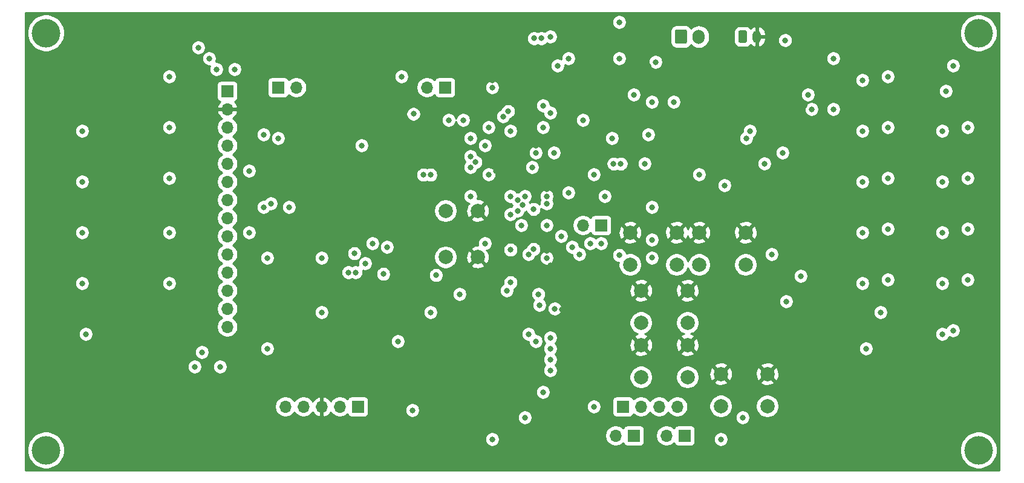
<source format=gbr>
%TF.GenerationSoftware,KiCad,Pcbnew,(5.1.8)-1*%
%TF.CreationDate,2021-03-21T17:29:54+01:00*%
%TF.ProjectId,schema_v1,73636865-6d61-45f7-9631-2e6b69636164,rev?*%
%TF.SameCoordinates,Original*%
%TF.FileFunction,Copper,L3,Inr*%
%TF.FilePolarity,Positive*%
%FSLAX46Y46*%
G04 Gerber Fmt 4.6, Leading zero omitted, Abs format (unit mm)*
G04 Created by KiCad (PCBNEW (5.1.8)-1) date 2021-03-21 17:29:54*
%MOMM*%
%LPD*%
G01*
G04 APERTURE LIST*
%TA.AperFunction,ComponentPad*%
%ADD10C,4.000000*%
%TD*%
%TA.AperFunction,ComponentPad*%
%ADD11O,1.700000X1.700000*%
%TD*%
%TA.AperFunction,ComponentPad*%
%ADD12R,1.700000X1.700000*%
%TD*%
%TA.AperFunction,ComponentPad*%
%ADD13O,1.700000X2.000000*%
%TD*%
%TA.AperFunction,ComponentPad*%
%ADD14C,2.000000*%
%TD*%
%TA.AperFunction,ComponentPad*%
%ADD15O,1.200000X1.750000*%
%TD*%
%TA.AperFunction,ViaPad*%
%ADD16C,0.800000*%
%TD*%
%TA.AperFunction,Conductor*%
%ADD17C,0.254000*%
%TD*%
%TA.AperFunction,Conductor*%
%ADD18C,0.100000*%
%TD*%
G04 APERTURE END LIST*
D10*
%TO.N,N/C*%
%TO.C,.*%
X213360000Y-114808000D03*
%TD*%
%TO.N,N/C*%
%TO.C,.*%
X213360000Y-56388000D03*
%TD*%
%TO.N,N/C*%
%TO.C,.*%
X82804000Y-56388000D03*
%TD*%
%TO.N,N/C*%
%TO.C,.*%
X82804000Y-114808000D03*
%TD*%
D11*
%TO.N,LCD_T_Irq*%
%TO.C,U9*%
X108204000Y-97536000D03*
%TO.N,LCD_SDO*%
X108204000Y-94996000D03*
%TO.N,LCD_SDI*%
X108204000Y-92456000D03*
%TO.N,LCD_T_CS*%
X108204000Y-89916000D03*
%TO.N,LCD_SCK*%
X108204000Y-87376000D03*
%TO.N,LCD_SDO*%
X108204000Y-84836000D03*
%TO.N,LCD_LED*%
X108204000Y-82296000D03*
%TO.N,LCD_SCK*%
X108204000Y-79756000D03*
%TO.N,LCD_SDI*%
X108204000Y-77216000D03*
%TO.N,LCD_DC*%
X108204000Y-74676000D03*
%TO.N,LCD_rst*%
X108204000Y-72136000D03*
%TO.N,LCD_CS*%
X108204000Y-69596000D03*
%TO.N,GND*%
X108204000Y-67056000D03*
D12*
%TO.N,+3V3*%
X108204000Y-64516000D03*
%TD*%
D13*
%TO.N,Net-(BT3-Pad1)*%
%TO.C,SW9*%
X174204000Y-56896000D03*
%TO.N,Vbat*%
%TA.AperFunction,ComponentPad*%
G36*
G01*
X170854000Y-57646000D02*
X170854000Y-56146000D01*
G75*
G02*
X171104000Y-55896000I250000J0D01*
G01*
X172304000Y-55896000D01*
G75*
G02*
X172554000Y-56146000I0J-250000D01*
G01*
X172554000Y-57646000D01*
G75*
G02*
X172304000Y-57896000I-250000J0D01*
G01*
X171104000Y-57896000D01*
G75*
G02*
X170854000Y-57646000I0J250000D01*
G01*
G37*
%TD.AperFunction*%
%TD*%
D14*
%TO.N,GND*%
%TO.C,SW6*%
X180744000Y-84328000D03*
%TO.N,pp*%
X180744000Y-88828000D03*
%TO.N,GND*%
X174244000Y-84328000D03*
%TO.N,pp*%
X174244000Y-88828000D03*
%TD*%
%TO.N,GND*%
%TO.C,SW5*%
X172616000Y-92456000D03*
%TO.N,prev*%
X172616000Y-96956000D03*
%TO.N,GND*%
X166116000Y-92456000D03*
%TO.N,prev*%
X166116000Y-96956000D03*
%TD*%
%TO.N,GND*%
%TO.C,SW4*%
X172616000Y-100076000D03*
%TO.N,next*%
X172616000Y-104576000D03*
%TO.N,GND*%
X166116000Y-100076000D03*
%TO.N,next*%
X166116000Y-104576000D03*
%TD*%
%TO.N,GND*%
%TO.C,SW3*%
X171092000Y-84328000D03*
%TO.N,vol-*%
X171092000Y-88828000D03*
%TO.N,GND*%
X164592000Y-84328000D03*
%TO.N,vol-*%
X164592000Y-88828000D03*
%TD*%
%TO.N,GND*%
%TO.C,SW2*%
X183792000Y-104140000D03*
%TO.N,vol+*%
X183792000Y-108640000D03*
%TO.N,GND*%
X177292000Y-104140000D03*
%TO.N,vol+*%
X177292000Y-108640000D03*
%TD*%
%TO.N,GND*%
%TO.C,SW1*%
X143256000Y-87780000D03*
%TO.N,Reset*%
X138756000Y-87780000D03*
%TO.N,GND*%
X143256000Y-81280000D03*
%TO.N,Reset*%
X138756000Y-81280000D03*
%TD*%
D11*
%TO.N,Net-(C47-Pad1)*%
%TO.C,LS2*%
X136144000Y-64008000D03*
D12*
%TO.N,Net-(C46-Pad2)*%
X138684000Y-64008000D03*
%TD*%
D11*
%TO.N,Net-(C45-Pad1)*%
%TO.C,LS1*%
X117856000Y-64008000D03*
D12*
%TO.N,Net-(C44-Pad2)*%
X115316000Y-64008000D03*
%TD*%
D11*
%TO.N,Net-(JP8-Pad2)*%
%TO.C,JP8*%
X157988000Y-83312000D03*
D12*
%TO.N,+3V3*%
X160528000Y-83312000D03*
%TD*%
D11*
%TO.N,/BT_Audio/FACT_RESET*%
%TO.C,JP6*%
X162560000Y-112776000D03*
D12*
%TO.N,+3V3*%
X165100000Y-112776000D03*
%TD*%
D11*
%TO.N,EVENT*%
%TO.C,JP5*%
X169672000Y-112776000D03*
D12*
%TO.N,+3V3*%
X172212000Y-112776000D03*
%TD*%
D11*
%TO.N,Reset*%
%TO.C,J3*%
X116332000Y-108712000D03*
%TO.N,/STM32G0/SWDIO*%
X118872000Y-108712000D03*
%TO.N,GND*%
X121412000Y-108712000D03*
%TO.N,/STM32G0/SWDCLK*%
X123952000Y-108712000D03*
D12*
%TO.N,+3V3*%
X126492000Y-108712000D03*
%TD*%
D11*
%TO.N,Net-(J1-Pad4)*%
%TO.C,J1*%
X171196000Y-108712000D03*
%TO.N,Net-(J1-Pad3)*%
X168656000Y-108712000D03*
%TO.N,Net-(J1-Pad2)*%
X166116000Y-108712000D03*
D12*
%TO.N,Net-(J1-Pad1)*%
X163576000Y-108712000D03*
%TD*%
D15*
%TO.N,GND*%
%TO.C,BT3*%
X182340000Y-56896000D03*
%TO.N,Net-(BT3-Pad1)*%
%TA.AperFunction,ComponentPad*%
G36*
G01*
X179740000Y-57521001D02*
X179740000Y-56270999D01*
G75*
G02*
X179989999Y-56021000I249999J0D01*
G01*
X180690001Y-56021000D01*
G75*
G02*
X180940000Y-56270999I0J-249999D01*
G01*
X180940000Y-57521001D01*
G75*
G02*
X180690001Y-57771000I-249999J0D01*
G01*
X179989999Y-57771000D01*
G75*
G02*
X179740000Y-57521001I0J249999D01*
G01*
G37*
%TD.AperFunction*%
%TD*%
D16*
%TO.N,GND*%
X194056000Y-65532000D03*
X193040000Y-72136000D03*
X193040000Y-79248000D03*
X193040000Y-86360000D03*
X193040000Y-94996000D03*
X193040000Y-100584000D03*
X198628000Y-99568000D03*
X198628000Y-92456000D03*
X198628000Y-85344000D03*
X198628000Y-78232000D03*
X198628000Y-71120000D03*
X198628000Y-64008000D03*
X204724000Y-65024000D03*
X204724000Y-72136000D03*
X205232000Y-79756000D03*
X205232000Y-86868000D03*
X205232000Y-93980000D03*
X209804000Y-101600000D03*
X211836000Y-94488000D03*
X211836000Y-87376000D03*
X211836000Y-80264000D03*
X211836000Y-73152000D03*
X212344000Y-66040000D03*
X151384000Y-72136000D03*
X145796000Y-75692000D03*
X140208000Y-57404000D03*
X122428000Y-98044000D03*
X102616000Y-73152000D03*
X102616000Y-80264000D03*
X102616000Y-87376000D03*
X102616000Y-94488000D03*
X100076000Y-99568000D03*
X91440000Y-101600000D03*
X89408000Y-94488000D03*
X89916000Y-87376000D03*
X89408000Y-80264000D03*
X89408000Y-73152000D03*
X89408000Y-66040000D03*
X83820000Y-65024000D03*
X83820000Y-72136000D03*
X83820000Y-79248000D03*
X83820000Y-86360000D03*
X83820000Y-93472000D03*
X83820000Y-100584000D03*
X97536000Y-98044000D03*
X96012000Y-92456000D03*
X94996000Y-86360000D03*
X94488000Y-79248000D03*
X96012000Y-70612000D03*
X96012000Y-63500000D03*
X102616000Y-66040000D03*
X110236000Y-67056000D03*
X120904000Y-66040000D03*
X117348000Y-73152000D03*
X136652000Y-91440000D03*
X136144000Y-85344000D03*
X143256000Y-89916000D03*
X149860000Y-115824000D03*
X141732000Y-97028000D03*
X155067000Y-95123000D03*
X150876000Y-90424000D03*
X153416000Y-88900000D03*
X152903347Y-86863347D03*
X128528653Y-90133000D03*
X123896748Y-86087748D03*
X117348000Y-86868000D03*
X132080000Y-67056000D03*
X126492000Y-61976000D03*
X136144000Y-72644000D03*
X145288000Y-66548000D03*
X145288000Y-62992000D03*
X161036000Y-80772000D03*
X170688000Y-77724000D03*
X173736000Y-80772000D03*
X159512000Y-72644000D03*
X182880000Y-89916000D03*
X185420000Y-59944000D03*
X188976000Y-66548000D03*
X176276000Y-60452000D03*
X167132000Y-60960000D03*
X162052000Y-63500000D03*
X156972000Y-63500000D03*
X176276000Y-70104000D03*
X169164000Y-66548000D03*
X152908000Y-78232000D03*
X176911000Y-67056000D03*
X122301000Y-105918000D03*
%TO.N,Vbat*%
X168148000Y-60452000D03*
X170688000Y-66040000D03*
X185928000Y-73152000D03*
%TO.N,Reset*%
X139192000Y-68580000D03*
X161036000Y-79248000D03*
X183388000Y-74676000D03*
X189992000Y-67056000D03*
X163068000Y-54864000D03*
X163068000Y-59944000D03*
X150876000Y-75184000D03*
X153924000Y-73152000D03*
%TO.N,+5V*%
X193040000Y-59944000D03*
X193040000Y-67056000D03*
X132588000Y-62484000D03*
X134275752Y-67727752D03*
X177800000Y-77724000D03*
X166624000Y-74676000D03*
X135636000Y-76244000D03*
X136652000Y-76244000D03*
X162284500Y-74697500D03*
X163300500Y-74697500D03*
%TO.N,Vusb*%
X153416000Y-56896000D03*
X181356000Y-70104000D03*
X152166000Y-57130000D03*
X151150000Y-57130000D03*
%TO.N,/L-*%
X121412000Y-95504000D03*
X105664000Y-59944000D03*
X109220000Y-61468000D03*
X154432000Y-60960000D03*
%TO.N,/R-*%
X159512000Y-76200000D03*
X167640000Y-85344000D03*
X167640000Y-87878000D03*
X180340000Y-110236000D03*
X177292000Y-113284000D03*
X145288000Y-113284000D03*
%TO.N,/L+*%
X106680000Y-61468000D03*
X155956000Y-59944000D03*
%TO.N,/R+*%
X113792000Y-100584000D03*
X132080000Y-99568000D03*
X146812000Y-68072000D03*
X141224000Y-68580000D03*
X140716000Y-92964000D03*
X136652000Y-95504000D03*
%TO.N,Net-(C33-Pad1)*%
X130048000Y-90133000D03*
X130556000Y-86360000D03*
%TO.N,Net-(C37-Pad2)*%
X128524000Y-85852000D03*
X107188000Y-103124000D03*
X103632000Y-103124000D03*
X104140000Y-58420000D03*
X115316000Y-71120000D03*
X127000000Y-72136000D03*
%TO.N,+3V3*%
X167640000Y-80772000D03*
X113284000Y-80772000D03*
X113284000Y-70612000D03*
X144272000Y-85852000D03*
X154940000Y-84836000D03*
X150368000Y-98552000D03*
X134112000Y-109220000D03*
X145288000Y-64008000D03*
X151384000Y-73152000D03*
X155956000Y-78740000D03*
X162052000Y-71120000D03*
X188468000Y-90424000D03*
X184404000Y-87376000D03*
X189484000Y-65024000D03*
X147519108Y-67347000D03*
%TO.N,BAT_ADC*%
X149551108Y-80463108D03*
X167640000Y-66040000D03*
%TO.N,Net-(D1-Pad1)*%
X180848000Y-71120000D03*
X186309000Y-57404000D03*
%TO.N,Net-(D2-Pad2)*%
X209804000Y-98044000D03*
X197612000Y-100584000D03*
%TO.N,/LEDS/FirstLED*%
X199644000Y-95504000D03*
X186436000Y-93980000D03*
%TO.N,Net-(D3-Pad2)*%
X197104000Y-77216000D03*
X211836000Y-76708000D03*
%TO.N,Net-(D22-Pad2)*%
X208280000Y-84328000D03*
X200660000Y-76708000D03*
%TO.N,Net-(D23-Pad2)*%
X208788000Y-64516000D03*
X104648000Y-101092000D03*
%TO.N,Net-(D24-Pad2)*%
X87884000Y-84328000D03*
X100076000Y-76708000D03*
%TO.N,Net-(D10-Pad4)*%
X208280000Y-98552000D03*
X200660000Y-90932000D03*
%TO.N,Net-(D11-Pad4)*%
X208280000Y-77216000D03*
X200660000Y-69596000D03*
%TO.N,Net-(D12-Pad4)*%
X88392000Y-98552000D03*
X100076000Y-91440000D03*
%TO.N,Net-(D13-Pad4)*%
X87884000Y-77216000D03*
X100076000Y-69596000D03*
%TO.N,Net-(D10-Pad2)*%
X197104000Y-91440000D03*
X211836000Y-90932000D03*
%TO.N,Net-(D11-Pad2)*%
X197104000Y-70104000D03*
X211836000Y-69596000D03*
%TO.N,Net-(D14-Pad2)*%
X208280000Y-91440000D03*
X200660000Y-83820000D03*
%TO.N,Net-(D15-Pad2)*%
X208280000Y-70104000D03*
X200660000Y-62484000D03*
%TO.N,Net-(D16-Pad2)*%
X87884000Y-91440000D03*
X100076000Y-84328000D03*
%TO.N,Net-(D17-Pad2)*%
X87884000Y-70104000D03*
X100076000Y-62484000D03*
%TO.N,Net-(D18-Pad2)*%
X197104000Y-84328000D03*
X211836000Y-83820000D03*
%TO.N,Net-(D19-Pad2)*%
X197104000Y-62992000D03*
X209804000Y-60960000D03*
%TO.N,Net-(D28-Pad2)*%
X174244000Y-76200000D03*
X167132000Y-70612000D03*
%TO.N,Net-(J1-Pad4)*%
X153416000Y-99060000D03*
%TO.N,Net-(J1-Pad3)*%
X153416000Y-100584000D03*
%TO.N,Net-(J1-Pad2)*%
X153416000Y-102108000D03*
%TO.N,Net-(J1-Pad1)*%
X159512000Y-108712000D03*
X153416000Y-103632000D03*
%TO.N,/STM32G0/SWDCLK*%
X152908000Y-83312000D03*
%TO.N,RTS_BT*%
X159004000Y-85852000D03*
X152908000Y-79248000D03*
%TO.N,CTS_BT*%
X152908000Y-80264000D03*
X157480000Y-87376000D03*
%TO.N,TX_BT*%
X156464000Y-86360000D03*
X151086756Y-81059939D03*
%TO.N,RX_BT*%
X152908000Y-87884000D03*
X149352000Y-83312000D03*
%TO.N,EVENT*%
X150368000Y-87376000D03*
X149860000Y-110236000D03*
%TO.N,/L_SE*%
X153416000Y-67564000D03*
X144780000Y-69596000D03*
%TO.N,LCD_rst*%
X142947108Y-74476892D03*
%TO.N,LCD_LED*%
X147828000Y-81788000D03*
X111252000Y-84328000D03*
%TO.N,Net-(R11-Pad2)*%
X152400000Y-66548000D03*
X165100000Y-65024000D03*
%TO.N,/R_SE*%
X157988000Y-68580000D03*
X147828000Y-70104000D03*
%TO.N,Net-(R24-Pad1)*%
X125165000Y-89916000D03*
X125984000Y-87249000D03*
%TO.N,Net-(R25-Pad1)*%
X126165003Y-89916000D03*
X127508000Y-88646000D03*
%TO.N,vol-*%
X152400000Y-106680000D03*
%TO.N,pp*%
X151384000Y-99568000D03*
%TO.N,MODE*%
X151075108Y-86668892D03*
X160528000Y-85852000D03*
%TO.N,WAKE*%
X147320000Y-92456000D03*
X151892000Y-94488000D03*
%TO.N,LCD_DC*%
X113792000Y-87884000D03*
X121412000Y-87884000D03*
X137414000Y-90297000D03*
X147867990Y-86741000D03*
%TO.N,LCD_CS*%
X149860000Y-79248000D03*
%TO.N,LCD_T_Irq*%
X142240000Y-79248000D03*
X116840000Y-80772000D03*
%TO.N,LCD_T_CS*%
X148844000Y-81280000D03*
%TO.N,LCD_SDI*%
X148844000Y-79756000D03*
%TO.N,LCD_SDO*%
X147828000Y-79248000D03*
X114300000Y-80264000D03*
%TO.N,LCD_SCK*%
X111252000Y-75692000D03*
X142240000Y-75184000D03*
%TO.N,RX*%
X142240000Y-73660000D03*
X142240000Y-71120000D03*
X152400000Y-69596000D03*
%TO.N,TX*%
X144784653Y-76195347D03*
X144272000Y-72136000D03*
%TO.N,/STM32G0/LedData*%
X147867990Y-91315779D03*
X151765000Y-92964000D03*
X154051000Y-94996000D03*
X163068000Y-87503000D03*
%TD*%
D17*
%TO.N,GND*%
X216231001Y-117679000D02*
X79933000Y-117679000D01*
X79933000Y-114548475D01*
X80169000Y-114548475D01*
X80169000Y-115067525D01*
X80270261Y-115576601D01*
X80468893Y-116056141D01*
X80757262Y-116487715D01*
X81124285Y-116854738D01*
X81555859Y-117143107D01*
X82035399Y-117341739D01*
X82544475Y-117443000D01*
X83063525Y-117443000D01*
X83572601Y-117341739D01*
X84052141Y-117143107D01*
X84483715Y-116854738D01*
X84850738Y-116487715D01*
X85139107Y-116056141D01*
X85337739Y-115576601D01*
X85439000Y-115067525D01*
X85439000Y-114548475D01*
X210725000Y-114548475D01*
X210725000Y-115067525D01*
X210826261Y-115576601D01*
X211024893Y-116056141D01*
X211313262Y-116487715D01*
X211680285Y-116854738D01*
X212111859Y-117143107D01*
X212591399Y-117341739D01*
X213100475Y-117443000D01*
X213619525Y-117443000D01*
X214128601Y-117341739D01*
X214608141Y-117143107D01*
X215039715Y-116854738D01*
X215406738Y-116487715D01*
X215695107Y-116056141D01*
X215893739Y-115576601D01*
X215995000Y-115067525D01*
X215995000Y-114548475D01*
X215893739Y-114039399D01*
X215695107Y-113559859D01*
X215406738Y-113128285D01*
X215039715Y-112761262D01*
X214608141Y-112472893D01*
X214128601Y-112274261D01*
X213619525Y-112173000D01*
X213100475Y-112173000D01*
X212591399Y-112274261D01*
X212111859Y-112472893D01*
X211680285Y-112761262D01*
X211313262Y-113128285D01*
X211024893Y-113559859D01*
X210826261Y-114039399D01*
X210725000Y-114548475D01*
X85439000Y-114548475D01*
X85337739Y-114039399D01*
X85139107Y-113559859D01*
X84886671Y-113182061D01*
X144253000Y-113182061D01*
X144253000Y-113385939D01*
X144292774Y-113585898D01*
X144370795Y-113774256D01*
X144484063Y-113943774D01*
X144628226Y-114087937D01*
X144797744Y-114201205D01*
X144986102Y-114279226D01*
X145186061Y-114319000D01*
X145389939Y-114319000D01*
X145589898Y-114279226D01*
X145778256Y-114201205D01*
X145947774Y-114087937D01*
X146091937Y-113943774D01*
X146205205Y-113774256D01*
X146283226Y-113585898D01*
X146323000Y-113385939D01*
X146323000Y-113182061D01*
X146283226Y-112982102D01*
X146205205Y-112793744D01*
X146095622Y-112629740D01*
X161075000Y-112629740D01*
X161075000Y-112922260D01*
X161132068Y-113209158D01*
X161244010Y-113479411D01*
X161406525Y-113722632D01*
X161613368Y-113929475D01*
X161856589Y-114091990D01*
X162126842Y-114203932D01*
X162413740Y-114261000D01*
X162706260Y-114261000D01*
X162993158Y-114203932D01*
X163263411Y-114091990D01*
X163506632Y-113929475D01*
X163638487Y-113797620D01*
X163660498Y-113870180D01*
X163719463Y-113980494D01*
X163798815Y-114077185D01*
X163895506Y-114156537D01*
X164005820Y-114215502D01*
X164125518Y-114251812D01*
X164250000Y-114264072D01*
X165950000Y-114264072D01*
X166074482Y-114251812D01*
X166194180Y-114215502D01*
X166304494Y-114156537D01*
X166401185Y-114077185D01*
X166480537Y-113980494D01*
X166539502Y-113870180D01*
X166575812Y-113750482D01*
X166588072Y-113626000D01*
X166588072Y-112629740D01*
X168187000Y-112629740D01*
X168187000Y-112922260D01*
X168244068Y-113209158D01*
X168356010Y-113479411D01*
X168518525Y-113722632D01*
X168725368Y-113929475D01*
X168968589Y-114091990D01*
X169238842Y-114203932D01*
X169525740Y-114261000D01*
X169818260Y-114261000D01*
X170105158Y-114203932D01*
X170375411Y-114091990D01*
X170618632Y-113929475D01*
X170750487Y-113797620D01*
X170772498Y-113870180D01*
X170831463Y-113980494D01*
X170910815Y-114077185D01*
X171007506Y-114156537D01*
X171117820Y-114215502D01*
X171237518Y-114251812D01*
X171362000Y-114264072D01*
X173062000Y-114264072D01*
X173186482Y-114251812D01*
X173306180Y-114215502D01*
X173416494Y-114156537D01*
X173513185Y-114077185D01*
X173592537Y-113980494D01*
X173651502Y-113870180D01*
X173687812Y-113750482D01*
X173700072Y-113626000D01*
X173700072Y-113182061D01*
X176257000Y-113182061D01*
X176257000Y-113385939D01*
X176296774Y-113585898D01*
X176374795Y-113774256D01*
X176488063Y-113943774D01*
X176632226Y-114087937D01*
X176801744Y-114201205D01*
X176990102Y-114279226D01*
X177190061Y-114319000D01*
X177393939Y-114319000D01*
X177593898Y-114279226D01*
X177782256Y-114201205D01*
X177951774Y-114087937D01*
X178095937Y-113943774D01*
X178209205Y-113774256D01*
X178287226Y-113585898D01*
X178327000Y-113385939D01*
X178327000Y-113182061D01*
X178287226Y-112982102D01*
X178209205Y-112793744D01*
X178095937Y-112624226D01*
X177951774Y-112480063D01*
X177782256Y-112366795D01*
X177593898Y-112288774D01*
X177393939Y-112249000D01*
X177190061Y-112249000D01*
X176990102Y-112288774D01*
X176801744Y-112366795D01*
X176632226Y-112480063D01*
X176488063Y-112624226D01*
X176374795Y-112793744D01*
X176296774Y-112982102D01*
X176257000Y-113182061D01*
X173700072Y-113182061D01*
X173700072Y-111926000D01*
X173687812Y-111801518D01*
X173651502Y-111681820D01*
X173592537Y-111571506D01*
X173513185Y-111474815D01*
X173416494Y-111395463D01*
X173306180Y-111336498D01*
X173186482Y-111300188D01*
X173062000Y-111287928D01*
X171362000Y-111287928D01*
X171237518Y-111300188D01*
X171117820Y-111336498D01*
X171007506Y-111395463D01*
X170910815Y-111474815D01*
X170831463Y-111571506D01*
X170772498Y-111681820D01*
X170750487Y-111754380D01*
X170618632Y-111622525D01*
X170375411Y-111460010D01*
X170105158Y-111348068D01*
X169818260Y-111291000D01*
X169525740Y-111291000D01*
X169238842Y-111348068D01*
X168968589Y-111460010D01*
X168725368Y-111622525D01*
X168518525Y-111829368D01*
X168356010Y-112072589D01*
X168244068Y-112342842D01*
X168187000Y-112629740D01*
X166588072Y-112629740D01*
X166588072Y-111926000D01*
X166575812Y-111801518D01*
X166539502Y-111681820D01*
X166480537Y-111571506D01*
X166401185Y-111474815D01*
X166304494Y-111395463D01*
X166194180Y-111336498D01*
X166074482Y-111300188D01*
X165950000Y-111287928D01*
X164250000Y-111287928D01*
X164125518Y-111300188D01*
X164005820Y-111336498D01*
X163895506Y-111395463D01*
X163798815Y-111474815D01*
X163719463Y-111571506D01*
X163660498Y-111681820D01*
X163638487Y-111754380D01*
X163506632Y-111622525D01*
X163263411Y-111460010D01*
X162993158Y-111348068D01*
X162706260Y-111291000D01*
X162413740Y-111291000D01*
X162126842Y-111348068D01*
X161856589Y-111460010D01*
X161613368Y-111622525D01*
X161406525Y-111829368D01*
X161244010Y-112072589D01*
X161132068Y-112342842D01*
X161075000Y-112629740D01*
X146095622Y-112629740D01*
X146091937Y-112624226D01*
X145947774Y-112480063D01*
X145778256Y-112366795D01*
X145589898Y-112288774D01*
X145389939Y-112249000D01*
X145186061Y-112249000D01*
X144986102Y-112288774D01*
X144797744Y-112366795D01*
X144628226Y-112480063D01*
X144484063Y-112624226D01*
X144370795Y-112793744D01*
X144292774Y-112982102D01*
X144253000Y-113182061D01*
X84886671Y-113182061D01*
X84850738Y-113128285D01*
X84483715Y-112761262D01*
X84052141Y-112472893D01*
X83572601Y-112274261D01*
X83063525Y-112173000D01*
X82544475Y-112173000D01*
X82035399Y-112274261D01*
X81555859Y-112472893D01*
X81124285Y-112761262D01*
X80757262Y-113128285D01*
X80468893Y-113559859D01*
X80270261Y-114039399D01*
X80169000Y-114548475D01*
X79933000Y-114548475D01*
X79933000Y-108565740D01*
X114847000Y-108565740D01*
X114847000Y-108858260D01*
X114904068Y-109145158D01*
X115016010Y-109415411D01*
X115178525Y-109658632D01*
X115385368Y-109865475D01*
X115628589Y-110027990D01*
X115898842Y-110139932D01*
X116185740Y-110197000D01*
X116478260Y-110197000D01*
X116765158Y-110139932D01*
X117035411Y-110027990D01*
X117278632Y-109865475D01*
X117485475Y-109658632D01*
X117602000Y-109484240D01*
X117718525Y-109658632D01*
X117925368Y-109865475D01*
X118168589Y-110027990D01*
X118438842Y-110139932D01*
X118725740Y-110197000D01*
X119018260Y-110197000D01*
X119305158Y-110139932D01*
X119575411Y-110027990D01*
X119818632Y-109865475D01*
X120025475Y-109658632D01*
X120147195Y-109476466D01*
X120216822Y-109593355D01*
X120411731Y-109809588D01*
X120645080Y-109983641D01*
X120907901Y-110108825D01*
X121055110Y-110153476D01*
X121285000Y-110032155D01*
X121285000Y-108839000D01*
X121265000Y-108839000D01*
X121265000Y-108585000D01*
X121285000Y-108585000D01*
X121285000Y-107391845D01*
X121539000Y-107391845D01*
X121539000Y-108585000D01*
X121559000Y-108585000D01*
X121559000Y-108839000D01*
X121539000Y-108839000D01*
X121539000Y-110032155D01*
X121768890Y-110153476D01*
X121916099Y-110108825D01*
X122178920Y-109983641D01*
X122412269Y-109809588D01*
X122607178Y-109593355D01*
X122676805Y-109476466D01*
X122798525Y-109658632D01*
X123005368Y-109865475D01*
X123248589Y-110027990D01*
X123518842Y-110139932D01*
X123805740Y-110197000D01*
X124098260Y-110197000D01*
X124385158Y-110139932D01*
X124655411Y-110027990D01*
X124898632Y-109865475D01*
X125030487Y-109733620D01*
X125052498Y-109806180D01*
X125111463Y-109916494D01*
X125190815Y-110013185D01*
X125287506Y-110092537D01*
X125397820Y-110151502D01*
X125517518Y-110187812D01*
X125642000Y-110200072D01*
X127342000Y-110200072D01*
X127466482Y-110187812D01*
X127586180Y-110151502D01*
X127696494Y-110092537D01*
X127793185Y-110013185D01*
X127872537Y-109916494D01*
X127931502Y-109806180D01*
X127967812Y-109686482D01*
X127980072Y-109562000D01*
X127980072Y-109118061D01*
X133077000Y-109118061D01*
X133077000Y-109321939D01*
X133116774Y-109521898D01*
X133194795Y-109710256D01*
X133308063Y-109879774D01*
X133452226Y-110023937D01*
X133621744Y-110137205D01*
X133810102Y-110215226D01*
X134010061Y-110255000D01*
X134213939Y-110255000D01*
X134413898Y-110215226D01*
X134602256Y-110137205D01*
X134606961Y-110134061D01*
X148825000Y-110134061D01*
X148825000Y-110337939D01*
X148864774Y-110537898D01*
X148942795Y-110726256D01*
X149056063Y-110895774D01*
X149200226Y-111039937D01*
X149369744Y-111153205D01*
X149558102Y-111231226D01*
X149758061Y-111271000D01*
X149961939Y-111271000D01*
X150161898Y-111231226D01*
X150350256Y-111153205D01*
X150519774Y-111039937D01*
X150663937Y-110895774D01*
X150777205Y-110726256D01*
X150855226Y-110537898D01*
X150895000Y-110337939D01*
X150895000Y-110134061D01*
X150855226Y-109934102D01*
X150777205Y-109745744D01*
X150663937Y-109576226D01*
X150519774Y-109432063D01*
X150350256Y-109318795D01*
X150161898Y-109240774D01*
X149961939Y-109201000D01*
X149758061Y-109201000D01*
X149558102Y-109240774D01*
X149369744Y-109318795D01*
X149200226Y-109432063D01*
X149056063Y-109576226D01*
X148942795Y-109745744D01*
X148864774Y-109934102D01*
X148825000Y-110134061D01*
X134606961Y-110134061D01*
X134771774Y-110023937D01*
X134915937Y-109879774D01*
X135029205Y-109710256D01*
X135107226Y-109521898D01*
X135147000Y-109321939D01*
X135147000Y-109118061D01*
X135107226Y-108918102D01*
X135029205Y-108729744D01*
X134949236Y-108610061D01*
X158477000Y-108610061D01*
X158477000Y-108813939D01*
X158516774Y-109013898D01*
X158594795Y-109202256D01*
X158708063Y-109371774D01*
X158852226Y-109515937D01*
X159021744Y-109629205D01*
X159210102Y-109707226D01*
X159410061Y-109747000D01*
X159613939Y-109747000D01*
X159813898Y-109707226D01*
X160002256Y-109629205D01*
X160171774Y-109515937D01*
X160315937Y-109371774D01*
X160429205Y-109202256D01*
X160507226Y-109013898D01*
X160547000Y-108813939D01*
X160547000Y-108610061D01*
X160507226Y-108410102D01*
X160429205Y-108221744D01*
X160315937Y-108052226D01*
X160171774Y-107908063D01*
X160102836Y-107862000D01*
X162087928Y-107862000D01*
X162087928Y-109562000D01*
X162100188Y-109686482D01*
X162136498Y-109806180D01*
X162195463Y-109916494D01*
X162274815Y-110013185D01*
X162371506Y-110092537D01*
X162481820Y-110151502D01*
X162601518Y-110187812D01*
X162726000Y-110200072D01*
X164426000Y-110200072D01*
X164550482Y-110187812D01*
X164670180Y-110151502D01*
X164780494Y-110092537D01*
X164877185Y-110013185D01*
X164956537Y-109916494D01*
X165015502Y-109806180D01*
X165037513Y-109733620D01*
X165169368Y-109865475D01*
X165412589Y-110027990D01*
X165682842Y-110139932D01*
X165969740Y-110197000D01*
X166262260Y-110197000D01*
X166549158Y-110139932D01*
X166819411Y-110027990D01*
X167062632Y-109865475D01*
X167269475Y-109658632D01*
X167386000Y-109484240D01*
X167502525Y-109658632D01*
X167709368Y-109865475D01*
X167952589Y-110027990D01*
X168222842Y-110139932D01*
X168509740Y-110197000D01*
X168802260Y-110197000D01*
X169089158Y-110139932D01*
X169359411Y-110027990D01*
X169602632Y-109865475D01*
X169809475Y-109658632D01*
X169926000Y-109484240D01*
X170042525Y-109658632D01*
X170249368Y-109865475D01*
X170492589Y-110027990D01*
X170762842Y-110139932D01*
X171049740Y-110197000D01*
X171342260Y-110197000D01*
X171629158Y-110139932D01*
X171899411Y-110027990D01*
X172142632Y-109865475D01*
X172349475Y-109658632D01*
X172511990Y-109415411D01*
X172623932Y-109145158D01*
X172681000Y-108858260D01*
X172681000Y-108565740D01*
X172663740Y-108478967D01*
X175657000Y-108478967D01*
X175657000Y-108801033D01*
X175719832Y-109116912D01*
X175843082Y-109414463D01*
X176022013Y-109682252D01*
X176249748Y-109909987D01*
X176517537Y-110088918D01*
X176815088Y-110212168D01*
X177130967Y-110275000D01*
X177453033Y-110275000D01*
X177768912Y-110212168D01*
X177957478Y-110134061D01*
X179305000Y-110134061D01*
X179305000Y-110337939D01*
X179344774Y-110537898D01*
X179422795Y-110726256D01*
X179536063Y-110895774D01*
X179680226Y-111039937D01*
X179849744Y-111153205D01*
X180038102Y-111231226D01*
X180238061Y-111271000D01*
X180441939Y-111271000D01*
X180641898Y-111231226D01*
X180830256Y-111153205D01*
X180999774Y-111039937D01*
X181143937Y-110895774D01*
X181257205Y-110726256D01*
X181335226Y-110537898D01*
X181375000Y-110337939D01*
X181375000Y-110134061D01*
X181335226Y-109934102D01*
X181257205Y-109745744D01*
X181143937Y-109576226D01*
X180999774Y-109432063D01*
X180830256Y-109318795D01*
X180641898Y-109240774D01*
X180441939Y-109201000D01*
X180238061Y-109201000D01*
X180038102Y-109240774D01*
X179849744Y-109318795D01*
X179680226Y-109432063D01*
X179536063Y-109576226D01*
X179422795Y-109745744D01*
X179344774Y-109934102D01*
X179305000Y-110134061D01*
X177957478Y-110134061D01*
X178066463Y-110088918D01*
X178334252Y-109909987D01*
X178561987Y-109682252D01*
X178740918Y-109414463D01*
X178864168Y-109116912D01*
X178927000Y-108801033D01*
X178927000Y-108478967D01*
X182157000Y-108478967D01*
X182157000Y-108801033D01*
X182219832Y-109116912D01*
X182343082Y-109414463D01*
X182522013Y-109682252D01*
X182749748Y-109909987D01*
X183017537Y-110088918D01*
X183315088Y-110212168D01*
X183630967Y-110275000D01*
X183953033Y-110275000D01*
X184268912Y-110212168D01*
X184566463Y-110088918D01*
X184834252Y-109909987D01*
X185061987Y-109682252D01*
X185240918Y-109414463D01*
X185364168Y-109116912D01*
X185427000Y-108801033D01*
X185427000Y-108478967D01*
X185364168Y-108163088D01*
X185240918Y-107865537D01*
X185061987Y-107597748D01*
X184834252Y-107370013D01*
X184566463Y-107191082D01*
X184268912Y-107067832D01*
X183953033Y-107005000D01*
X183630967Y-107005000D01*
X183315088Y-107067832D01*
X183017537Y-107191082D01*
X182749748Y-107370013D01*
X182522013Y-107597748D01*
X182343082Y-107865537D01*
X182219832Y-108163088D01*
X182157000Y-108478967D01*
X178927000Y-108478967D01*
X178864168Y-108163088D01*
X178740918Y-107865537D01*
X178561987Y-107597748D01*
X178334252Y-107370013D01*
X178066463Y-107191082D01*
X177768912Y-107067832D01*
X177453033Y-107005000D01*
X177130967Y-107005000D01*
X176815088Y-107067832D01*
X176517537Y-107191082D01*
X176249748Y-107370013D01*
X176022013Y-107597748D01*
X175843082Y-107865537D01*
X175719832Y-108163088D01*
X175657000Y-108478967D01*
X172663740Y-108478967D01*
X172623932Y-108278842D01*
X172511990Y-108008589D01*
X172349475Y-107765368D01*
X172142632Y-107558525D01*
X171899411Y-107396010D01*
X171629158Y-107284068D01*
X171342260Y-107227000D01*
X171049740Y-107227000D01*
X170762842Y-107284068D01*
X170492589Y-107396010D01*
X170249368Y-107558525D01*
X170042525Y-107765368D01*
X169926000Y-107939760D01*
X169809475Y-107765368D01*
X169602632Y-107558525D01*
X169359411Y-107396010D01*
X169089158Y-107284068D01*
X168802260Y-107227000D01*
X168509740Y-107227000D01*
X168222842Y-107284068D01*
X167952589Y-107396010D01*
X167709368Y-107558525D01*
X167502525Y-107765368D01*
X167386000Y-107939760D01*
X167269475Y-107765368D01*
X167062632Y-107558525D01*
X166819411Y-107396010D01*
X166549158Y-107284068D01*
X166262260Y-107227000D01*
X165969740Y-107227000D01*
X165682842Y-107284068D01*
X165412589Y-107396010D01*
X165169368Y-107558525D01*
X165037513Y-107690380D01*
X165015502Y-107617820D01*
X164956537Y-107507506D01*
X164877185Y-107410815D01*
X164780494Y-107331463D01*
X164670180Y-107272498D01*
X164550482Y-107236188D01*
X164426000Y-107223928D01*
X162726000Y-107223928D01*
X162601518Y-107236188D01*
X162481820Y-107272498D01*
X162371506Y-107331463D01*
X162274815Y-107410815D01*
X162195463Y-107507506D01*
X162136498Y-107617820D01*
X162100188Y-107737518D01*
X162087928Y-107862000D01*
X160102836Y-107862000D01*
X160002256Y-107794795D01*
X159813898Y-107716774D01*
X159613939Y-107677000D01*
X159410061Y-107677000D01*
X159210102Y-107716774D01*
X159021744Y-107794795D01*
X158852226Y-107908063D01*
X158708063Y-108052226D01*
X158594795Y-108221744D01*
X158516774Y-108410102D01*
X158477000Y-108610061D01*
X134949236Y-108610061D01*
X134915937Y-108560226D01*
X134771774Y-108416063D01*
X134602256Y-108302795D01*
X134413898Y-108224774D01*
X134213939Y-108185000D01*
X134010061Y-108185000D01*
X133810102Y-108224774D01*
X133621744Y-108302795D01*
X133452226Y-108416063D01*
X133308063Y-108560226D01*
X133194795Y-108729744D01*
X133116774Y-108918102D01*
X133077000Y-109118061D01*
X127980072Y-109118061D01*
X127980072Y-107862000D01*
X127967812Y-107737518D01*
X127931502Y-107617820D01*
X127872537Y-107507506D01*
X127793185Y-107410815D01*
X127696494Y-107331463D01*
X127586180Y-107272498D01*
X127466482Y-107236188D01*
X127342000Y-107223928D01*
X125642000Y-107223928D01*
X125517518Y-107236188D01*
X125397820Y-107272498D01*
X125287506Y-107331463D01*
X125190815Y-107410815D01*
X125111463Y-107507506D01*
X125052498Y-107617820D01*
X125030487Y-107690380D01*
X124898632Y-107558525D01*
X124655411Y-107396010D01*
X124385158Y-107284068D01*
X124098260Y-107227000D01*
X123805740Y-107227000D01*
X123518842Y-107284068D01*
X123248589Y-107396010D01*
X123005368Y-107558525D01*
X122798525Y-107765368D01*
X122676805Y-107947534D01*
X122607178Y-107830645D01*
X122412269Y-107614412D01*
X122178920Y-107440359D01*
X121916099Y-107315175D01*
X121768890Y-107270524D01*
X121539000Y-107391845D01*
X121285000Y-107391845D01*
X121055110Y-107270524D01*
X120907901Y-107315175D01*
X120645080Y-107440359D01*
X120411731Y-107614412D01*
X120216822Y-107830645D01*
X120147195Y-107947534D01*
X120025475Y-107765368D01*
X119818632Y-107558525D01*
X119575411Y-107396010D01*
X119305158Y-107284068D01*
X119018260Y-107227000D01*
X118725740Y-107227000D01*
X118438842Y-107284068D01*
X118168589Y-107396010D01*
X117925368Y-107558525D01*
X117718525Y-107765368D01*
X117602000Y-107939760D01*
X117485475Y-107765368D01*
X117278632Y-107558525D01*
X117035411Y-107396010D01*
X116765158Y-107284068D01*
X116478260Y-107227000D01*
X116185740Y-107227000D01*
X115898842Y-107284068D01*
X115628589Y-107396010D01*
X115385368Y-107558525D01*
X115178525Y-107765368D01*
X115016010Y-108008589D01*
X114904068Y-108278842D01*
X114847000Y-108565740D01*
X79933000Y-108565740D01*
X79933000Y-106578061D01*
X151365000Y-106578061D01*
X151365000Y-106781939D01*
X151404774Y-106981898D01*
X151482795Y-107170256D01*
X151596063Y-107339774D01*
X151740226Y-107483937D01*
X151909744Y-107597205D01*
X152098102Y-107675226D01*
X152298061Y-107715000D01*
X152501939Y-107715000D01*
X152701898Y-107675226D01*
X152890256Y-107597205D01*
X153059774Y-107483937D01*
X153203937Y-107339774D01*
X153317205Y-107170256D01*
X153395226Y-106981898D01*
X153435000Y-106781939D01*
X153435000Y-106578061D01*
X153395226Y-106378102D01*
X153317205Y-106189744D01*
X153203937Y-106020226D01*
X153059774Y-105876063D01*
X152890256Y-105762795D01*
X152701898Y-105684774D01*
X152501939Y-105645000D01*
X152298061Y-105645000D01*
X152098102Y-105684774D01*
X151909744Y-105762795D01*
X151740226Y-105876063D01*
X151596063Y-106020226D01*
X151482795Y-106189744D01*
X151404774Y-106378102D01*
X151365000Y-106578061D01*
X79933000Y-106578061D01*
X79933000Y-103022061D01*
X102597000Y-103022061D01*
X102597000Y-103225939D01*
X102636774Y-103425898D01*
X102714795Y-103614256D01*
X102828063Y-103783774D01*
X102972226Y-103927937D01*
X103141744Y-104041205D01*
X103330102Y-104119226D01*
X103530061Y-104159000D01*
X103733939Y-104159000D01*
X103933898Y-104119226D01*
X104122256Y-104041205D01*
X104291774Y-103927937D01*
X104435937Y-103783774D01*
X104549205Y-103614256D01*
X104627226Y-103425898D01*
X104667000Y-103225939D01*
X104667000Y-103022061D01*
X106153000Y-103022061D01*
X106153000Y-103225939D01*
X106192774Y-103425898D01*
X106270795Y-103614256D01*
X106384063Y-103783774D01*
X106528226Y-103927937D01*
X106697744Y-104041205D01*
X106886102Y-104119226D01*
X107086061Y-104159000D01*
X107289939Y-104159000D01*
X107489898Y-104119226D01*
X107678256Y-104041205D01*
X107847774Y-103927937D01*
X107991937Y-103783774D01*
X108105205Y-103614256D01*
X108183226Y-103425898D01*
X108223000Y-103225939D01*
X108223000Y-103022061D01*
X108183226Y-102822102D01*
X108105205Y-102633744D01*
X107991937Y-102464226D01*
X107847774Y-102320063D01*
X107678256Y-102206795D01*
X107489898Y-102128774D01*
X107289939Y-102089000D01*
X107086061Y-102089000D01*
X106886102Y-102128774D01*
X106697744Y-102206795D01*
X106528226Y-102320063D01*
X106384063Y-102464226D01*
X106270795Y-102633744D01*
X106192774Y-102822102D01*
X106153000Y-103022061D01*
X104667000Y-103022061D01*
X104627226Y-102822102D01*
X104549205Y-102633744D01*
X104435937Y-102464226D01*
X104291774Y-102320063D01*
X104122256Y-102206795D01*
X103933898Y-102128774D01*
X103733939Y-102089000D01*
X103530061Y-102089000D01*
X103330102Y-102128774D01*
X103141744Y-102206795D01*
X102972226Y-102320063D01*
X102828063Y-102464226D01*
X102714795Y-102633744D01*
X102636774Y-102822102D01*
X102597000Y-103022061D01*
X79933000Y-103022061D01*
X79933000Y-100990061D01*
X103613000Y-100990061D01*
X103613000Y-101193939D01*
X103652774Y-101393898D01*
X103730795Y-101582256D01*
X103844063Y-101751774D01*
X103988226Y-101895937D01*
X104157744Y-102009205D01*
X104346102Y-102087226D01*
X104546061Y-102127000D01*
X104749939Y-102127000D01*
X104949898Y-102087226D01*
X105138256Y-102009205D01*
X105307774Y-101895937D01*
X105451937Y-101751774D01*
X105565205Y-101582256D01*
X105643226Y-101393898D01*
X105683000Y-101193939D01*
X105683000Y-100990061D01*
X105643226Y-100790102D01*
X105565205Y-100601744D01*
X105485236Y-100482061D01*
X112757000Y-100482061D01*
X112757000Y-100685939D01*
X112796774Y-100885898D01*
X112874795Y-101074256D01*
X112988063Y-101243774D01*
X113132226Y-101387937D01*
X113301744Y-101501205D01*
X113490102Y-101579226D01*
X113690061Y-101619000D01*
X113893939Y-101619000D01*
X114093898Y-101579226D01*
X114282256Y-101501205D01*
X114451774Y-101387937D01*
X114595937Y-101243774D01*
X114709205Y-101074256D01*
X114787226Y-100885898D01*
X114827000Y-100685939D01*
X114827000Y-100482061D01*
X114787226Y-100282102D01*
X114709205Y-100093744D01*
X114595937Y-99924226D01*
X114451774Y-99780063D01*
X114282256Y-99666795D01*
X114093898Y-99588774D01*
X113893939Y-99549000D01*
X113690061Y-99549000D01*
X113490102Y-99588774D01*
X113301744Y-99666795D01*
X113132226Y-99780063D01*
X112988063Y-99924226D01*
X112874795Y-100093744D01*
X112796774Y-100282102D01*
X112757000Y-100482061D01*
X105485236Y-100482061D01*
X105451937Y-100432226D01*
X105307774Y-100288063D01*
X105138256Y-100174795D01*
X104949898Y-100096774D01*
X104749939Y-100057000D01*
X104546061Y-100057000D01*
X104346102Y-100096774D01*
X104157744Y-100174795D01*
X103988226Y-100288063D01*
X103844063Y-100432226D01*
X103730795Y-100601744D01*
X103652774Y-100790102D01*
X103613000Y-100990061D01*
X79933000Y-100990061D01*
X79933000Y-98450061D01*
X87357000Y-98450061D01*
X87357000Y-98653939D01*
X87396774Y-98853898D01*
X87474795Y-99042256D01*
X87588063Y-99211774D01*
X87732226Y-99355937D01*
X87901744Y-99469205D01*
X88090102Y-99547226D01*
X88290061Y-99587000D01*
X88493939Y-99587000D01*
X88693898Y-99547226D01*
X88882256Y-99469205D01*
X88886961Y-99466061D01*
X131045000Y-99466061D01*
X131045000Y-99669939D01*
X131084774Y-99869898D01*
X131162795Y-100058256D01*
X131276063Y-100227774D01*
X131420226Y-100371937D01*
X131589744Y-100485205D01*
X131778102Y-100563226D01*
X131978061Y-100603000D01*
X132181939Y-100603000D01*
X132381898Y-100563226D01*
X132570256Y-100485205D01*
X132739774Y-100371937D01*
X132883937Y-100227774D01*
X132997205Y-100058256D01*
X133075226Y-99869898D01*
X133115000Y-99669939D01*
X133115000Y-99466061D01*
X133075226Y-99266102D01*
X132997205Y-99077744D01*
X132883937Y-98908226D01*
X132739774Y-98764063D01*
X132570256Y-98650795D01*
X132381898Y-98572774D01*
X132181939Y-98533000D01*
X131978061Y-98533000D01*
X131778102Y-98572774D01*
X131589744Y-98650795D01*
X131420226Y-98764063D01*
X131276063Y-98908226D01*
X131162795Y-99077744D01*
X131084774Y-99266102D01*
X131045000Y-99466061D01*
X88886961Y-99466061D01*
X89051774Y-99355937D01*
X89195937Y-99211774D01*
X89309205Y-99042256D01*
X89387226Y-98853898D01*
X89427000Y-98653939D01*
X89427000Y-98450061D01*
X89387226Y-98250102D01*
X89309205Y-98061744D01*
X89195937Y-97892226D01*
X89051774Y-97748063D01*
X88882256Y-97634795D01*
X88693898Y-97556774D01*
X88493939Y-97517000D01*
X88290061Y-97517000D01*
X88090102Y-97556774D01*
X87901744Y-97634795D01*
X87732226Y-97748063D01*
X87588063Y-97892226D01*
X87474795Y-98061744D01*
X87396774Y-98250102D01*
X87357000Y-98450061D01*
X79933000Y-98450061D01*
X79933000Y-91338061D01*
X86849000Y-91338061D01*
X86849000Y-91541939D01*
X86888774Y-91741898D01*
X86966795Y-91930256D01*
X87080063Y-92099774D01*
X87224226Y-92243937D01*
X87393744Y-92357205D01*
X87582102Y-92435226D01*
X87782061Y-92475000D01*
X87985939Y-92475000D01*
X88185898Y-92435226D01*
X88374256Y-92357205D01*
X88543774Y-92243937D01*
X88687937Y-92099774D01*
X88801205Y-91930256D01*
X88879226Y-91741898D01*
X88919000Y-91541939D01*
X88919000Y-91338061D01*
X99041000Y-91338061D01*
X99041000Y-91541939D01*
X99080774Y-91741898D01*
X99158795Y-91930256D01*
X99272063Y-92099774D01*
X99416226Y-92243937D01*
X99585744Y-92357205D01*
X99774102Y-92435226D01*
X99974061Y-92475000D01*
X100177939Y-92475000D01*
X100377898Y-92435226D01*
X100566256Y-92357205D01*
X100735774Y-92243937D01*
X100879937Y-92099774D01*
X100993205Y-91930256D01*
X101071226Y-91741898D01*
X101111000Y-91541939D01*
X101111000Y-91338061D01*
X101071226Y-91138102D01*
X100993205Y-90949744D01*
X100879937Y-90780226D01*
X100735774Y-90636063D01*
X100566256Y-90522795D01*
X100377898Y-90444774D01*
X100177939Y-90405000D01*
X99974061Y-90405000D01*
X99774102Y-90444774D01*
X99585744Y-90522795D01*
X99416226Y-90636063D01*
X99272063Y-90780226D01*
X99158795Y-90949744D01*
X99080774Y-91138102D01*
X99041000Y-91338061D01*
X88919000Y-91338061D01*
X88879226Y-91138102D01*
X88801205Y-90949744D01*
X88687937Y-90780226D01*
X88543774Y-90636063D01*
X88374256Y-90522795D01*
X88185898Y-90444774D01*
X87985939Y-90405000D01*
X87782061Y-90405000D01*
X87582102Y-90444774D01*
X87393744Y-90522795D01*
X87224226Y-90636063D01*
X87080063Y-90780226D01*
X86966795Y-90949744D01*
X86888774Y-91138102D01*
X86849000Y-91338061D01*
X79933000Y-91338061D01*
X79933000Y-84226061D01*
X86849000Y-84226061D01*
X86849000Y-84429939D01*
X86888774Y-84629898D01*
X86966795Y-84818256D01*
X87080063Y-84987774D01*
X87224226Y-85131937D01*
X87393744Y-85245205D01*
X87582102Y-85323226D01*
X87782061Y-85363000D01*
X87985939Y-85363000D01*
X88185898Y-85323226D01*
X88374256Y-85245205D01*
X88543774Y-85131937D01*
X88687937Y-84987774D01*
X88801205Y-84818256D01*
X88879226Y-84629898D01*
X88919000Y-84429939D01*
X88919000Y-84226061D01*
X99041000Y-84226061D01*
X99041000Y-84429939D01*
X99080774Y-84629898D01*
X99158795Y-84818256D01*
X99272063Y-84987774D01*
X99416226Y-85131937D01*
X99585744Y-85245205D01*
X99774102Y-85323226D01*
X99974061Y-85363000D01*
X100177939Y-85363000D01*
X100377898Y-85323226D01*
X100566256Y-85245205D01*
X100735774Y-85131937D01*
X100879937Y-84987774D01*
X100993205Y-84818256D01*
X101071226Y-84629898D01*
X101111000Y-84429939D01*
X101111000Y-84226061D01*
X101071226Y-84026102D01*
X100993205Y-83837744D01*
X100879937Y-83668226D01*
X100735774Y-83524063D01*
X100566256Y-83410795D01*
X100377898Y-83332774D01*
X100177939Y-83293000D01*
X99974061Y-83293000D01*
X99774102Y-83332774D01*
X99585744Y-83410795D01*
X99416226Y-83524063D01*
X99272063Y-83668226D01*
X99158795Y-83837744D01*
X99080774Y-84026102D01*
X99041000Y-84226061D01*
X88919000Y-84226061D01*
X88879226Y-84026102D01*
X88801205Y-83837744D01*
X88687937Y-83668226D01*
X88543774Y-83524063D01*
X88374256Y-83410795D01*
X88185898Y-83332774D01*
X87985939Y-83293000D01*
X87782061Y-83293000D01*
X87582102Y-83332774D01*
X87393744Y-83410795D01*
X87224226Y-83524063D01*
X87080063Y-83668226D01*
X86966795Y-83837744D01*
X86888774Y-84026102D01*
X86849000Y-84226061D01*
X79933000Y-84226061D01*
X79933000Y-77114061D01*
X86849000Y-77114061D01*
X86849000Y-77317939D01*
X86888774Y-77517898D01*
X86966795Y-77706256D01*
X87080063Y-77875774D01*
X87224226Y-78019937D01*
X87393744Y-78133205D01*
X87582102Y-78211226D01*
X87782061Y-78251000D01*
X87985939Y-78251000D01*
X88185898Y-78211226D01*
X88374256Y-78133205D01*
X88543774Y-78019937D01*
X88687937Y-77875774D01*
X88801205Y-77706256D01*
X88879226Y-77517898D01*
X88919000Y-77317939D01*
X88919000Y-77114061D01*
X88879226Y-76914102D01*
X88801205Y-76725744D01*
X88721236Y-76606061D01*
X99041000Y-76606061D01*
X99041000Y-76809939D01*
X99080774Y-77009898D01*
X99158795Y-77198256D01*
X99272063Y-77367774D01*
X99416226Y-77511937D01*
X99585744Y-77625205D01*
X99774102Y-77703226D01*
X99974061Y-77743000D01*
X100177939Y-77743000D01*
X100377898Y-77703226D01*
X100566256Y-77625205D01*
X100735774Y-77511937D01*
X100879937Y-77367774D01*
X100993205Y-77198256D01*
X101071226Y-77009898D01*
X101111000Y-76809939D01*
X101111000Y-76606061D01*
X101071226Y-76406102D01*
X100993205Y-76217744D01*
X100879937Y-76048226D01*
X100735774Y-75904063D01*
X100566256Y-75790795D01*
X100377898Y-75712774D01*
X100177939Y-75673000D01*
X99974061Y-75673000D01*
X99774102Y-75712774D01*
X99585744Y-75790795D01*
X99416226Y-75904063D01*
X99272063Y-76048226D01*
X99158795Y-76217744D01*
X99080774Y-76406102D01*
X99041000Y-76606061D01*
X88721236Y-76606061D01*
X88687937Y-76556226D01*
X88543774Y-76412063D01*
X88374256Y-76298795D01*
X88185898Y-76220774D01*
X87985939Y-76181000D01*
X87782061Y-76181000D01*
X87582102Y-76220774D01*
X87393744Y-76298795D01*
X87224226Y-76412063D01*
X87080063Y-76556226D01*
X86966795Y-76725744D01*
X86888774Y-76914102D01*
X86849000Y-77114061D01*
X79933000Y-77114061D01*
X79933000Y-70002061D01*
X86849000Y-70002061D01*
X86849000Y-70205939D01*
X86888774Y-70405898D01*
X86966795Y-70594256D01*
X87080063Y-70763774D01*
X87224226Y-70907937D01*
X87393744Y-71021205D01*
X87582102Y-71099226D01*
X87782061Y-71139000D01*
X87985939Y-71139000D01*
X88185898Y-71099226D01*
X88374256Y-71021205D01*
X88543774Y-70907937D01*
X88687937Y-70763774D01*
X88801205Y-70594256D01*
X88879226Y-70405898D01*
X88919000Y-70205939D01*
X88919000Y-70002061D01*
X88879226Y-69802102D01*
X88801205Y-69613744D01*
X88721236Y-69494061D01*
X99041000Y-69494061D01*
X99041000Y-69697939D01*
X99080774Y-69897898D01*
X99158795Y-70086256D01*
X99272063Y-70255774D01*
X99416226Y-70399937D01*
X99585744Y-70513205D01*
X99774102Y-70591226D01*
X99974061Y-70631000D01*
X100177939Y-70631000D01*
X100377898Y-70591226D01*
X100566256Y-70513205D01*
X100735774Y-70399937D01*
X100879937Y-70255774D01*
X100993205Y-70086256D01*
X101071226Y-69897898D01*
X101111000Y-69697939D01*
X101111000Y-69494061D01*
X101102185Y-69449740D01*
X106719000Y-69449740D01*
X106719000Y-69742260D01*
X106776068Y-70029158D01*
X106888010Y-70299411D01*
X107050525Y-70542632D01*
X107257368Y-70749475D01*
X107431760Y-70866000D01*
X107257368Y-70982525D01*
X107050525Y-71189368D01*
X106888010Y-71432589D01*
X106776068Y-71702842D01*
X106719000Y-71989740D01*
X106719000Y-72282260D01*
X106776068Y-72569158D01*
X106888010Y-72839411D01*
X107050525Y-73082632D01*
X107257368Y-73289475D01*
X107431760Y-73406000D01*
X107257368Y-73522525D01*
X107050525Y-73729368D01*
X106888010Y-73972589D01*
X106776068Y-74242842D01*
X106719000Y-74529740D01*
X106719000Y-74822260D01*
X106776068Y-75109158D01*
X106888010Y-75379411D01*
X107050525Y-75622632D01*
X107257368Y-75829475D01*
X107431760Y-75946000D01*
X107257368Y-76062525D01*
X107050525Y-76269368D01*
X106888010Y-76512589D01*
X106776068Y-76782842D01*
X106719000Y-77069740D01*
X106719000Y-77362260D01*
X106776068Y-77649158D01*
X106888010Y-77919411D01*
X107050525Y-78162632D01*
X107257368Y-78369475D01*
X107431760Y-78486000D01*
X107257368Y-78602525D01*
X107050525Y-78809368D01*
X106888010Y-79052589D01*
X106776068Y-79322842D01*
X106719000Y-79609740D01*
X106719000Y-79902260D01*
X106776068Y-80189158D01*
X106888010Y-80459411D01*
X107050525Y-80702632D01*
X107257368Y-80909475D01*
X107431760Y-81026000D01*
X107257368Y-81142525D01*
X107050525Y-81349368D01*
X106888010Y-81592589D01*
X106776068Y-81862842D01*
X106719000Y-82149740D01*
X106719000Y-82442260D01*
X106776068Y-82729158D01*
X106888010Y-82999411D01*
X107050525Y-83242632D01*
X107257368Y-83449475D01*
X107431760Y-83566000D01*
X107257368Y-83682525D01*
X107050525Y-83889368D01*
X106888010Y-84132589D01*
X106776068Y-84402842D01*
X106719000Y-84689740D01*
X106719000Y-84982260D01*
X106776068Y-85269158D01*
X106888010Y-85539411D01*
X107050525Y-85782632D01*
X107257368Y-85989475D01*
X107431760Y-86106000D01*
X107257368Y-86222525D01*
X107050525Y-86429368D01*
X106888010Y-86672589D01*
X106776068Y-86942842D01*
X106719000Y-87229740D01*
X106719000Y-87522260D01*
X106776068Y-87809158D01*
X106888010Y-88079411D01*
X107050525Y-88322632D01*
X107257368Y-88529475D01*
X107431760Y-88646000D01*
X107257368Y-88762525D01*
X107050525Y-88969368D01*
X106888010Y-89212589D01*
X106776068Y-89482842D01*
X106719000Y-89769740D01*
X106719000Y-90062260D01*
X106776068Y-90349158D01*
X106888010Y-90619411D01*
X107050525Y-90862632D01*
X107257368Y-91069475D01*
X107431760Y-91186000D01*
X107257368Y-91302525D01*
X107050525Y-91509368D01*
X106888010Y-91752589D01*
X106776068Y-92022842D01*
X106719000Y-92309740D01*
X106719000Y-92602260D01*
X106776068Y-92889158D01*
X106888010Y-93159411D01*
X107050525Y-93402632D01*
X107257368Y-93609475D01*
X107431760Y-93726000D01*
X107257368Y-93842525D01*
X107050525Y-94049368D01*
X106888010Y-94292589D01*
X106776068Y-94562842D01*
X106719000Y-94849740D01*
X106719000Y-95142260D01*
X106776068Y-95429158D01*
X106888010Y-95699411D01*
X107050525Y-95942632D01*
X107257368Y-96149475D01*
X107431760Y-96266000D01*
X107257368Y-96382525D01*
X107050525Y-96589368D01*
X106888010Y-96832589D01*
X106776068Y-97102842D01*
X106719000Y-97389740D01*
X106719000Y-97682260D01*
X106776068Y-97969158D01*
X106888010Y-98239411D01*
X107050525Y-98482632D01*
X107257368Y-98689475D01*
X107500589Y-98851990D01*
X107770842Y-98963932D01*
X108057740Y-99021000D01*
X108350260Y-99021000D01*
X108637158Y-98963932D01*
X108907411Y-98851990D01*
X109150632Y-98689475D01*
X109357475Y-98482632D01*
X109379238Y-98450061D01*
X149333000Y-98450061D01*
X149333000Y-98653939D01*
X149372774Y-98853898D01*
X149450795Y-99042256D01*
X149564063Y-99211774D01*
X149708226Y-99355937D01*
X149877744Y-99469205D01*
X150066102Y-99547226D01*
X150266061Y-99587000D01*
X150349000Y-99587000D01*
X150349000Y-99669939D01*
X150388774Y-99869898D01*
X150466795Y-100058256D01*
X150580063Y-100227774D01*
X150724226Y-100371937D01*
X150893744Y-100485205D01*
X151082102Y-100563226D01*
X151282061Y-100603000D01*
X151485939Y-100603000D01*
X151685898Y-100563226D01*
X151874256Y-100485205D01*
X152043774Y-100371937D01*
X152187937Y-100227774D01*
X152301205Y-100058256D01*
X152379226Y-99869898D01*
X152419000Y-99669939D01*
X152419000Y-99466061D01*
X152379226Y-99266102D01*
X152301205Y-99077744D01*
X152221236Y-98958061D01*
X152381000Y-98958061D01*
X152381000Y-99161939D01*
X152420774Y-99361898D01*
X152498795Y-99550256D01*
X152612063Y-99719774D01*
X152714289Y-99822000D01*
X152612063Y-99924226D01*
X152498795Y-100093744D01*
X152420774Y-100282102D01*
X152381000Y-100482061D01*
X152381000Y-100685939D01*
X152420774Y-100885898D01*
X152498795Y-101074256D01*
X152612063Y-101243774D01*
X152714289Y-101346000D01*
X152612063Y-101448226D01*
X152498795Y-101617744D01*
X152420774Y-101806102D01*
X152381000Y-102006061D01*
X152381000Y-102209939D01*
X152420774Y-102409898D01*
X152498795Y-102598256D01*
X152612063Y-102767774D01*
X152714289Y-102870000D01*
X152612063Y-102972226D01*
X152498795Y-103141744D01*
X152420774Y-103330102D01*
X152381000Y-103530061D01*
X152381000Y-103733939D01*
X152420774Y-103933898D01*
X152498795Y-104122256D01*
X152612063Y-104291774D01*
X152756226Y-104435937D01*
X152925744Y-104549205D01*
X153114102Y-104627226D01*
X153314061Y-104667000D01*
X153517939Y-104667000D01*
X153717898Y-104627226D01*
X153906256Y-104549205D01*
X154075774Y-104435937D01*
X154096744Y-104414967D01*
X164481000Y-104414967D01*
X164481000Y-104737033D01*
X164543832Y-105052912D01*
X164667082Y-105350463D01*
X164846013Y-105618252D01*
X165073748Y-105845987D01*
X165341537Y-106024918D01*
X165639088Y-106148168D01*
X165954967Y-106211000D01*
X166277033Y-106211000D01*
X166592912Y-106148168D01*
X166890463Y-106024918D01*
X167158252Y-105845987D01*
X167385987Y-105618252D01*
X167564918Y-105350463D01*
X167688168Y-105052912D01*
X167751000Y-104737033D01*
X167751000Y-104414967D01*
X170981000Y-104414967D01*
X170981000Y-104737033D01*
X171043832Y-105052912D01*
X171167082Y-105350463D01*
X171346013Y-105618252D01*
X171573748Y-105845987D01*
X171841537Y-106024918D01*
X172139088Y-106148168D01*
X172454967Y-106211000D01*
X172777033Y-106211000D01*
X173092912Y-106148168D01*
X173390463Y-106024918D01*
X173658252Y-105845987D01*
X173885987Y-105618252D01*
X174064918Y-105350463D01*
X174096004Y-105275413D01*
X176336192Y-105275413D01*
X176431956Y-105539814D01*
X176721571Y-105680704D01*
X177033108Y-105762384D01*
X177354595Y-105781718D01*
X177673675Y-105737961D01*
X177978088Y-105632795D01*
X178152044Y-105539814D01*
X178247808Y-105275413D01*
X182836192Y-105275413D01*
X182931956Y-105539814D01*
X183221571Y-105680704D01*
X183533108Y-105762384D01*
X183854595Y-105781718D01*
X184173675Y-105737961D01*
X184478088Y-105632795D01*
X184652044Y-105539814D01*
X184747808Y-105275413D01*
X183792000Y-104319605D01*
X182836192Y-105275413D01*
X178247808Y-105275413D01*
X177292000Y-104319605D01*
X176336192Y-105275413D01*
X174096004Y-105275413D01*
X174188168Y-105052912D01*
X174251000Y-104737033D01*
X174251000Y-104414967D01*
X174208757Y-104202595D01*
X175650282Y-104202595D01*
X175694039Y-104521675D01*
X175799205Y-104826088D01*
X175892186Y-105000044D01*
X176156587Y-105095808D01*
X177112395Y-104140000D01*
X177471605Y-104140000D01*
X178427413Y-105095808D01*
X178691814Y-105000044D01*
X178832704Y-104710429D01*
X178914384Y-104398892D01*
X178926189Y-104202595D01*
X182150282Y-104202595D01*
X182194039Y-104521675D01*
X182299205Y-104826088D01*
X182392186Y-105000044D01*
X182656587Y-105095808D01*
X183612395Y-104140000D01*
X183971605Y-104140000D01*
X184927413Y-105095808D01*
X185191814Y-105000044D01*
X185332704Y-104710429D01*
X185414384Y-104398892D01*
X185433718Y-104077405D01*
X185389961Y-103758325D01*
X185284795Y-103453912D01*
X185191814Y-103279956D01*
X184927413Y-103184192D01*
X183971605Y-104140000D01*
X183612395Y-104140000D01*
X182656587Y-103184192D01*
X182392186Y-103279956D01*
X182251296Y-103569571D01*
X182169616Y-103881108D01*
X182150282Y-104202595D01*
X178926189Y-104202595D01*
X178933718Y-104077405D01*
X178889961Y-103758325D01*
X178784795Y-103453912D01*
X178691814Y-103279956D01*
X178427413Y-103184192D01*
X177471605Y-104140000D01*
X177112395Y-104140000D01*
X176156587Y-103184192D01*
X175892186Y-103279956D01*
X175751296Y-103569571D01*
X175669616Y-103881108D01*
X175650282Y-104202595D01*
X174208757Y-104202595D01*
X174188168Y-104099088D01*
X174064918Y-103801537D01*
X173885987Y-103533748D01*
X173658252Y-103306013D01*
X173390463Y-103127082D01*
X173094735Y-103004587D01*
X176336192Y-103004587D01*
X177292000Y-103960395D01*
X178247808Y-103004587D01*
X182836192Y-103004587D01*
X183792000Y-103960395D01*
X184747808Y-103004587D01*
X184652044Y-102740186D01*
X184362429Y-102599296D01*
X184050892Y-102517616D01*
X183729405Y-102498282D01*
X183410325Y-102542039D01*
X183105912Y-102647205D01*
X182931956Y-102740186D01*
X182836192Y-103004587D01*
X178247808Y-103004587D01*
X178152044Y-102740186D01*
X177862429Y-102599296D01*
X177550892Y-102517616D01*
X177229405Y-102498282D01*
X176910325Y-102542039D01*
X176605912Y-102647205D01*
X176431956Y-102740186D01*
X176336192Y-103004587D01*
X173094735Y-103004587D01*
X173092912Y-103003832D01*
X172777033Y-102941000D01*
X172454967Y-102941000D01*
X172139088Y-103003832D01*
X171841537Y-103127082D01*
X171573748Y-103306013D01*
X171346013Y-103533748D01*
X171167082Y-103801537D01*
X171043832Y-104099088D01*
X170981000Y-104414967D01*
X167751000Y-104414967D01*
X167688168Y-104099088D01*
X167564918Y-103801537D01*
X167385987Y-103533748D01*
X167158252Y-103306013D01*
X166890463Y-103127082D01*
X166592912Y-103003832D01*
X166277033Y-102941000D01*
X165954967Y-102941000D01*
X165639088Y-103003832D01*
X165341537Y-103127082D01*
X165073748Y-103306013D01*
X164846013Y-103533748D01*
X164667082Y-103801537D01*
X164543832Y-104099088D01*
X164481000Y-104414967D01*
X154096744Y-104414967D01*
X154219937Y-104291774D01*
X154333205Y-104122256D01*
X154411226Y-103933898D01*
X154451000Y-103733939D01*
X154451000Y-103530061D01*
X154411226Y-103330102D01*
X154333205Y-103141744D01*
X154219937Y-102972226D01*
X154117711Y-102870000D01*
X154219937Y-102767774D01*
X154333205Y-102598256D01*
X154411226Y-102409898D01*
X154451000Y-102209939D01*
X154451000Y-102006061D01*
X154411226Y-101806102D01*
X154333205Y-101617744D01*
X154219937Y-101448226D01*
X154117711Y-101346000D01*
X154219937Y-101243774D01*
X154241559Y-101211413D01*
X165160192Y-101211413D01*
X165255956Y-101475814D01*
X165545571Y-101616704D01*
X165857108Y-101698384D01*
X166178595Y-101717718D01*
X166497675Y-101673961D01*
X166802088Y-101568795D01*
X166976044Y-101475814D01*
X167071808Y-101211413D01*
X171660192Y-101211413D01*
X171755956Y-101475814D01*
X172045571Y-101616704D01*
X172357108Y-101698384D01*
X172678595Y-101717718D01*
X172997675Y-101673961D01*
X173302088Y-101568795D01*
X173476044Y-101475814D01*
X173571808Y-101211413D01*
X172616000Y-100255605D01*
X171660192Y-101211413D01*
X167071808Y-101211413D01*
X166116000Y-100255605D01*
X165160192Y-101211413D01*
X154241559Y-101211413D01*
X154333205Y-101074256D01*
X154411226Y-100885898D01*
X154451000Y-100685939D01*
X154451000Y-100482061D01*
X154411226Y-100282102D01*
X154351784Y-100138595D01*
X164474282Y-100138595D01*
X164518039Y-100457675D01*
X164623205Y-100762088D01*
X164716186Y-100936044D01*
X164980587Y-101031808D01*
X165936395Y-100076000D01*
X166295605Y-100076000D01*
X167251413Y-101031808D01*
X167515814Y-100936044D01*
X167656704Y-100646429D01*
X167738384Y-100334892D01*
X167750189Y-100138595D01*
X170974282Y-100138595D01*
X171018039Y-100457675D01*
X171123205Y-100762088D01*
X171216186Y-100936044D01*
X171480587Y-101031808D01*
X172436395Y-100076000D01*
X172795605Y-100076000D01*
X173751413Y-101031808D01*
X174015814Y-100936044D01*
X174156704Y-100646429D01*
X174199798Y-100482061D01*
X196577000Y-100482061D01*
X196577000Y-100685939D01*
X196616774Y-100885898D01*
X196694795Y-101074256D01*
X196808063Y-101243774D01*
X196952226Y-101387937D01*
X197121744Y-101501205D01*
X197310102Y-101579226D01*
X197510061Y-101619000D01*
X197713939Y-101619000D01*
X197913898Y-101579226D01*
X198102256Y-101501205D01*
X198271774Y-101387937D01*
X198415937Y-101243774D01*
X198529205Y-101074256D01*
X198607226Y-100885898D01*
X198647000Y-100685939D01*
X198647000Y-100482061D01*
X198607226Y-100282102D01*
X198529205Y-100093744D01*
X198415937Y-99924226D01*
X198271774Y-99780063D01*
X198102256Y-99666795D01*
X197913898Y-99588774D01*
X197713939Y-99549000D01*
X197510061Y-99549000D01*
X197310102Y-99588774D01*
X197121744Y-99666795D01*
X196952226Y-99780063D01*
X196808063Y-99924226D01*
X196694795Y-100093744D01*
X196616774Y-100282102D01*
X196577000Y-100482061D01*
X174199798Y-100482061D01*
X174238384Y-100334892D01*
X174257718Y-100013405D01*
X174213961Y-99694325D01*
X174108795Y-99389912D01*
X174015814Y-99215956D01*
X173751413Y-99120192D01*
X172795605Y-100076000D01*
X172436395Y-100076000D01*
X171480587Y-99120192D01*
X171216186Y-99215956D01*
X171075296Y-99505571D01*
X170993616Y-99817108D01*
X170974282Y-100138595D01*
X167750189Y-100138595D01*
X167757718Y-100013405D01*
X167713961Y-99694325D01*
X167608795Y-99389912D01*
X167515814Y-99215956D01*
X167251413Y-99120192D01*
X166295605Y-100076000D01*
X165936395Y-100076000D01*
X164980587Y-99120192D01*
X164716186Y-99215956D01*
X164575296Y-99505571D01*
X164493616Y-99817108D01*
X164474282Y-100138595D01*
X154351784Y-100138595D01*
X154333205Y-100093744D01*
X154219937Y-99924226D01*
X154117711Y-99822000D01*
X154219937Y-99719774D01*
X154333205Y-99550256D01*
X154411226Y-99361898D01*
X154451000Y-99161939D01*
X154451000Y-98958061D01*
X154411226Y-98758102D01*
X154333205Y-98569744D01*
X154219937Y-98400226D01*
X154075774Y-98256063D01*
X153906256Y-98142795D01*
X153717898Y-98064774D01*
X153517939Y-98025000D01*
X153314061Y-98025000D01*
X153114102Y-98064774D01*
X152925744Y-98142795D01*
X152756226Y-98256063D01*
X152612063Y-98400226D01*
X152498795Y-98569744D01*
X152420774Y-98758102D01*
X152381000Y-98958061D01*
X152221236Y-98958061D01*
X152187937Y-98908226D01*
X152043774Y-98764063D01*
X151874256Y-98650795D01*
X151685898Y-98572774D01*
X151485939Y-98533000D01*
X151403000Y-98533000D01*
X151403000Y-98450061D01*
X151363226Y-98250102D01*
X151285205Y-98061744D01*
X151171937Y-97892226D01*
X151027774Y-97748063D01*
X150858256Y-97634795D01*
X150669898Y-97556774D01*
X150469939Y-97517000D01*
X150266061Y-97517000D01*
X150066102Y-97556774D01*
X149877744Y-97634795D01*
X149708226Y-97748063D01*
X149564063Y-97892226D01*
X149450795Y-98061744D01*
X149372774Y-98250102D01*
X149333000Y-98450061D01*
X109379238Y-98450061D01*
X109519990Y-98239411D01*
X109631932Y-97969158D01*
X109689000Y-97682260D01*
X109689000Y-97389740D01*
X109631932Y-97102842D01*
X109519990Y-96832589D01*
X109494852Y-96794967D01*
X164481000Y-96794967D01*
X164481000Y-97117033D01*
X164543832Y-97432912D01*
X164667082Y-97730463D01*
X164846013Y-97998252D01*
X165073748Y-98225987D01*
X165341537Y-98404918D01*
X165616411Y-98518775D01*
X165429912Y-98583205D01*
X165255956Y-98676186D01*
X165160192Y-98940587D01*
X166116000Y-99896395D01*
X167071808Y-98940587D01*
X166976044Y-98676186D01*
X166686429Y-98535296D01*
X166618623Y-98517518D01*
X166890463Y-98404918D01*
X167158252Y-98225987D01*
X167385987Y-97998252D01*
X167564918Y-97730463D01*
X167688168Y-97432912D01*
X167751000Y-97117033D01*
X167751000Y-96794967D01*
X170981000Y-96794967D01*
X170981000Y-97117033D01*
X171043832Y-97432912D01*
X171167082Y-97730463D01*
X171346013Y-97998252D01*
X171573748Y-98225987D01*
X171841537Y-98404918D01*
X172116411Y-98518775D01*
X171929912Y-98583205D01*
X171755956Y-98676186D01*
X171660192Y-98940587D01*
X172616000Y-99896395D01*
X173571808Y-98940587D01*
X173476044Y-98676186D01*
X173186429Y-98535296D01*
X173118623Y-98517518D01*
X173281478Y-98450061D01*
X207245000Y-98450061D01*
X207245000Y-98653939D01*
X207284774Y-98853898D01*
X207362795Y-99042256D01*
X207476063Y-99211774D01*
X207620226Y-99355937D01*
X207789744Y-99469205D01*
X207978102Y-99547226D01*
X208178061Y-99587000D01*
X208381939Y-99587000D01*
X208581898Y-99547226D01*
X208770256Y-99469205D01*
X208939774Y-99355937D01*
X209083937Y-99211774D01*
X209197205Y-99042256D01*
X209248763Y-98917786D01*
X209313744Y-98961205D01*
X209502102Y-99039226D01*
X209702061Y-99079000D01*
X209905939Y-99079000D01*
X210105898Y-99039226D01*
X210294256Y-98961205D01*
X210463774Y-98847937D01*
X210607937Y-98703774D01*
X210721205Y-98534256D01*
X210799226Y-98345898D01*
X210839000Y-98145939D01*
X210839000Y-97942061D01*
X210799226Y-97742102D01*
X210721205Y-97553744D01*
X210607937Y-97384226D01*
X210463774Y-97240063D01*
X210294256Y-97126795D01*
X210105898Y-97048774D01*
X209905939Y-97009000D01*
X209702061Y-97009000D01*
X209502102Y-97048774D01*
X209313744Y-97126795D01*
X209144226Y-97240063D01*
X209000063Y-97384226D01*
X208886795Y-97553744D01*
X208835237Y-97678214D01*
X208770256Y-97634795D01*
X208581898Y-97556774D01*
X208381939Y-97517000D01*
X208178061Y-97517000D01*
X207978102Y-97556774D01*
X207789744Y-97634795D01*
X207620226Y-97748063D01*
X207476063Y-97892226D01*
X207362795Y-98061744D01*
X207284774Y-98250102D01*
X207245000Y-98450061D01*
X173281478Y-98450061D01*
X173390463Y-98404918D01*
X173658252Y-98225987D01*
X173885987Y-97998252D01*
X174064918Y-97730463D01*
X174188168Y-97432912D01*
X174251000Y-97117033D01*
X174251000Y-96794967D01*
X174188168Y-96479088D01*
X174064918Y-96181537D01*
X173885987Y-95913748D01*
X173658252Y-95686013D01*
X173390463Y-95507082D01*
X173136921Y-95402061D01*
X198609000Y-95402061D01*
X198609000Y-95605939D01*
X198648774Y-95805898D01*
X198726795Y-95994256D01*
X198840063Y-96163774D01*
X198984226Y-96307937D01*
X199153744Y-96421205D01*
X199342102Y-96499226D01*
X199542061Y-96539000D01*
X199745939Y-96539000D01*
X199945898Y-96499226D01*
X200134256Y-96421205D01*
X200303774Y-96307937D01*
X200447937Y-96163774D01*
X200561205Y-95994256D01*
X200639226Y-95805898D01*
X200679000Y-95605939D01*
X200679000Y-95402061D01*
X200639226Y-95202102D01*
X200561205Y-95013744D01*
X200447937Y-94844226D01*
X200303774Y-94700063D01*
X200134256Y-94586795D01*
X199945898Y-94508774D01*
X199745939Y-94469000D01*
X199542061Y-94469000D01*
X199342102Y-94508774D01*
X199153744Y-94586795D01*
X198984226Y-94700063D01*
X198840063Y-94844226D01*
X198726795Y-95013744D01*
X198648774Y-95202102D01*
X198609000Y-95402061D01*
X173136921Y-95402061D01*
X173092912Y-95383832D01*
X172777033Y-95321000D01*
X172454967Y-95321000D01*
X172139088Y-95383832D01*
X171841537Y-95507082D01*
X171573748Y-95686013D01*
X171346013Y-95913748D01*
X171167082Y-96181537D01*
X171043832Y-96479088D01*
X170981000Y-96794967D01*
X167751000Y-96794967D01*
X167688168Y-96479088D01*
X167564918Y-96181537D01*
X167385987Y-95913748D01*
X167158252Y-95686013D01*
X166890463Y-95507082D01*
X166592912Y-95383832D01*
X166277033Y-95321000D01*
X165954967Y-95321000D01*
X165639088Y-95383832D01*
X165341537Y-95507082D01*
X165073748Y-95686013D01*
X164846013Y-95913748D01*
X164667082Y-96181537D01*
X164543832Y-96479088D01*
X164481000Y-96794967D01*
X109494852Y-96794967D01*
X109357475Y-96589368D01*
X109150632Y-96382525D01*
X108976240Y-96266000D01*
X109150632Y-96149475D01*
X109357475Y-95942632D01*
X109519990Y-95699411D01*
X109631932Y-95429158D01*
X109637321Y-95402061D01*
X120377000Y-95402061D01*
X120377000Y-95605939D01*
X120416774Y-95805898D01*
X120494795Y-95994256D01*
X120608063Y-96163774D01*
X120752226Y-96307937D01*
X120921744Y-96421205D01*
X121110102Y-96499226D01*
X121310061Y-96539000D01*
X121513939Y-96539000D01*
X121713898Y-96499226D01*
X121902256Y-96421205D01*
X122071774Y-96307937D01*
X122215937Y-96163774D01*
X122329205Y-95994256D01*
X122407226Y-95805898D01*
X122447000Y-95605939D01*
X122447000Y-95402061D01*
X135617000Y-95402061D01*
X135617000Y-95605939D01*
X135656774Y-95805898D01*
X135734795Y-95994256D01*
X135848063Y-96163774D01*
X135992226Y-96307937D01*
X136161744Y-96421205D01*
X136350102Y-96499226D01*
X136550061Y-96539000D01*
X136753939Y-96539000D01*
X136953898Y-96499226D01*
X137142256Y-96421205D01*
X137311774Y-96307937D01*
X137455937Y-96163774D01*
X137569205Y-95994256D01*
X137647226Y-95805898D01*
X137687000Y-95605939D01*
X137687000Y-95402061D01*
X137647226Y-95202102D01*
X137569205Y-95013744D01*
X137455937Y-94844226D01*
X137311774Y-94700063D01*
X137142256Y-94586795D01*
X136953898Y-94508774D01*
X136753939Y-94469000D01*
X136550061Y-94469000D01*
X136350102Y-94508774D01*
X136161744Y-94586795D01*
X135992226Y-94700063D01*
X135848063Y-94844226D01*
X135734795Y-95013744D01*
X135656774Y-95202102D01*
X135617000Y-95402061D01*
X122447000Y-95402061D01*
X122407226Y-95202102D01*
X122329205Y-95013744D01*
X122215937Y-94844226D01*
X122071774Y-94700063D01*
X121902256Y-94586795D01*
X121713898Y-94508774D01*
X121513939Y-94469000D01*
X121310061Y-94469000D01*
X121110102Y-94508774D01*
X120921744Y-94586795D01*
X120752226Y-94700063D01*
X120608063Y-94844226D01*
X120494795Y-95013744D01*
X120416774Y-95202102D01*
X120377000Y-95402061D01*
X109637321Y-95402061D01*
X109689000Y-95142260D01*
X109689000Y-94849740D01*
X109631932Y-94562842D01*
X109519990Y-94292589D01*
X109357475Y-94049368D01*
X109150632Y-93842525D01*
X108976240Y-93726000D01*
X109150632Y-93609475D01*
X109357475Y-93402632D01*
X109519990Y-93159411D01*
X109631932Y-92889158D01*
X109637321Y-92862061D01*
X139681000Y-92862061D01*
X139681000Y-93065939D01*
X139720774Y-93265898D01*
X139798795Y-93454256D01*
X139912063Y-93623774D01*
X140056226Y-93767937D01*
X140225744Y-93881205D01*
X140414102Y-93959226D01*
X140614061Y-93999000D01*
X140817939Y-93999000D01*
X141017898Y-93959226D01*
X141206256Y-93881205D01*
X141375774Y-93767937D01*
X141519937Y-93623774D01*
X141633205Y-93454256D01*
X141711226Y-93265898D01*
X141751000Y-93065939D01*
X141751000Y-92862061D01*
X141711226Y-92662102D01*
X141633205Y-92473744D01*
X141553236Y-92354061D01*
X146285000Y-92354061D01*
X146285000Y-92557939D01*
X146324774Y-92757898D01*
X146402795Y-92946256D01*
X146516063Y-93115774D01*
X146660226Y-93259937D01*
X146829744Y-93373205D01*
X147018102Y-93451226D01*
X147218061Y-93491000D01*
X147421939Y-93491000D01*
X147621898Y-93451226D01*
X147810256Y-93373205D01*
X147979774Y-93259937D01*
X148123937Y-93115774D01*
X148237205Y-92946256D01*
X148272079Y-92862061D01*
X150730000Y-92862061D01*
X150730000Y-93065939D01*
X150769774Y-93265898D01*
X150847795Y-93454256D01*
X150961063Y-93623774D01*
X151105226Y-93767937D01*
X151131078Y-93785211D01*
X151088063Y-93828226D01*
X150974795Y-93997744D01*
X150896774Y-94186102D01*
X150857000Y-94386061D01*
X150857000Y-94589939D01*
X150896774Y-94789898D01*
X150974795Y-94978256D01*
X151088063Y-95147774D01*
X151232226Y-95291937D01*
X151401744Y-95405205D01*
X151590102Y-95483226D01*
X151790061Y-95523000D01*
X151993939Y-95523000D01*
X152193898Y-95483226D01*
X152382256Y-95405205D01*
X152551774Y-95291937D01*
X152695937Y-95147774D01*
X152809205Y-94978256D01*
X152844079Y-94894061D01*
X153016000Y-94894061D01*
X153016000Y-95097939D01*
X153055774Y-95297898D01*
X153133795Y-95486256D01*
X153247063Y-95655774D01*
X153391226Y-95799937D01*
X153560744Y-95913205D01*
X153749102Y-95991226D01*
X153949061Y-96031000D01*
X154152939Y-96031000D01*
X154352898Y-95991226D01*
X154541256Y-95913205D01*
X154710774Y-95799937D01*
X154854937Y-95655774D01*
X154968205Y-95486256D01*
X155046226Y-95297898D01*
X155086000Y-95097939D01*
X155086000Y-94894061D01*
X155046226Y-94694102D01*
X154968205Y-94505744D01*
X154854937Y-94336226D01*
X154710774Y-94192063D01*
X154541256Y-94078795D01*
X154352898Y-94000774D01*
X154152939Y-93961000D01*
X153949061Y-93961000D01*
X153749102Y-94000774D01*
X153560744Y-94078795D01*
X153391226Y-94192063D01*
X153247063Y-94336226D01*
X153133795Y-94505744D01*
X153055774Y-94694102D01*
X153016000Y-94894061D01*
X152844079Y-94894061D01*
X152887226Y-94789898D01*
X152927000Y-94589939D01*
X152927000Y-94386061D01*
X152887226Y-94186102D01*
X152809205Y-93997744D01*
X152695937Y-93828226D01*
X152551774Y-93684063D01*
X152525922Y-93666789D01*
X152568937Y-93623774D01*
X152590559Y-93591413D01*
X165160192Y-93591413D01*
X165255956Y-93855814D01*
X165545571Y-93996704D01*
X165857108Y-94078384D01*
X166178595Y-94097718D01*
X166497675Y-94053961D01*
X166802088Y-93948795D01*
X166976044Y-93855814D01*
X167071808Y-93591413D01*
X171660192Y-93591413D01*
X171755956Y-93855814D01*
X172045571Y-93996704D01*
X172357108Y-94078384D01*
X172678595Y-94097718D01*
X172997675Y-94053961D01*
X173302088Y-93948795D01*
X173434422Y-93878061D01*
X185401000Y-93878061D01*
X185401000Y-94081939D01*
X185440774Y-94281898D01*
X185518795Y-94470256D01*
X185632063Y-94639774D01*
X185776226Y-94783937D01*
X185945744Y-94897205D01*
X186134102Y-94975226D01*
X186334061Y-95015000D01*
X186537939Y-95015000D01*
X186737898Y-94975226D01*
X186926256Y-94897205D01*
X187095774Y-94783937D01*
X187239937Y-94639774D01*
X187353205Y-94470256D01*
X187431226Y-94281898D01*
X187471000Y-94081939D01*
X187471000Y-93878061D01*
X187431226Y-93678102D01*
X187353205Y-93489744D01*
X187239937Y-93320226D01*
X187095774Y-93176063D01*
X186926256Y-93062795D01*
X186737898Y-92984774D01*
X186537939Y-92945000D01*
X186334061Y-92945000D01*
X186134102Y-92984774D01*
X185945744Y-93062795D01*
X185776226Y-93176063D01*
X185632063Y-93320226D01*
X185518795Y-93489744D01*
X185440774Y-93678102D01*
X185401000Y-93878061D01*
X173434422Y-93878061D01*
X173476044Y-93855814D01*
X173571808Y-93591413D01*
X172616000Y-92635605D01*
X171660192Y-93591413D01*
X167071808Y-93591413D01*
X166116000Y-92635605D01*
X165160192Y-93591413D01*
X152590559Y-93591413D01*
X152682205Y-93454256D01*
X152760226Y-93265898D01*
X152800000Y-93065939D01*
X152800000Y-92862061D01*
X152760226Y-92662102D01*
X152700784Y-92518595D01*
X164474282Y-92518595D01*
X164518039Y-92837675D01*
X164623205Y-93142088D01*
X164716186Y-93316044D01*
X164980587Y-93411808D01*
X165936395Y-92456000D01*
X166295605Y-92456000D01*
X167251413Y-93411808D01*
X167515814Y-93316044D01*
X167656704Y-93026429D01*
X167738384Y-92714892D01*
X167750189Y-92518595D01*
X170974282Y-92518595D01*
X171018039Y-92837675D01*
X171123205Y-93142088D01*
X171216186Y-93316044D01*
X171480587Y-93411808D01*
X172436395Y-92456000D01*
X172795605Y-92456000D01*
X173751413Y-93411808D01*
X174015814Y-93316044D01*
X174156704Y-93026429D01*
X174238384Y-92714892D01*
X174257718Y-92393405D01*
X174213961Y-92074325D01*
X174108795Y-91769912D01*
X174015814Y-91595956D01*
X173751413Y-91500192D01*
X172795605Y-92456000D01*
X172436395Y-92456000D01*
X171480587Y-91500192D01*
X171216186Y-91595956D01*
X171075296Y-91885571D01*
X170993616Y-92197108D01*
X170974282Y-92518595D01*
X167750189Y-92518595D01*
X167757718Y-92393405D01*
X167713961Y-92074325D01*
X167608795Y-91769912D01*
X167515814Y-91595956D01*
X167251413Y-91500192D01*
X166295605Y-92456000D01*
X165936395Y-92456000D01*
X164980587Y-91500192D01*
X164716186Y-91595956D01*
X164575296Y-91885571D01*
X164493616Y-92197108D01*
X164474282Y-92518595D01*
X152700784Y-92518595D01*
X152682205Y-92473744D01*
X152568937Y-92304226D01*
X152424774Y-92160063D01*
X152255256Y-92046795D01*
X152066898Y-91968774D01*
X151866939Y-91929000D01*
X151663061Y-91929000D01*
X151463102Y-91968774D01*
X151274744Y-92046795D01*
X151105226Y-92160063D01*
X150961063Y-92304226D01*
X150847795Y-92473744D01*
X150769774Y-92662102D01*
X150730000Y-92862061D01*
X148272079Y-92862061D01*
X148315226Y-92757898D01*
X148355000Y-92557939D01*
X148355000Y-92354061D01*
X148332997Y-92243443D01*
X148358246Y-92232984D01*
X148527764Y-92119716D01*
X148671927Y-91975553D01*
X148785195Y-91806035D01*
X148863216Y-91617677D01*
X148902990Y-91417718D01*
X148902990Y-91320587D01*
X165160192Y-91320587D01*
X166116000Y-92276395D01*
X167071808Y-91320587D01*
X171660192Y-91320587D01*
X172616000Y-92276395D01*
X173571808Y-91320587D01*
X173476044Y-91056186D01*
X173186429Y-90915296D01*
X172874892Y-90833616D01*
X172553405Y-90814282D01*
X172234325Y-90858039D01*
X171929912Y-90963205D01*
X171755956Y-91056186D01*
X171660192Y-91320587D01*
X167071808Y-91320587D01*
X166976044Y-91056186D01*
X166686429Y-90915296D01*
X166374892Y-90833616D01*
X166053405Y-90814282D01*
X165734325Y-90858039D01*
X165429912Y-90963205D01*
X165255956Y-91056186D01*
X165160192Y-91320587D01*
X148902990Y-91320587D01*
X148902990Y-91213840D01*
X148863216Y-91013881D01*
X148785195Y-90825523D01*
X148671927Y-90656005D01*
X148527764Y-90511842D01*
X148358246Y-90398574D01*
X148169888Y-90320553D01*
X147969929Y-90280779D01*
X147766051Y-90280779D01*
X147566092Y-90320553D01*
X147377734Y-90398574D01*
X147208216Y-90511842D01*
X147064053Y-90656005D01*
X146950785Y-90825523D01*
X146872764Y-91013881D01*
X146832990Y-91213840D01*
X146832990Y-91417718D01*
X146854993Y-91528336D01*
X146829744Y-91538795D01*
X146660226Y-91652063D01*
X146516063Y-91796226D01*
X146402795Y-91965744D01*
X146324774Y-92154102D01*
X146285000Y-92354061D01*
X141553236Y-92354061D01*
X141519937Y-92304226D01*
X141375774Y-92160063D01*
X141206256Y-92046795D01*
X141017898Y-91968774D01*
X140817939Y-91929000D01*
X140614061Y-91929000D01*
X140414102Y-91968774D01*
X140225744Y-92046795D01*
X140056226Y-92160063D01*
X139912063Y-92304226D01*
X139798795Y-92473744D01*
X139720774Y-92662102D01*
X139681000Y-92862061D01*
X109637321Y-92862061D01*
X109689000Y-92602260D01*
X109689000Y-92309740D01*
X109631932Y-92022842D01*
X109519990Y-91752589D01*
X109357475Y-91509368D01*
X109150632Y-91302525D01*
X108976240Y-91186000D01*
X109150632Y-91069475D01*
X109357475Y-90862632D01*
X109519990Y-90619411D01*
X109631932Y-90349158D01*
X109689000Y-90062260D01*
X109689000Y-89814061D01*
X124130000Y-89814061D01*
X124130000Y-90017939D01*
X124169774Y-90217898D01*
X124247795Y-90406256D01*
X124361063Y-90575774D01*
X124505226Y-90719937D01*
X124674744Y-90833205D01*
X124863102Y-90911226D01*
X125063061Y-90951000D01*
X125266939Y-90951000D01*
X125466898Y-90911226D01*
X125655256Y-90833205D01*
X125665002Y-90826693D01*
X125674747Y-90833205D01*
X125863105Y-90911226D01*
X126063064Y-90951000D01*
X126266942Y-90951000D01*
X126466901Y-90911226D01*
X126655259Y-90833205D01*
X126824777Y-90719937D01*
X126968940Y-90575774D01*
X127082208Y-90406256D01*
X127160229Y-90217898D01*
X127197392Y-90031061D01*
X129013000Y-90031061D01*
X129013000Y-90234939D01*
X129052774Y-90434898D01*
X129130795Y-90623256D01*
X129244063Y-90792774D01*
X129388226Y-90936937D01*
X129557744Y-91050205D01*
X129746102Y-91128226D01*
X129946061Y-91168000D01*
X130149939Y-91168000D01*
X130349898Y-91128226D01*
X130538256Y-91050205D01*
X130707774Y-90936937D01*
X130851937Y-90792774D01*
X130965205Y-90623256D01*
X131043226Y-90434898D01*
X131083000Y-90234939D01*
X131083000Y-90195061D01*
X136379000Y-90195061D01*
X136379000Y-90398939D01*
X136418774Y-90598898D01*
X136496795Y-90787256D01*
X136610063Y-90956774D01*
X136754226Y-91100937D01*
X136923744Y-91214205D01*
X137112102Y-91292226D01*
X137312061Y-91332000D01*
X137515939Y-91332000D01*
X137715898Y-91292226D01*
X137904256Y-91214205D01*
X138073774Y-91100937D01*
X138217937Y-90956774D01*
X138331205Y-90787256D01*
X138409226Y-90598898D01*
X138449000Y-90398939D01*
X138449000Y-90195061D01*
X138409226Y-89995102D01*
X138331205Y-89806744D01*
X138217937Y-89637226D01*
X138073774Y-89493063D01*
X137904256Y-89379795D01*
X137715898Y-89301774D01*
X137515939Y-89262000D01*
X137312061Y-89262000D01*
X137112102Y-89301774D01*
X136923744Y-89379795D01*
X136754226Y-89493063D01*
X136610063Y-89637226D01*
X136496795Y-89806744D01*
X136418774Y-89995102D01*
X136379000Y-90195061D01*
X131083000Y-90195061D01*
X131083000Y-90031061D01*
X131043226Y-89831102D01*
X130965205Y-89642744D01*
X130851937Y-89473226D01*
X130707774Y-89329063D01*
X130538256Y-89215795D01*
X130349898Y-89137774D01*
X130149939Y-89098000D01*
X129946061Y-89098000D01*
X129746102Y-89137774D01*
X129557744Y-89215795D01*
X129388226Y-89329063D01*
X129244063Y-89473226D01*
X129130795Y-89642744D01*
X129052774Y-89831102D01*
X129013000Y-90031061D01*
X127197392Y-90031061D01*
X127200003Y-90017939D01*
X127200003Y-89814061D01*
X127161990Y-89622954D01*
X127206102Y-89641226D01*
X127406061Y-89681000D01*
X127609939Y-89681000D01*
X127809898Y-89641226D01*
X127998256Y-89563205D01*
X128167774Y-89449937D01*
X128311937Y-89305774D01*
X128425205Y-89136256D01*
X128503226Y-88947898D01*
X128543000Y-88747939D01*
X128543000Y-88544061D01*
X128503226Y-88344102D01*
X128425205Y-88155744D01*
X128311937Y-87986226D01*
X128167774Y-87842063D01*
X127998256Y-87728795D01*
X127809898Y-87650774D01*
X127649993Y-87618967D01*
X137121000Y-87618967D01*
X137121000Y-87941033D01*
X137183832Y-88256912D01*
X137307082Y-88554463D01*
X137486013Y-88822252D01*
X137713748Y-89049987D01*
X137981537Y-89228918D01*
X138279088Y-89352168D01*
X138594967Y-89415000D01*
X138917033Y-89415000D01*
X139232912Y-89352168D01*
X139530463Y-89228918D01*
X139798252Y-89049987D01*
X139932826Y-88915413D01*
X142300192Y-88915413D01*
X142395956Y-89179814D01*
X142685571Y-89320704D01*
X142997108Y-89402384D01*
X143318595Y-89421718D01*
X143637675Y-89377961D01*
X143942088Y-89272795D01*
X144116044Y-89179814D01*
X144211808Y-88915413D01*
X143256000Y-87959605D01*
X142300192Y-88915413D01*
X139932826Y-88915413D01*
X140025987Y-88822252D01*
X140204918Y-88554463D01*
X140328168Y-88256912D01*
X140391000Y-87941033D01*
X140391000Y-87842595D01*
X141614282Y-87842595D01*
X141658039Y-88161675D01*
X141763205Y-88466088D01*
X141856186Y-88640044D01*
X142120587Y-88735808D01*
X143076395Y-87780000D01*
X142120587Y-86824192D01*
X141856186Y-86919956D01*
X141715296Y-87209571D01*
X141633616Y-87521108D01*
X141614282Y-87842595D01*
X140391000Y-87842595D01*
X140391000Y-87618967D01*
X140328168Y-87303088D01*
X140204918Y-87005537D01*
X140025987Y-86737748D01*
X139932826Y-86644587D01*
X142300192Y-86644587D01*
X143256000Y-87600395D01*
X143270143Y-87586253D01*
X143449748Y-87765858D01*
X143435605Y-87780000D01*
X144391413Y-88735808D01*
X144655814Y-88640044D01*
X144796704Y-88350429D01*
X144878384Y-88038892D01*
X144897718Y-87717405D01*
X144853961Y-87398325D01*
X144748795Y-87093912D01*
X144655814Y-86919956D01*
X144497155Y-86862491D01*
X144573898Y-86847226D01*
X144762256Y-86769205D01*
X144931774Y-86655937D01*
X144948650Y-86639061D01*
X146832990Y-86639061D01*
X146832990Y-86842939D01*
X146872764Y-87042898D01*
X146950785Y-87231256D01*
X147064053Y-87400774D01*
X147208216Y-87544937D01*
X147377734Y-87658205D01*
X147566092Y-87736226D01*
X147766051Y-87776000D01*
X147969929Y-87776000D01*
X148169888Y-87736226D01*
X148358246Y-87658205D01*
X148527764Y-87544937D01*
X148671927Y-87400774D01*
X148756593Y-87274061D01*
X149333000Y-87274061D01*
X149333000Y-87477939D01*
X149372774Y-87677898D01*
X149450795Y-87866256D01*
X149564063Y-88035774D01*
X149708226Y-88179937D01*
X149877744Y-88293205D01*
X150066102Y-88371226D01*
X150266061Y-88411000D01*
X150469939Y-88411000D01*
X150669898Y-88371226D01*
X150858256Y-88293205D01*
X151027774Y-88179937D01*
X151171937Y-88035774D01*
X151285205Y-87866256D01*
X151320079Y-87782061D01*
X151873000Y-87782061D01*
X151873000Y-87985939D01*
X151912774Y-88185898D01*
X151990795Y-88374256D01*
X152104063Y-88543774D01*
X152248226Y-88687937D01*
X152417744Y-88801205D01*
X152606102Y-88879226D01*
X152806061Y-88919000D01*
X153009939Y-88919000D01*
X153209898Y-88879226D01*
X153398256Y-88801205D01*
X153567774Y-88687937D01*
X153711937Y-88543774D01*
X153825205Y-88374256D01*
X153903226Y-88185898D01*
X153943000Y-87985939D01*
X153943000Y-87782061D01*
X153903226Y-87582102D01*
X153825205Y-87393744D01*
X153711937Y-87224226D01*
X153567774Y-87080063D01*
X153398256Y-86966795D01*
X153209898Y-86888774D01*
X153009939Y-86849000D01*
X152806061Y-86849000D01*
X152606102Y-86888774D01*
X152417744Y-86966795D01*
X152248226Y-87080063D01*
X152104063Y-87224226D01*
X151990795Y-87393744D01*
X151912774Y-87582102D01*
X151873000Y-87782061D01*
X151320079Y-87782061D01*
X151363226Y-87677898D01*
X151365512Y-87666404D01*
X151377006Y-87664118D01*
X151565364Y-87586097D01*
X151734882Y-87472829D01*
X151879045Y-87328666D01*
X151992313Y-87159148D01*
X152070334Y-86970790D01*
X152110108Y-86770831D01*
X152110108Y-86566953D01*
X152070334Y-86366994D01*
X152025213Y-86258061D01*
X155429000Y-86258061D01*
X155429000Y-86461939D01*
X155468774Y-86661898D01*
X155546795Y-86850256D01*
X155660063Y-87019774D01*
X155804226Y-87163937D01*
X155973744Y-87277205D01*
X156162102Y-87355226D01*
X156362061Y-87395000D01*
X156445000Y-87395000D01*
X156445000Y-87477939D01*
X156484774Y-87677898D01*
X156562795Y-87866256D01*
X156676063Y-88035774D01*
X156820226Y-88179937D01*
X156989744Y-88293205D01*
X157178102Y-88371226D01*
X157378061Y-88411000D01*
X157581939Y-88411000D01*
X157781898Y-88371226D01*
X157970256Y-88293205D01*
X158139774Y-88179937D01*
X158283937Y-88035774D01*
X158397205Y-87866256D01*
X158475226Y-87677898D01*
X158515000Y-87477939D01*
X158515000Y-87401061D01*
X162033000Y-87401061D01*
X162033000Y-87604939D01*
X162072774Y-87804898D01*
X162150795Y-87993256D01*
X162264063Y-88162774D01*
X162408226Y-88306937D01*
X162577744Y-88420205D01*
X162766102Y-88498226D01*
X162966061Y-88538000D01*
X162982653Y-88538000D01*
X162957000Y-88666967D01*
X162957000Y-88989033D01*
X163019832Y-89304912D01*
X163143082Y-89602463D01*
X163322013Y-89870252D01*
X163549748Y-90097987D01*
X163817537Y-90276918D01*
X164115088Y-90400168D01*
X164430967Y-90463000D01*
X164753033Y-90463000D01*
X165068912Y-90400168D01*
X165366463Y-90276918D01*
X165634252Y-90097987D01*
X165861987Y-89870252D01*
X166040918Y-89602463D01*
X166164168Y-89304912D01*
X166227000Y-88989033D01*
X166227000Y-88666967D01*
X166164168Y-88351088D01*
X166040918Y-88053537D01*
X165861987Y-87785748D01*
X165852300Y-87776061D01*
X166605000Y-87776061D01*
X166605000Y-87979939D01*
X166644774Y-88179898D01*
X166722795Y-88368256D01*
X166836063Y-88537774D01*
X166980226Y-88681937D01*
X167149744Y-88795205D01*
X167338102Y-88873226D01*
X167538061Y-88913000D01*
X167741939Y-88913000D01*
X167941898Y-88873226D01*
X168130256Y-88795205D01*
X168299774Y-88681937D01*
X168314744Y-88666967D01*
X169457000Y-88666967D01*
X169457000Y-88989033D01*
X169519832Y-89304912D01*
X169643082Y-89602463D01*
X169822013Y-89870252D01*
X170049748Y-90097987D01*
X170317537Y-90276918D01*
X170615088Y-90400168D01*
X170930967Y-90463000D01*
X171253033Y-90463000D01*
X171568912Y-90400168D01*
X171866463Y-90276918D01*
X172134252Y-90097987D01*
X172361987Y-89870252D01*
X172540918Y-89602463D01*
X172664168Y-89304912D01*
X172668000Y-89285647D01*
X172671832Y-89304912D01*
X172795082Y-89602463D01*
X172974013Y-89870252D01*
X173201748Y-90097987D01*
X173469537Y-90276918D01*
X173767088Y-90400168D01*
X174082967Y-90463000D01*
X174405033Y-90463000D01*
X174720912Y-90400168D01*
X175018463Y-90276918D01*
X175286252Y-90097987D01*
X175513987Y-89870252D01*
X175692918Y-89602463D01*
X175816168Y-89304912D01*
X175879000Y-88989033D01*
X175879000Y-88666967D01*
X179109000Y-88666967D01*
X179109000Y-88989033D01*
X179171832Y-89304912D01*
X179295082Y-89602463D01*
X179474013Y-89870252D01*
X179701748Y-90097987D01*
X179969537Y-90276918D01*
X180267088Y-90400168D01*
X180582967Y-90463000D01*
X180905033Y-90463000D01*
X181220912Y-90400168D01*
X181409478Y-90322061D01*
X187433000Y-90322061D01*
X187433000Y-90525939D01*
X187472774Y-90725898D01*
X187550795Y-90914256D01*
X187664063Y-91083774D01*
X187808226Y-91227937D01*
X187977744Y-91341205D01*
X188166102Y-91419226D01*
X188366061Y-91459000D01*
X188569939Y-91459000D01*
X188769898Y-91419226D01*
X188958256Y-91341205D01*
X188962961Y-91338061D01*
X196069000Y-91338061D01*
X196069000Y-91541939D01*
X196108774Y-91741898D01*
X196186795Y-91930256D01*
X196300063Y-92099774D01*
X196444226Y-92243937D01*
X196613744Y-92357205D01*
X196802102Y-92435226D01*
X197002061Y-92475000D01*
X197205939Y-92475000D01*
X197405898Y-92435226D01*
X197594256Y-92357205D01*
X197763774Y-92243937D01*
X197907937Y-92099774D01*
X198021205Y-91930256D01*
X198099226Y-91741898D01*
X198139000Y-91541939D01*
X198139000Y-91338061D01*
X198099226Y-91138102D01*
X198021205Y-90949744D01*
X197941236Y-90830061D01*
X199625000Y-90830061D01*
X199625000Y-91033939D01*
X199664774Y-91233898D01*
X199742795Y-91422256D01*
X199856063Y-91591774D01*
X200000226Y-91735937D01*
X200169744Y-91849205D01*
X200358102Y-91927226D01*
X200558061Y-91967000D01*
X200761939Y-91967000D01*
X200961898Y-91927226D01*
X201150256Y-91849205D01*
X201319774Y-91735937D01*
X201463937Y-91591774D01*
X201577205Y-91422256D01*
X201612079Y-91338061D01*
X207245000Y-91338061D01*
X207245000Y-91541939D01*
X207284774Y-91741898D01*
X207362795Y-91930256D01*
X207476063Y-92099774D01*
X207620226Y-92243937D01*
X207789744Y-92357205D01*
X207978102Y-92435226D01*
X208178061Y-92475000D01*
X208381939Y-92475000D01*
X208581898Y-92435226D01*
X208770256Y-92357205D01*
X208939774Y-92243937D01*
X209083937Y-92099774D01*
X209197205Y-91930256D01*
X209275226Y-91741898D01*
X209315000Y-91541939D01*
X209315000Y-91338061D01*
X209275226Y-91138102D01*
X209197205Y-90949744D01*
X209117236Y-90830061D01*
X210801000Y-90830061D01*
X210801000Y-91033939D01*
X210840774Y-91233898D01*
X210918795Y-91422256D01*
X211032063Y-91591774D01*
X211176226Y-91735937D01*
X211345744Y-91849205D01*
X211534102Y-91927226D01*
X211734061Y-91967000D01*
X211937939Y-91967000D01*
X212137898Y-91927226D01*
X212326256Y-91849205D01*
X212495774Y-91735937D01*
X212639937Y-91591774D01*
X212753205Y-91422256D01*
X212831226Y-91233898D01*
X212871000Y-91033939D01*
X212871000Y-90830061D01*
X212831226Y-90630102D01*
X212753205Y-90441744D01*
X212639937Y-90272226D01*
X212495774Y-90128063D01*
X212326256Y-90014795D01*
X212137898Y-89936774D01*
X211937939Y-89897000D01*
X211734061Y-89897000D01*
X211534102Y-89936774D01*
X211345744Y-90014795D01*
X211176226Y-90128063D01*
X211032063Y-90272226D01*
X210918795Y-90441744D01*
X210840774Y-90630102D01*
X210801000Y-90830061D01*
X209117236Y-90830061D01*
X209083937Y-90780226D01*
X208939774Y-90636063D01*
X208770256Y-90522795D01*
X208581898Y-90444774D01*
X208381939Y-90405000D01*
X208178061Y-90405000D01*
X207978102Y-90444774D01*
X207789744Y-90522795D01*
X207620226Y-90636063D01*
X207476063Y-90780226D01*
X207362795Y-90949744D01*
X207284774Y-91138102D01*
X207245000Y-91338061D01*
X201612079Y-91338061D01*
X201655226Y-91233898D01*
X201695000Y-91033939D01*
X201695000Y-90830061D01*
X201655226Y-90630102D01*
X201577205Y-90441744D01*
X201463937Y-90272226D01*
X201319774Y-90128063D01*
X201150256Y-90014795D01*
X200961898Y-89936774D01*
X200761939Y-89897000D01*
X200558061Y-89897000D01*
X200358102Y-89936774D01*
X200169744Y-90014795D01*
X200000226Y-90128063D01*
X199856063Y-90272226D01*
X199742795Y-90441744D01*
X199664774Y-90630102D01*
X199625000Y-90830061D01*
X197941236Y-90830061D01*
X197907937Y-90780226D01*
X197763774Y-90636063D01*
X197594256Y-90522795D01*
X197405898Y-90444774D01*
X197205939Y-90405000D01*
X197002061Y-90405000D01*
X196802102Y-90444774D01*
X196613744Y-90522795D01*
X196444226Y-90636063D01*
X196300063Y-90780226D01*
X196186795Y-90949744D01*
X196108774Y-91138102D01*
X196069000Y-91338061D01*
X188962961Y-91338061D01*
X189127774Y-91227937D01*
X189271937Y-91083774D01*
X189385205Y-90914256D01*
X189463226Y-90725898D01*
X189503000Y-90525939D01*
X189503000Y-90322061D01*
X189463226Y-90122102D01*
X189385205Y-89933744D01*
X189271937Y-89764226D01*
X189127774Y-89620063D01*
X188958256Y-89506795D01*
X188769898Y-89428774D01*
X188569939Y-89389000D01*
X188366061Y-89389000D01*
X188166102Y-89428774D01*
X187977744Y-89506795D01*
X187808226Y-89620063D01*
X187664063Y-89764226D01*
X187550795Y-89933744D01*
X187472774Y-90122102D01*
X187433000Y-90322061D01*
X181409478Y-90322061D01*
X181518463Y-90276918D01*
X181786252Y-90097987D01*
X182013987Y-89870252D01*
X182192918Y-89602463D01*
X182316168Y-89304912D01*
X182379000Y-88989033D01*
X182379000Y-88666967D01*
X182316168Y-88351088D01*
X182192918Y-88053537D01*
X182013987Y-87785748D01*
X181786252Y-87558013D01*
X181518463Y-87379082D01*
X181264921Y-87274061D01*
X183369000Y-87274061D01*
X183369000Y-87477939D01*
X183408774Y-87677898D01*
X183486795Y-87866256D01*
X183600063Y-88035774D01*
X183744226Y-88179937D01*
X183913744Y-88293205D01*
X184102102Y-88371226D01*
X184302061Y-88411000D01*
X184505939Y-88411000D01*
X184705898Y-88371226D01*
X184894256Y-88293205D01*
X185063774Y-88179937D01*
X185207937Y-88035774D01*
X185321205Y-87866256D01*
X185399226Y-87677898D01*
X185439000Y-87477939D01*
X185439000Y-87274061D01*
X185399226Y-87074102D01*
X185321205Y-86885744D01*
X185207937Y-86716226D01*
X185063774Y-86572063D01*
X184894256Y-86458795D01*
X184705898Y-86380774D01*
X184505939Y-86341000D01*
X184302061Y-86341000D01*
X184102102Y-86380774D01*
X183913744Y-86458795D01*
X183744226Y-86572063D01*
X183600063Y-86716226D01*
X183486795Y-86885744D01*
X183408774Y-87074102D01*
X183369000Y-87274061D01*
X181264921Y-87274061D01*
X181220912Y-87255832D01*
X180905033Y-87193000D01*
X180582967Y-87193000D01*
X180267088Y-87255832D01*
X179969537Y-87379082D01*
X179701748Y-87558013D01*
X179474013Y-87785748D01*
X179295082Y-88053537D01*
X179171832Y-88351088D01*
X179109000Y-88666967D01*
X175879000Y-88666967D01*
X175816168Y-88351088D01*
X175692918Y-88053537D01*
X175513987Y-87785748D01*
X175286252Y-87558013D01*
X175018463Y-87379082D01*
X174720912Y-87255832D01*
X174405033Y-87193000D01*
X174082967Y-87193000D01*
X173767088Y-87255832D01*
X173469537Y-87379082D01*
X173201748Y-87558013D01*
X172974013Y-87785748D01*
X172795082Y-88053537D01*
X172671832Y-88351088D01*
X172668000Y-88370353D01*
X172664168Y-88351088D01*
X172540918Y-88053537D01*
X172361987Y-87785748D01*
X172134252Y-87558013D01*
X171866463Y-87379082D01*
X171568912Y-87255832D01*
X171253033Y-87193000D01*
X170930967Y-87193000D01*
X170615088Y-87255832D01*
X170317537Y-87379082D01*
X170049748Y-87558013D01*
X169822013Y-87785748D01*
X169643082Y-88053537D01*
X169519832Y-88351088D01*
X169457000Y-88666967D01*
X168314744Y-88666967D01*
X168443937Y-88537774D01*
X168557205Y-88368256D01*
X168635226Y-88179898D01*
X168675000Y-87979939D01*
X168675000Y-87776061D01*
X168635226Y-87576102D01*
X168557205Y-87387744D01*
X168443937Y-87218226D01*
X168299774Y-87074063D01*
X168130256Y-86960795D01*
X167941898Y-86882774D01*
X167741939Y-86843000D01*
X167538061Y-86843000D01*
X167338102Y-86882774D01*
X167149744Y-86960795D01*
X166980226Y-87074063D01*
X166836063Y-87218226D01*
X166722795Y-87387744D01*
X166644774Y-87576102D01*
X166605000Y-87776061D01*
X165852300Y-87776061D01*
X165634252Y-87558013D01*
X165366463Y-87379082D01*
X165068912Y-87255832D01*
X164753033Y-87193000D01*
X164430967Y-87193000D01*
X164115088Y-87255832D01*
X164077231Y-87271513D01*
X164063226Y-87201102D01*
X163985205Y-87012744D01*
X163871937Y-86843226D01*
X163727774Y-86699063D01*
X163558256Y-86585795D01*
X163369898Y-86507774D01*
X163169939Y-86468000D01*
X162966061Y-86468000D01*
X162766102Y-86507774D01*
X162577744Y-86585795D01*
X162408226Y-86699063D01*
X162264063Y-86843226D01*
X162150795Y-87012744D01*
X162072774Y-87201102D01*
X162033000Y-87401061D01*
X158515000Y-87401061D01*
X158515000Y-87274061D01*
X158475226Y-87074102D01*
X158397205Y-86885744D01*
X158283937Y-86716226D01*
X158139774Y-86572063D01*
X157970256Y-86458795D01*
X157781898Y-86380774D01*
X157581939Y-86341000D01*
X157499000Y-86341000D01*
X157499000Y-86258061D01*
X157459226Y-86058102D01*
X157381205Y-85869744D01*
X157301236Y-85750061D01*
X157969000Y-85750061D01*
X157969000Y-85953939D01*
X158008774Y-86153898D01*
X158086795Y-86342256D01*
X158200063Y-86511774D01*
X158344226Y-86655937D01*
X158513744Y-86769205D01*
X158702102Y-86847226D01*
X158902061Y-86887000D01*
X159105939Y-86887000D01*
X159305898Y-86847226D01*
X159494256Y-86769205D01*
X159663774Y-86655937D01*
X159766000Y-86553711D01*
X159868226Y-86655937D01*
X160037744Y-86769205D01*
X160226102Y-86847226D01*
X160426061Y-86887000D01*
X160629939Y-86887000D01*
X160829898Y-86847226D01*
X161018256Y-86769205D01*
X161187774Y-86655937D01*
X161331937Y-86511774D01*
X161445205Y-86342256D01*
X161523226Y-86153898D01*
X161563000Y-85953939D01*
X161563000Y-85750061D01*
X161523226Y-85550102D01*
X161487318Y-85463413D01*
X163636192Y-85463413D01*
X163731956Y-85727814D01*
X164021571Y-85868704D01*
X164333108Y-85950384D01*
X164654595Y-85969718D01*
X164973675Y-85925961D01*
X165278088Y-85820795D01*
X165452044Y-85727814D01*
X165547808Y-85463413D01*
X164592000Y-84507605D01*
X163636192Y-85463413D01*
X161487318Y-85463413D01*
X161445205Y-85361744D01*
X161331937Y-85192226D01*
X161187774Y-85048063D01*
X161018256Y-84934795D01*
X160829898Y-84856774D01*
X160629939Y-84817000D01*
X160426061Y-84817000D01*
X160226102Y-84856774D01*
X160037744Y-84934795D01*
X159868226Y-85048063D01*
X159766000Y-85150289D01*
X159663774Y-85048063D01*
X159494256Y-84934795D01*
X159305898Y-84856774D01*
X159105939Y-84817000D01*
X158902061Y-84817000D01*
X158702102Y-84856774D01*
X158513744Y-84934795D01*
X158344226Y-85048063D01*
X158200063Y-85192226D01*
X158086795Y-85361744D01*
X158008774Y-85550102D01*
X157969000Y-85750061D01*
X157301236Y-85750061D01*
X157267937Y-85700226D01*
X157123774Y-85556063D01*
X156954256Y-85442795D01*
X156765898Y-85364774D01*
X156565939Y-85325000D01*
X156362061Y-85325000D01*
X156162102Y-85364774D01*
X155973744Y-85442795D01*
X155804226Y-85556063D01*
X155660063Y-85700226D01*
X155546795Y-85869744D01*
X155468774Y-86058102D01*
X155429000Y-86258061D01*
X152025213Y-86258061D01*
X151992313Y-86178636D01*
X151879045Y-86009118D01*
X151734882Y-85864955D01*
X151565364Y-85751687D01*
X151377006Y-85673666D01*
X151177047Y-85633892D01*
X150973169Y-85633892D01*
X150773210Y-85673666D01*
X150584852Y-85751687D01*
X150415334Y-85864955D01*
X150271171Y-86009118D01*
X150157903Y-86178636D01*
X150079882Y-86366994D01*
X150077596Y-86378488D01*
X150066102Y-86380774D01*
X149877744Y-86458795D01*
X149708226Y-86572063D01*
X149564063Y-86716226D01*
X149450795Y-86885744D01*
X149372774Y-87074102D01*
X149333000Y-87274061D01*
X148756593Y-87274061D01*
X148785195Y-87231256D01*
X148863216Y-87042898D01*
X148902990Y-86842939D01*
X148902990Y-86639061D01*
X148863216Y-86439102D01*
X148785195Y-86250744D01*
X148671927Y-86081226D01*
X148527764Y-85937063D01*
X148358246Y-85823795D01*
X148169888Y-85745774D01*
X147969929Y-85706000D01*
X147766051Y-85706000D01*
X147566092Y-85745774D01*
X147377734Y-85823795D01*
X147208216Y-85937063D01*
X147064053Y-86081226D01*
X146950785Y-86250744D01*
X146872764Y-86439102D01*
X146832990Y-86639061D01*
X144948650Y-86639061D01*
X145075937Y-86511774D01*
X145189205Y-86342256D01*
X145267226Y-86153898D01*
X145307000Y-85953939D01*
X145307000Y-85750061D01*
X145267226Y-85550102D01*
X145189205Y-85361744D01*
X145075937Y-85192226D01*
X144931774Y-85048063D01*
X144762256Y-84934795D01*
X144573898Y-84856774D01*
X144373939Y-84817000D01*
X144170061Y-84817000D01*
X143970102Y-84856774D01*
X143781744Y-84934795D01*
X143612226Y-85048063D01*
X143468063Y-85192226D01*
X143354795Y-85361744D01*
X143276774Y-85550102D01*
X143237000Y-85750061D01*
X143237000Y-85953939D01*
X143274640Y-86143167D01*
X143193405Y-86138282D01*
X142874325Y-86182039D01*
X142569912Y-86287205D01*
X142395956Y-86380186D01*
X142300192Y-86644587D01*
X139932826Y-86644587D01*
X139798252Y-86510013D01*
X139530463Y-86331082D01*
X139232912Y-86207832D01*
X138917033Y-86145000D01*
X138594967Y-86145000D01*
X138279088Y-86207832D01*
X137981537Y-86331082D01*
X137713748Y-86510013D01*
X137486013Y-86737748D01*
X137307082Y-87005537D01*
X137183832Y-87303088D01*
X137121000Y-87618967D01*
X127649993Y-87618967D01*
X127609939Y-87611000D01*
X127406061Y-87611000D01*
X127206102Y-87650774D01*
X127017744Y-87728795D01*
X126848226Y-87842063D01*
X126800869Y-87889420D01*
X126901205Y-87739256D01*
X126979226Y-87550898D01*
X127019000Y-87350939D01*
X127019000Y-87147061D01*
X126979226Y-86947102D01*
X126901205Y-86758744D01*
X126787937Y-86589226D01*
X126643774Y-86445063D01*
X126474256Y-86331795D01*
X126285898Y-86253774D01*
X126085939Y-86214000D01*
X125882061Y-86214000D01*
X125682102Y-86253774D01*
X125493744Y-86331795D01*
X125324226Y-86445063D01*
X125180063Y-86589226D01*
X125066795Y-86758744D01*
X124988774Y-86947102D01*
X124949000Y-87147061D01*
X124949000Y-87350939D01*
X124988774Y-87550898D01*
X125066795Y-87739256D01*
X125180063Y-87908774D01*
X125324226Y-88052937D01*
X125493744Y-88166205D01*
X125682102Y-88244226D01*
X125882061Y-88284000D01*
X126085939Y-88284000D01*
X126285898Y-88244226D01*
X126474256Y-88166205D01*
X126643774Y-88052937D01*
X126691131Y-88005580D01*
X126590795Y-88155744D01*
X126512774Y-88344102D01*
X126473000Y-88544061D01*
X126473000Y-88747939D01*
X126511013Y-88939046D01*
X126466901Y-88920774D01*
X126266942Y-88881000D01*
X126063064Y-88881000D01*
X125863105Y-88920774D01*
X125674747Y-88998795D01*
X125665002Y-89005307D01*
X125655256Y-88998795D01*
X125466898Y-88920774D01*
X125266939Y-88881000D01*
X125063061Y-88881000D01*
X124863102Y-88920774D01*
X124674744Y-88998795D01*
X124505226Y-89112063D01*
X124361063Y-89256226D01*
X124247795Y-89425744D01*
X124169774Y-89614102D01*
X124130000Y-89814061D01*
X109689000Y-89814061D01*
X109689000Y-89769740D01*
X109631932Y-89482842D01*
X109519990Y-89212589D01*
X109357475Y-88969368D01*
X109150632Y-88762525D01*
X108976240Y-88646000D01*
X109150632Y-88529475D01*
X109357475Y-88322632D01*
X109519990Y-88079411D01*
X109631932Y-87809158D01*
X109637321Y-87782061D01*
X112757000Y-87782061D01*
X112757000Y-87985939D01*
X112796774Y-88185898D01*
X112874795Y-88374256D01*
X112988063Y-88543774D01*
X113132226Y-88687937D01*
X113301744Y-88801205D01*
X113490102Y-88879226D01*
X113690061Y-88919000D01*
X113893939Y-88919000D01*
X114093898Y-88879226D01*
X114282256Y-88801205D01*
X114451774Y-88687937D01*
X114595937Y-88543774D01*
X114709205Y-88374256D01*
X114787226Y-88185898D01*
X114827000Y-87985939D01*
X114827000Y-87782061D01*
X120377000Y-87782061D01*
X120377000Y-87985939D01*
X120416774Y-88185898D01*
X120494795Y-88374256D01*
X120608063Y-88543774D01*
X120752226Y-88687937D01*
X120921744Y-88801205D01*
X121110102Y-88879226D01*
X121310061Y-88919000D01*
X121513939Y-88919000D01*
X121713898Y-88879226D01*
X121902256Y-88801205D01*
X122071774Y-88687937D01*
X122215937Y-88543774D01*
X122329205Y-88374256D01*
X122407226Y-88185898D01*
X122447000Y-87985939D01*
X122447000Y-87782061D01*
X122407226Y-87582102D01*
X122329205Y-87393744D01*
X122215937Y-87224226D01*
X122071774Y-87080063D01*
X121902256Y-86966795D01*
X121713898Y-86888774D01*
X121513939Y-86849000D01*
X121310061Y-86849000D01*
X121110102Y-86888774D01*
X120921744Y-86966795D01*
X120752226Y-87080063D01*
X120608063Y-87224226D01*
X120494795Y-87393744D01*
X120416774Y-87582102D01*
X120377000Y-87782061D01*
X114827000Y-87782061D01*
X114787226Y-87582102D01*
X114709205Y-87393744D01*
X114595937Y-87224226D01*
X114451774Y-87080063D01*
X114282256Y-86966795D01*
X114093898Y-86888774D01*
X113893939Y-86849000D01*
X113690061Y-86849000D01*
X113490102Y-86888774D01*
X113301744Y-86966795D01*
X113132226Y-87080063D01*
X112988063Y-87224226D01*
X112874795Y-87393744D01*
X112796774Y-87582102D01*
X112757000Y-87782061D01*
X109637321Y-87782061D01*
X109689000Y-87522260D01*
X109689000Y-87229740D01*
X109631932Y-86942842D01*
X109519990Y-86672589D01*
X109357475Y-86429368D01*
X109150632Y-86222525D01*
X108976240Y-86106000D01*
X109150632Y-85989475D01*
X109357475Y-85782632D01*
X109379238Y-85750061D01*
X127489000Y-85750061D01*
X127489000Y-85953939D01*
X127528774Y-86153898D01*
X127606795Y-86342256D01*
X127720063Y-86511774D01*
X127864226Y-86655937D01*
X128033744Y-86769205D01*
X128222102Y-86847226D01*
X128422061Y-86887000D01*
X128625939Y-86887000D01*
X128825898Y-86847226D01*
X129014256Y-86769205D01*
X129183774Y-86655937D01*
X129327937Y-86511774D01*
X129441205Y-86342256D01*
X129476079Y-86258061D01*
X129521000Y-86258061D01*
X129521000Y-86461939D01*
X129560774Y-86661898D01*
X129638795Y-86850256D01*
X129752063Y-87019774D01*
X129896226Y-87163937D01*
X130065744Y-87277205D01*
X130254102Y-87355226D01*
X130454061Y-87395000D01*
X130657939Y-87395000D01*
X130857898Y-87355226D01*
X131046256Y-87277205D01*
X131215774Y-87163937D01*
X131359937Y-87019774D01*
X131473205Y-86850256D01*
X131551226Y-86661898D01*
X131591000Y-86461939D01*
X131591000Y-86258061D01*
X131551226Y-86058102D01*
X131473205Y-85869744D01*
X131359937Y-85700226D01*
X131215774Y-85556063D01*
X131046256Y-85442795D01*
X130857898Y-85364774D01*
X130657939Y-85325000D01*
X130454061Y-85325000D01*
X130254102Y-85364774D01*
X130065744Y-85442795D01*
X129896226Y-85556063D01*
X129752063Y-85700226D01*
X129638795Y-85869744D01*
X129560774Y-86058102D01*
X129521000Y-86258061D01*
X129476079Y-86258061D01*
X129519226Y-86153898D01*
X129559000Y-85953939D01*
X129559000Y-85750061D01*
X129519226Y-85550102D01*
X129441205Y-85361744D01*
X129327937Y-85192226D01*
X129183774Y-85048063D01*
X129014256Y-84934795D01*
X128825898Y-84856774D01*
X128625939Y-84817000D01*
X128422061Y-84817000D01*
X128222102Y-84856774D01*
X128033744Y-84934795D01*
X127864226Y-85048063D01*
X127720063Y-85192226D01*
X127606795Y-85361744D01*
X127528774Y-85550102D01*
X127489000Y-85750061D01*
X109379238Y-85750061D01*
X109519990Y-85539411D01*
X109631932Y-85269158D01*
X109689000Y-84982260D01*
X109689000Y-84689740D01*
X109631932Y-84402842D01*
X109558708Y-84226061D01*
X110217000Y-84226061D01*
X110217000Y-84429939D01*
X110256774Y-84629898D01*
X110334795Y-84818256D01*
X110448063Y-84987774D01*
X110592226Y-85131937D01*
X110761744Y-85245205D01*
X110950102Y-85323226D01*
X111150061Y-85363000D01*
X111353939Y-85363000D01*
X111553898Y-85323226D01*
X111742256Y-85245205D01*
X111911774Y-85131937D01*
X112055937Y-84987774D01*
X112169205Y-84818256D01*
X112204079Y-84734061D01*
X153905000Y-84734061D01*
X153905000Y-84937939D01*
X153944774Y-85137898D01*
X154022795Y-85326256D01*
X154136063Y-85495774D01*
X154280226Y-85639937D01*
X154449744Y-85753205D01*
X154638102Y-85831226D01*
X154838061Y-85871000D01*
X155041939Y-85871000D01*
X155241898Y-85831226D01*
X155430256Y-85753205D01*
X155599774Y-85639937D01*
X155743937Y-85495774D01*
X155857205Y-85326256D01*
X155935226Y-85137898D01*
X155975000Y-84937939D01*
X155975000Y-84734061D01*
X155935226Y-84534102D01*
X155857205Y-84345744D01*
X155743937Y-84176226D01*
X155599774Y-84032063D01*
X155430256Y-83918795D01*
X155241898Y-83840774D01*
X155041939Y-83801000D01*
X154838061Y-83801000D01*
X154638102Y-83840774D01*
X154449744Y-83918795D01*
X154280226Y-84032063D01*
X154136063Y-84176226D01*
X154022795Y-84345744D01*
X153944774Y-84534102D01*
X153905000Y-84734061D01*
X112204079Y-84734061D01*
X112247226Y-84629898D01*
X112287000Y-84429939D01*
X112287000Y-84226061D01*
X112247226Y-84026102D01*
X112169205Y-83837744D01*
X112055937Y-83668226D01*
X111911774Y-83524063D01*
X111742256Y-83410795D01*
X111553898Y-83332774D01*
X111353939Y-83293000D01*
X111150061Y-83293000D01*
X110950102Y-83332774D01*
X110761744Y-83410795D01*
X110592226Y-83524063D01*
X110448063Y-83668226D01*
X110334795Y-83837744D01*
X110256774Y-84026102D01*
X110217000Y-84226061D01*
X109558708Y-84226061D01*
X109519990Y-84132589D01*
X109357475Y-83889368D01*
X109150632Y-83682525D01*
X108976240Y-83566000D01*
X109150632Y-83449475D01*
X109357475Y-83242632D01*
X109379238Y-83210061D01*
X148317000Y-83210061D01*
X148317000Y-83413939D01*
X148356774Y-83613898D01*
X148434795Y-83802256D01*
X148548063Y-83971774D01*
X148692226Y-84115937D01*
X148861744Y-84229205D01*
X149050102Y-84307226D01*
X149250061Y-84347000D01*
X149453939Y-84347000D01*
X149653898Y-84307226D01*
X149842256Y-84229205D01*
X150011774Y-84115937D01*
X150155937Y-83971774D01*
X150269205Y-83802256D01*
X150347226Y-83613898D01*
X150387000Y-83413939D01*
X150387000Y-83210061D01*
X151873000Y-83210061D01*
X151873000Y-83413939D01*
X151912774Y-83613898D01*
X151990795Y-83802256D01*
X152104063Y-83971774D01*
X152248226Y-84115937D01*
X152417744Y-84229205D01*
X152606102Y-84307226D01*
X152806061Y-84347000D01*
X153009939Y-84347000D01*
X153209898Y-84307226D01*
X153398256Y-84229205D01*
X153567774Y-84115937D01*
X153711937Y-83971774D01*
X153825205Y-83802256D01*
X153903226Y-83613898D01*
X153943000Y-83413939D01*
X153943000Y-83210061D01*
X153934185Y-83165740D01*
X156503000Y-83165740D01*
X156503000Y-83458260D01*
X156560068Y-83745158D01*
X156672010Y-84015411D01*
X156834525Y-84258632D01*
X157041368Y-84465475D01*
X157284589Y-84627990D01*
X157554842Y-84739932D01*
X157841740Y-84797000D01*
X158134260Y-84797000D01*
X158421158Y-84739932D01*
X158691411Y-84627990D01*
X158934632Y-84465475D01*
X159066487Y-84333620D01*
X159088498Y-84406180D01*
X159147463Y-84516494D01*
X159226815Y-84613185D01*
X159323506Y-84692537D01*
X159433820Y-84751502D01*
X159553518Y-84787812D01*
X159678000Y-84800072D01*
X161378000Y-84800072D01*
X161502482Y-84787812D01*
X161622180Y-84751502D01*
X161732494Y-84692537D01*
X161829185Y-84613185D01*
X161908537Y-84516494D01*
X161967502Y-84406180D01*
X161972229Y-84390595D01*
X162950282Y-84390595D01*
X162994039Y-84709675D01*
X163099205Y-85014088D01*
X163192186Y-85188044D01*
X163456587Y-85283808D01*
X164412395Y-84328000D01*
X164771605Y-84328000D01*
X165727413Y-85283808D01*
X165842674Y-85242061D01*
X166605000Y-85242061D01*
X166605000Y-85445939D01*
X166644774Y-85645898D01*
X166722795Y-85834256D01*
X166836063Y-86003774D01*
X166980226Y-86147937D01*
X167149744Y-86261205D01*
X167338102Y-86339226D01*
X167538061Y-86379000D01*
X167741939Y-86379000D01*
X167941898Y-86339226D01*
X168130256Y-86261205D01*
X168299774Y-86147937D01*
X168443937Y-86003774D01*
X168557205Y-85834256D01*
X168635226Y-85645898D01*
X168671524Y-85463413D01*
X170136192Y-85463413D01*
X170231956Y-85727814D01*
X170521571Y-85868704D01*
X170833108Y-85950384D01*
X171154595Y-85969718D01*
X171473675Y-85925961D01*
X171778088Y-85820795D01*
X171952044Y-85727814D01*
X172047808Y-85463413D01*
X173288192Y-85463413D01*
X173383956Y-85727814D01*
X173673571Y-85868704D01*
X173985108Y-85950384D01*
X174306595Y-85969718D01*
X174625675Y-85925961D01*
X174930088Y-85820795D01*
X175104044Y-85727814D01*
X175199808Y-85463413D01*
X179788192Y-85463413D01*
X179883956Y-85727814D01*
X180173571Y-85868704D01*
X180485108Y-85950384D01*
X180806595Y-85969718D01*
X181125675Y-85925961D01*
X181430088Y-85820795D01*
X181604044Y-85727814D01*
X181699808Y-85463413D01*
X180744000Y-84507605D01*
X179788192Y-85463413D01*
X175199808Y-85463413D01*
X174244000Y-84507605D01*
X173288192Y-85463413D01*
X172047808Y-85463413D01*
X171092000Y-84507605D01*
X170136192Y-85463413D01*
X168671524Y-85463413D01*
X168675000Y-85445939D01*
X168675000Y-85242061D01*
X168635226Y-85042102D01*
X168557205Y-84853744D01*
X168443937Y-84684226D01*
X168299774Y-84540063D01*
X168130256Y-84426795D01*
X168042863Y-84390595D01*
X169450282Y-84390595D01*
X169494039Y-84709675D01*
X169599205Y-85014088D01*
X169692186Y-85188044D01*
X169956587Y-85283808D01*
X170912395Y-84328000D01*
X171271605Y-84328000D01*
X172227413Y-85283808D01*
X172491814Y-85188044D01*
X172632704Y-84898429D01*
X172666593Y-84769171D01*
X172751205Y-85014088D01*
X172844186Y-85188044D01*
X173108587Y-85283808D01*
X174064395Y-84328000D01*
X174423605Y-84328000D01*
X175379413Y-85283808D01*
X175643814Y-85188044D01*
X175784704Y-84898429D01*
X175866384Y-84586892D01*
X175878189Y-84390595D01*
X179102282Y-84390595D01*
X179146039Y-84709675D01*
X179251205Y-85014088D01*
X179344186Y-85188044D01*
X179608587Y-85283808D01*
X180564395Y-84328000D01*
X180923605Y-84328000D01*
X181879413Y-85283808D01*
X182143814Y-85188044D01*
X182284704Y-84898429D01*
X182366384Y-84586892D01*
X182385718Y-84265405D01*
X182380323Y-84226061D01*
X196069000Y-84226061D01*
X196069000Y-84429939D01*
X196108774Y-84629898D01*
X196186795Y-84818256D01*
X196300063Y-84987774D01*
X196444226Y-85131937D01*
X196613744Y-85245205D01*
X196802102Y-85323226D01*
X197002061Y-85363000D01*
X197205939Y-85363000D01*
X197405898Y-85323226D01*
X197594256Y-85245205D01*
X197763774Y-85131937D01*
X197907937Y-84987774D01*
X198021205Y-84818256D01*
X198099226Y-84629898D01*
X198139000Y-84429939D01*
X198139000Y-84226061D01*
X198099226Y-84026102D01*
X198021205Y-83837744D01*
X197941236Y-83718061D01*
X199625000Y-83718061D01*
X199625000Y-83921939D01*
X199664774Y-84121898D01*
X199742795Y-84310256D01*
X199856063Y-84479774D01*
X200000226Y-84623937D01*
X200169744Y-84737205D01*
X200358102Y-84815226D01*
X200558061Y-84855000D01*
X200761939Y-84855000D01*
X200961898Y-84815226D01*
X201150256Y-84737205D01*
X201319774Y-84623937D01*
X201463937Y-84479774D01*
X201577205Y-84310256D01*
X201612079Y-84226061D01*
X207245000Y-84226061D01*
X207245000Y-84429939D01*
X207284774Y-84629898D01*
X207362795Y-84818256D01*
X207476063Y-84987774D01*
X207620226Y-85131937D01*
X207789744Y-85245205D01*
X207978102Y-85323226D01*
X208178061Y-85363000D01*
X208381939Y-85363000D01*
X208581898Y-85323226D01*
X208770256Y-85245205D01*
X208939774Y-85131937D01*
X209083937Y-84987774D01*
X209197205Y-84818256D01*
X209275226Y-84629898D01*
X209315000Y-84429939D01*
X209315000Y-84226061D01*
X209275226Y-84026102D01*
X209197205Y-83837744D01*
X209117236Y-83718061D01*
X210801000Y-83718061D01*
X210801000Y-83921939D01*
X210840774Y-84121898D01*
X210918795Y-84310256D01*
X211032063Y-84479774D01*
X211176226Y-84623937D01*
X211345744Y-84737205D01*
X211534102Y-84815226D01*
X211734061Y-84855000D01*
X211937939Y-84855000D01*
X212137898Y-84815226D01*
X212326256Y-84737205D01*
X212495774Y-84623937D01*
X212639937Y-84479774D01*
X212753205Y-84310256D01*
X212831226Y-84121898D01*
X212871000Y-83921939D01*
X212871000Y-83718061D01*
X212831226Y-83518102D01*
X212753205Y-83329744D01*
X212639937Y-83160226D01*
X212495774Y-83016063D01*
X212326256Y-82902795D01*
X212137898Y-82824774D01*
X211937939Y-82785000D01*
X211734061Y-82785000D01*
X211534102Y-82824774D01*
X211345744Y-82902795D01*
X211176226Y-83016063D01*
X211032063Y-83160226D01*
X210918795Y-83329744D01*
X210840774Y-83518102D01*
X210801000Y-83718061D01*
X209117236Y-83718061D01*
X209083937Y-83668226D01*
X208939774Y-83524063D01*
X208770256Y-83410795D01*
X208581898Y-83332774D01*
X208381939Y-83293000D01*
X208178061Y-83293000D01*
X207978102Y-83332774D01*
X207789744Y-83410795D01*
X207620226Y-83524063D01*
X207476063Y-83668226D01*
X207362795Y-83837744D01*
X207284774Y-84026102D01*
X207245000Y-84226061D01*
X201612079Y-84226061D01*
X201655226Y-84121898D01*
X201695000Y-83921939D01*
X201695000Y-83718061D01*
X201655226Y-83518102D01*
X201577205Y-83329744D01*
X201463937Y-83160226D01*
X201319774Y-83016063D01*
X201150256Y-82902795D01*
X200961898Y-82824774D01*
X200761939Y-82785000D01*
X200558061Y-82785000D01*
X200358102Y-82824774D01*
X200169744Y-82902795D01*
X200000226Y-83016063D01*
X199856063Y-83160226D01*
X199742795Y-83329744D01*
X199664774Y-83518102D01*
X199625000Y-83718061D01*
X197941236Y-83718061D01*
X197907937Y-83668226D01*
X197763774Y-83524063D01*
X197594256Y-83410795D01*
X197405898Y-83332774D01*
X197205939Y-83293000D01*
X197002061Y-83293000D01*
X196802102Y-83332774D01*
X196613744Y-83410795D01*
X196444226Y-83524063D01*
X196300063Y-83668226D01*
X196186795Y-83837744D01*
X196108774Y-84026102D01*
X196069000Y-84226061D01*
X182380323Y-84226061D01*
X182341961Y-83946325D01*
X182236795Y-83641912D01*
X182143814Y-83467956D01*
X181879413Y-83372192D01*
X180923605Y-84328000D01*
X180564395Y-84328000D01*
X179608587Y-83372192D01*
X179344186Y-83467956D01*
X179203296Y-83757571D01*
X179121616Y-84069108D01*
X179102282Y-84390595D01*
X175878189Y-84390595D01*
X175885718Y-84265405D01*
X175841961Y-83946325D01*
X175736795Y-83641912D01*
X175643814Y-83467956D01*
X175379413Y-83372192D01*
X174423605Y-84328000D01*
X174064395Y-84328000D01*
X173108587Y-83372192D01*
X172844186Y-83467956D01*
X172703296Y-83757571D01*
X172669407Y-83886829D01*
X172584795Y-83641912D01*
X172491814Y-83467956D01*
X172227413Y-83372192D01*
X171271605Y-84328000D01*
X170912395Y-84328000D01*
X169956587Y-83372192D01*
X169692186Y-83467956D01*
X169551296Y-83757571D01*
X169469616Y-84069108D01*
X169450282Y-84390595D01*
X168042863Y-84390595D01*
X167941898Y-84348774D01*
X167741939Y-84309000D01*
X167538061Y-84309000D01*
X167338102Y-84348774D01*
X167149744Y-84426795D01*
X166980226Y-84540063D01*
X166836063Y-84684226D01*
X166722795Y-84853744D01*
X166644774Y-85042102D01*
X166605000Y-85242061D01*
X165842674Y-85242061D01*
X165991814Y-85188044D01*
X166132704Y-84898429D01*
X166214384Y-84586892D01*
X166233718Y-84265405D01*
X166189961Y-83946325D01*
X166084795Y-83641912D01*
X165991814Y-83467956D01*
X165727413Y-83372192D01*
X164771605Y-84328000D01*
X164412395Y-84328000D01*
X163456587Y-83372192D01*
X163192186Y-83467956D01*
X163051296Y-83757571D01*
X162969616Y-84069108D01*
X162950282Y-84390595D01*
X161972229Y-84390595D01*
X162003812Y-84286482D01*
X162016072Y-84162000D01*
X162016072Y-83192587D01*
X163636192Y-83192587D01*
X164592000Y-84148395D01*
X165547808Y-83192587D01*
X170136192Y-83192587D01*
X171092000Y-84148395D01*
X172047808Y-83192587D01*
X173288192Y-83192587D01*
X174244000Y-84148395D01*
X175199808Y-83192587D01*
X179788192Y-83192587D01*
X180744000Y-84148395D01*
X181699808Y-83192587D01*
X181604044Y-82928186D01*
X181314429Y-82787296D01*
X181002892Y-82705616D01*
X180681405Y-82686282D01*
X180362325Y-82730039D01*
X180057912Y-82835205D01*
X179883956Y-82928186D01*
X179788192Y-83192587D01*
X175199808Y-83192587D01*
X175104044Y-82928186D01*
X174814429Y-82787296D01*
X174502892Y-82705616D01*
X174181405Y-82686282D01*
X173862325Y-82730039D01*
X173557912Y-82835205D01*
X173383956Y-82928186D01*
X173288192Y-83192587D01*
X172047808Y-83192587D01*
X171952044Y-82928186D01*
X171662429Y-82787296D01*
X171350892Y-82705616D01*
X171029405Y-82686282D01*
X170710325Y-82730039D01*
X170405912Y-82835205D01*
X170231956Y-82928186D01*
X170136192Y-83192587D01*
X165547808Y-83192587D01*
X165452044Y-82928186D01*
X165162429Y-82787296D01*
X164850892Y-82705616D01*
X164529405Y-82686282D01*
X164210325Y-82730039D01*
X163905912Y-82835205D01*
X163731956Y-82928186D01*
X163636192Y-83192587D01*
X162016072Y-83192587D01*
X162016072Y-82462000D01*
X162003812Y-82337518D01*
X161967502Y-82217820D01*
X161908537Y-82107506D01*
X161829185Y-82010815D01*
X161732494Y-81931463D01*
X161622180Y-81872498D01*
X161502482Y-81836188D01*
X161378000Y-81823928D01*
X159678000Y-81823928D01*
X159553518Y-81836188D01*
X159433820Y-81872498D01*
X159323506Y-81931463D01*
X159226815Y-82010815D01*
X159147463Y-82107506D01*
X159088498Y-82217820D01*
X159066487Y-82290380D01*
X158934632Y-82158525D01*
X158691411Y-81996010D01*
X158421158Y-81884068D01*
X158134260Y-81827000D01*
X157841740Y-81827000D01*
X157554842Y-81884068D01*
X157284589Y-81996010D01*
X157041368Y-82158525D01*
X156834525Y-82365368D01*
X156672010Y-82608589D01*
X156560068Y-82878842D01*
X156503000Y-83165740D01*
X153934185Y-83165740D01*
X153903226Y-83010102D01*
X153825205Y-82821744D01*
X153711937Y-82652226D01*
X153567774Y-82508063D01*
X153398256Y-82394795D01*
X153209898Y-82316774D01*
X153009939Y-82277000D01*
X152806061Y-82277000D01*
X152606102Y-82316774D01*
X152417744Y-82394795D01*
X152248226Y-82508063D01*
X152104063Y-82652226D01*
X151990795Y-82821744D01*
X151912774Y-83010102D01*
X151873000Y-83210061D01*
X150387000Y-83210061D01*
X150347226Y-83010102D01*
X150269205Y-82821744D01*
X150155937Y-82652226D01*
X150011774Y-82508063D01*
X149842256Y-82394795D01*
X149653898Y-82316774D01*
X149453939Y-82277000D01*
X149250061Y-82277000D01*
X149050102Y-82316774D01*
X148861744Y-82394795D01*
X148692226Y-82508063D01*
X148548063Y-82652226D01*
X148434795Y-82821744D01*
X148356774Y-83010102D01*
X148317000Y-83210061D01*
X109379238Y-83210061D01*
X109519990Y-82999411D01*
X109631932Y-82729158D01*
X109689000Y-82442260D01*
X109689000Y-82149740D01*
X109631932Y-81862842D01*
X109519990Y-81592589D01*
X109357475Y-81349368D01*
X109150632Y-81142525D01*
X108976240Y-81026000D01*
X109150632Y-80909475D01*
X109357475Y-80702632D01*
X109379238Y-80670061D01*
X112249000Y-80670061D01*
X112249000Y-80873939D01*
X112288774Y-81073898D01*
X112366795Y-81262256D01*
X112480063Y-81431774D01*
X112624226Y-81575937D01*
X112793744Y-81689205D01*
X112982102Y-81767226D01*
X113182061Y-81807000D01*
X113385939Y-81807000D01*
X113585898Y-81767226D01*
X113774256Y-81689205D01*
X113943774Y-81575937D01*
X114087937Y-81431774D01*
X114179165Y-81295241D01*
X114198061Y-81299000D01*
X114401939Y-81299000D01*
X114601898Y-81259226D01*
X114790256Y-81181205D01*
X114959774Y-81067937D01*
X115103937Y-80923774D01*
X115217205Y-80754256D01*
X115252079Y-80670061D01*
X115805000Y-80670061D01*
X115805000Y-80873939D01*
X115844774Y-81073898D01*
X115922795Y-81262256D01*
X116036063Y-81431774D01*
X116180226Y-81575937D01*
X116349744Y-81689205D01*
X116538102Y-81767226D01*
X116738061Y-81807000D01*
X116941939Y-81807000D01*
X117141898Y-81767226D01*
X117330256Y-81689205D01*
X117499774Y-81575937D01*
X117643937Y-81431774D01*
X117757205Y-81262256D01*
X117816557Y-81118967D01*
X137121000Y-81118967D01*
X137121000Y-81441033D01*
X137183832Y-81756912D01*
X137307082Y-82054463D01*
X137486013Y-82322252D01*
X137713748Y-82549987D01*
X137981537Y-82728918D01*
X138279088Y-82852168D01*
X138594967Y-82915000D01*
X138917033Y-82915000D01*
X139232912Y-82852168D01*
X139530463Y-82728918D01*
X139798252Y-82549987D01*
X139932826Y-82415413D01*
X142300192Y-82415413D01*
X142395956Y-82679814D01*
X142685571Y-82820704D01*
X142997108Y-82902384D01*
X143318595Y-82921718D01*
X143637675Y-82877961D01*
X143942088Y-82772795D01*
X144116044Y-82679814D01*
X144211808Y-82415413D01*
X143256000Y-81459605D01*
X142300192Y-82415413D01*
X139932826Y-82415413D01*
X140025987Y-82322252D01*
X140204918Y-82054463D01*
X140328168Y-81756912D01*
X140391000Y-81441033D01*
X140391000Y-81118967D01*
X140328168Y-80803088D01*
X140204918Y-80505537D01*
X140025987Y-80237748D01*
X139798252Y-80010013D01*
X139530463Y-79831082D01*
X139232912Y-79707832D01*
X138917033Y-79645000D01*
X138594967Y-79645000D01*
X138279088Y-79707832D01*
X137981537Y-79831082D01*
X137713748Y-80010013D01*
X137486013Y-80237748D01*
X137307082Y-80505537D01*
X137183832Y-80803088D01*
X137121000Y-81118967D01*
X117816557Y-81118967D01*
X117835226Y-81073898D01*
X117875000Y-80873939D01*
X117875000Y-80670061D01*
X117835226Y-80470102D01*
X117757205Y-80281744D01*
X117643937Y-80112226D01*
X117499774Y-79968063D01*
X117330256Y-79854795D01*
X117141898Y-79776774D01*
X116941939Y-79737000D01*
X116738061Y-79737000D01*
X116538102Y-79776774D01*
X116349744Y-79854795D01*
X116180226Y-79968063D01*
X116036063Y-80112226D01*
X115922795Y-80281744D01*
X115844774Y-80470102D01*
X115805000Y-80670061D01*
X115252079Y-80670061D01*
X115295226Y-80565898D01*
X115335000Y-80365939D01*
X115335000Y-80162061D01*
X115295226Y-79962102D01*
X115217205Y-79773744D01*
X115103937Y-79604226D01*
X114959774Y-79460063D01*
X114790256Y-79346795D01*
X114601898Y-79268774D01*
X114401939Y-79229000D01*
X114198061Y-79229000D01*
X113998102Y-79268774D01*
X113809744Y-79346795D01*
X113640226Y-79460063D01*
X113496063Y-79604226D01*
X113404835Y-79740759D01*
X113385939Y-79737000D01*
X113182061Y-79737000D01*
X112982102Y-79776774D01*
X112793744Y-79854795D01*
X112624226Y-79968063D01*
X112480063Y-80112226D01*
X112366795Y-80281744D01*
X112288774Y-80470102D01*
X112249000Y-80670061D01*
X109379238Y-80670061D01*
X109519990Y-80459411D01*
X109631932Y-80189158D01*
X109689000Y-79902260D01*
X109689000Y-79609740D01*
X109631932Y-79322842D01*
X109558708Y-79146061D01*
X141205000Y-79146061D01*
X141205000Y-79349939D01*
X141244774Y-79549898D01*
X141322795Y-79738256D01*
X141436063Y-79907774D01*
X141580226Y-80051937D01*
X141749744Y-80165205D01*
X141938102Y-80243226D01*
X142064824Y-80268432D01*
X142120585Y-80324193D01*
X141856186Y-80419956D01*
X141715296Y-80709571D01*
X141633616Y-81021108D01*
X141614282Y-81342595D01*
X141658039Y-81661675D01*
X141763205Y-81966088D01*
X141856186Y-82140044D01*
X142120587Y-82235808D01*
X143076395Y-81280000D01*
X143435605Y-81280000D01*
X144391413Y-82235808D01*
X144655814Y-82140044D01*
X144796704Y-81850429D01*
X144878384Y-81538892D01*
X144897718Y-81217405D01*
X144853961Y-80898325D01*
X144748795Y-80593912D01*
X144655814Y-80419956D01*
X144391413Y-80324192D01*
X143435605Y-81280000D01*
X143076395Y-81280000D01*
X143062253Y-81265858D01*
X143241858Y-81086253D01*
X143256000Y-81100395D01*
X144211808Y-80144587D01*
X144116044Y-79880186D01*
X143826429Y-79739296D01*
X143514892Y-79657616D01*
X143198489Y-79638588D01*
X143235226Y-79549898D01*
X143275000Y-79349939D01*
X143275000Y-79146061D01*
X146793000Y-79146061D01*
X146793000Y-79349939D01*
X146832774Y-79549898D01*
X146910795Y-79738256D01*
X147024063Y-79907774D01*
X147168226Y-80051937D01*
X147337744Y-80165205D01*
X147526102Y-80243226D01*
X147726061Y-80283000D01*
X147929939Y-80283000D01*
X147948835Y-80279241D01*
X148040063Y-80415774D01*
X148142289Y-80518000D01*
X148040063Y-80620226D01*
X147948835Y-80756759D01*
X147929939Y-80753000D01*
X147726061Y-80753000D01*
X147526102Y-80792774D01*
X147337744Y-80870795D01*
X147168226Y-80984063D01*
X147024063Y-81128226D01*
X146910795Y-81297744D01*
X146832774Y-81486102D01*
X146793000Y-81686061D01*
X146793000Y-81889939D01*
X146832774Y-82089898D01*
X146910795Y-82278256D01*
X147024063Y-82447774D01*
X147168226Y-82591937D01*
X147337744Y-82705205D01*
X147526102Y-82783226D01*
X147726061Y-82823000D01*
X147929939Y-82823000D01*
X148129898Y-82783226D01*
X148318256Y-82705205D01*
X148487774Y-82591937D01*
X148631937Y-82447774D01*
X148723165Y-82311241D01*
X148742061Y-82315000D01*
X148945939Y-82315000D01*
X149145898Y-82275226D01*
X149334256Y-82197205D01*
X149503774Y-82083937D01*
X149647937Y-81939774D01*
X149761205Y-81770256D01*
X149839226Y-81581898D01*
X149864774Y-81453460D01*
X150041364Y-81380313D01*
X150088889Y-81348558D01*
X150091530Y-81361837D01*
X150169551Y-81550195D01*
X150282819Y-81719713D01*
X150426982Y-81863876D01*
X150596500Y-81977144D01*
X150784858Y-82055165D01*
X150984817Y-82094939D01*
X151188695Y-82094939D01*
X151388654Y-82055165D01*
X151577012Y-81977144D01*
X151746530Y-81863876D01*
X151890693Y-81719713D01*
X152003961Y-81550195D01*
X152081982Y-81361837D01*
X152121756Y-81161878D01*
X152121756Y-80958000D01*
X152117651Y-80937362D01*
X152248226Y-81067937D01*
X152417744Y-81181205D01*
X152606102Y-81259226D01*
X152806061Y-81299000D01*
X153009939Y-81299000D01*
X153209898Y-81259226D01*
X153398256Y-81181205D01*
X153567774Y-81067937D01*
X153711937Y-80923774D01*
X153825205Y-80754256D01*
X153860079Y-80670061D01*
X166605000Y-80670061D01*
X166605000Y-80873939D01*
X166644774Y-81073898D01*
X166722795Y-81262256D01*
X166836063Y-81431774D01*
X166980226Y-81575937D01*
X167149744Y-81689205D01*
X167338102Y-81767226D01*
X167538061Y-81807000D01*
X167741939Y-81807000D01*
X167941898Y-81767226D01*
X168130256Y-81689205D01*
X168299774Y-81575937D01*
X168443937Y-81431774D01*
X168557205Y-81262256D01*
X168635226Y-81073898D01*
X168675000Y-80873939D01*
X168675000Y-80670061D01*
X168635226Y-80470102D01*
X168557205Y-80281744D01*
X168443937Y-80112226D01*
X168299774Y-79968063D01*
X168130256Y-79854795D01*
X167941898Y-79776774D01*
X167741939Y-79737000D01*
X167538061Y-79737000D01*
X167338102Y-79776774D01*
X167149744Y-79854795D01*
X166980226Y-79968063D01*
X166836063Y-80112226D01*
X166722795Y-80281744D01*
X166644774Y-80470102D01*
X166605000Y-80670061D01*
X153860079Y-80670061D01*
X153903226Y-80565898D01*
X153943000Y-80365939D01*
X153943000Y-80162061D01*
X153903226Y-79962102D01*
X153825205Y-79773744D01*
X153813349Y-79756000D01*
X153825205Y-79738256D01*
X153903226Y-79549898D01*
X153943000Y-79349939D01*
X153943000Y-79146061D01*
X153903226Y-78946102D01*
X153825205Y-78757744D01*
X153745236Y-78638061D01*
X154921000Y-78638061D01*
X154921000Y-78841939D01*
X154960774Y-79041898D01*
X155038795Y-79230256D01*
X155152063Y-79399774D01*
X155296226Y-79543937D01*
X155465744Y-79657205D01*
X155654102Y-79735226D01*
X155854061Y-79775000D01*
X156057939Y-79775000D01*
X156257898Y-79735226D01*
X156446256Y-79657205D01*
X156615774Y-79543937D01*
X156759937Y-79399774D01*
X156873205Y-79230256D01*
X156908079Y-79146061D01*
X160001000Y-79146061D01*
X160001000Y-79349939D01*
X160040774Y-79549898D01*
X160118795Y-79738256D01*
X160232063Y-79907774D01*
X160376226Y-80051937D01*
X160545744Y-80165205D01*
X160734102Y-80243226D01*
X160934061Y-80283000D01*
X161137939Y-80283000D01*
X161337898Y-80243226D01*
X161526256Y-80165205D01*
X161695774Y-80051937D01*
X161839937Y-79907774D01*
X161953205Y-79738256D01*
X162031226Y-79549898D01*
X162071000Y-79349939D01*
X162071000Y-79146061D01*
X162031226Y-78946102D01*
X161953205Y-78757744D01*
X161839937Y-78588226D01*
X161695774Y-78444063D01*
X161526256Y-78330795D01*
X161337898Y-78252774D01*
X161137939Y-78213000D01*
X160934061Y-78213000D01*
X160734102Y-78252774D01*
X160545744Y-78330795D01*
X160376226Y-78444063D01*
X160232063Y-78588226D01*
X160118795Y-78757744D01*
X160040774Y-78946102D01*
X160001000Y-79146061D01*
X156908079Y-79146061D01*
X156951226Y-79041898D01*
X156991000Y-78841939D01*
X156991000Y-78638061D01*
X156951226Y-78438102D01*
X156873205Y-78249744D01*
X156759937Y-78080226D01*
X156615774Y-77936063D01*
X156446256Y-77822795D01*
X156257898Y-77744774D01*
X156057939Y-77705000D01*
X155854061Y-77705000D01*
X155654102Y-77744774D01*
X155465744Y-77822795D01*
X155296226Y-77936063D01*
X155152063Y-78080226D01*
X155038795Y-78249744D01*
X154960774Y-78438102D01*
X154921000Y-78638061D01*
X153745236Y-78638061D01*
X153711937Y-78588226D01*
X153567774Y-78444063D01*
X153398256Y-78330795D01*
X153209898Y-78252774D01*
X153009939Y-78213000D01*
X152806061Y-78213000D01*
X152606102Y-78252774D01*
X152417744Y-78330795D01*
X152248226Y-78444063D01*
X152104063Y-78588226D01*
X151990795Y-78757744D01*
X151912774Y-78946102D01*
X151873000Y-79146061D01*
X151873000Y-79349939D01*
X151912774Y-79549898D01*
X151990795Y-79738256D01*
X152002651Y-79756000D01*
X151990795Y-79773744D01*
X151912774Y-79962102D01*
X151873000Y-80162061D01*
X151873000Y-80365939D01*
X151877105Y-80386577D01*
X151746530Y-80256002D01*
X151577012Y-80142734D01*
X151388654Y-80064713D01*
X151188695Y-80024939D01*
X150984817Y-80024939D01*
X150784858Y-80064713D01*
X150596500Y-80142734D01*
X150548975Y-80174489D01*
X150546334Y-80161210D01*
X150505126Y-80061725D01*
X150519774Y-80051937D01*
X150663937Y-79907774D01*
X150777205Y-79738256D01*
X150855226Y-79549898D01*
X150895000Y-79349939D01*
X150895000Y-79146061D01*
X150855226Y-78946102D01*
X150777205Y-78757744D01*
X150663937Y-78588226D01*
X150519774Y-78444063D01*
X150350256Y-78330795D01*
X150161898Y-78252774D01*
X149961939Y-78213000D01*
X149758061Y-78213000D01*
X149558102Y-78252774D01*
X149369744Y-78330795D01*
X149200226Y-78444063D01*
X149056063Y-78588226D01*
X148964835Y-78724759D01*
X148945939Y-78721000D01*
X148742061Y-78721000D01*
X148723165Y-78724759D01*
X148631937Y-78588226D01*
X148487774Y-78444063D01*
X148318256Y-78330795D01*
X148129898Y-78252774D01*
X147929939Y-78213000D01*
X147726061Y-78213000D01*
X147526102Y-78252774D01*
X147337744Y-78330795D01*
X147168226Y-78444063D01*
X147024063Y-78588226D01*
X146910795Y-78757744D01*
X146832774Y-78946102D01*
X146793000Y-79146061D01*
X143275000Y-79146061D01*
X143235226Y-78946102D01*
X143157205Y-78757744D01*
X143043937Y-78588226D01*
X142899774Y-78444063D01*
X142730256Y-78330795D01*
X142541898Y-78252774D01*
X142341939Y-78213000D01*
X142138061Y-78213000D01*
X141938102Y-78252774D01*
X141749744Y-78330795D01*
X141580226Y-78444063D01*
X141436063Y-78588226D01*
X141322795Y-78757744D01*
X141244774Y-78946102D01*
X141205000Y-79146061D01*
X109558708Y-79146061D01*
X109519990Y-79052589D01*
X109357475Y-78809368D01*
X109150632Y-78602525D01*
X108976240Y-78486000D01*
X109150632Y-78369475D01*
X109357475Y-78162632D01*
X109519990Y-77919411D01*
X109631932Y-77649158D01*
X109637321Y-77622061D01*
X176765000Y-77622061D01*
X176765000Y-77825939D01*
X176804774Y-78025898D01*
X176882795Y-78214256D01*
X176996063Y-78383774D01*
X177140226Y-78527937D01*
X177309744Y-78641205D01*
X177498102Y-78719226D01*
X177698061Y-78759000D01*
X177901939Y-78759000D01*
X178101898Y-78719226D01*
X178290256Y-78641205D01*
X178459774Y-78527937D01*
X178603937Y-78383774D01*
X178717205Y-78214256D01*
X178795226Y-78025898D01*
X178835000Y-77825939D01*
X178835000Y-77622061D01*
X178795226Y-77422102D01*
X178717205Y-77233744D01*
X178637236Y-77114061D01*
X196069000Y-77114061D01*
X196069000Y-77317939D01*
X196108774Y-77517898D01*
X196186795Y-77706256D01*
X196300063Y-77875774D01*
X196444226Y-78019937D01*
X196613744Y-78133205D01*
X196802102Y-78211226D01*
X197002061Y-78251000D01*
X197205939Y-78251000D01*
X197405898Y-78211226D01*
X197594256Y-78133205D01*
X197763774Y-78019937D01*
X197907937Y-77875774D01*
X198021205Y-77706256D01*
X198099226Y-77517898D01*
X198139000Y-77317939D01*
X198139000Y-77114061D01*
X198099226Y-76914102D01*
X198021205Y-76725744D01*
X197941236Y-76606061D01*
X199625000Y-76606061D01*
X199625000Y-76809939D01*
X199664774Y-77009898D01*
X199742795Y-77198256D01*
X199856063Y-77367774D01*
X200000226Y-77511937D01*
X200169744Y-77625205D01*
X200358102Y-77703226D01*
X200558061Y-77743000D01*
X200761939Y-77743000D01*
X200961898Y-77703226D01*
X201150256Y-77625205D01*
X201319774Y-77511937D01*
X201463937Y-77367774D01*
X201577205Y-77198256D01*
X201612079Y-77114061D01*
X207245000Y-77114061D01*
X207245000Y-77317939D01*
X207284774Y-77517898D01*
X207362795Y-77706256D01*
X207476063Y-77875774D01*
X207620226Y-78019937D01*
X207789744Y-78133205D01*
X207978102Y-78211226D01*
X208178061Y-78251000D01*
X208381939Y-78251000D01*
X208581898Y-78211226D01*
X208770256Y-78133205D01*
X208939774Y-78019937D01*
X209083937Y-77875774D01*
X209197205Y-77706256D01*
X209275226Y-77517898D01*
X209315000Y-77317939D01*
X209315000Y-77114061D01*
X209275226Y-76914102D01*
X209197205Y-76725744D01*
X209117236Y-76606061D01*
X210801000Y-76606061D01*
X210801000Y-76809939D01*
X210840774Y-77009898D01*
X210918795Y-77198256D01*
X211032063Y-77367774D01*
X211176226Y-77511937D01*
X211345744Y-77625205D01*
X211534102Y-77703226D01*
X211734061Y-77743000D01*
X211937939Y-77743000D01*
X212137898Y-77703226D01*
X212326256Y-77625205D01*
X212495774Y-77511937D01*
X212639937Y-77367774D01*
X212753205Y-77198256D01*
X212831226Y-77009898D01*
X212871000Y-76809939D01*
X212871000Y-76606061D01*
X212831226Y-76406102D01*
X212753205Y-76217744D01*
X212639937Y-76048226D01*
X212495774Y-75904063D01*
X212326256Y-75790795D01*
X212137898Y-75712774D01*
X211937939Y-75673000D01*
X211734061Y-75673000D01*
X211534102Y-75712774D01*
X211345744Y-75790795D01*
X211176226Y-75904063D01*
X211032063Y-76048226D01*
X210918795Y-76217744D01*
X210840774Y-76406102D01*
X210801000Y-76606061D01*
X209117236Y-76606061D01*
X209083937Y-76556226D01*
X208939774Y-76412063D01*
X208770256Y-76298795D01*
X208581898Y-76220774D01*
X208381939Y-76181000D01*
X208178061Y-76181000D01*
X207978102Y-76220774D01*
X207789744Y-76298795D01*
X207620226Y-76412063D01*
X207476063Y-76556226D01*
X207362795Y-76725744D01*
X207284774Y-76914102D01*
X207245000Y-77114061D01*
X201612079Y-77114061D01*
X201655226Y-77009898D01*
X201695000Y-76809939D01*
X201695000Y-76606061D01*
X201655226Y-76406102D01*
X201577205Y-76217744D01*
X201463937Y-76048226D01*
X201319774Y-75904063D01*
X201150256Y-75790795D01*
X200961898Y-75712774D01*
X200761939Y-75673000D01*
X200558061Y-75673000D01*
X200358102Y-75712774D01*
X200169744Y-75790795D01*
X200000226Y-75904063D01*
X199856063Y-76048226D01*
X199742795Y-76217744D01*
X199664774Y-76406102D01*
X199625000Y-76606061D01*
X197941236Y-76606061D01*
X197907937Y-76556226D01*
X197763774Y-76412063D01*
X197594256Y-76298795D01*
X197405898Y-76220774D01*
X197205939Y-76181000D01*
X197002061Y-76181000D01*
X196802102Y-76220774D01*
X196613744Y-76298795D01*
X196444226Y-76412063D01*
X196300063Y-76556226D01*
X196186795Y-76725744D01*
X196108774Y-76914102D01*
X196069000Y-77114061D01*
X178637236Y-77114061D01*
X178603937Y-77064226D01*
X178459774Y-76920063D01*
X178290256Y-76806795D01*
X178101898Y-76728774D01*
X177901939Y-76689000D01*
X177698061Y-76689000D01*
X177498102Y-76728774D01*
X177309744Y-76806795D01*
X177140226Y-76920063D01*
X176996063Y-77064226D01*
X176882795Y-77233744D01*
X176804774Y-77422102D01*
X176765000Y-77622061D01*
X109637321Y-77622061D01*
X109689000Y-77362260D01*
X109689000Y-77069740D01*
X109631932Y-76782842D01*
X109519990Y-76512589D01*
X109357475Y-76269368D01*
X109150632Y-76062525D01*
X108976240Y-75946000D01*
X109150632Y-75829475D01*
X109357475Y-75622632D01*
X109379238Y-75590061D01*
X110217000Y-75590061D01*
X110217000Y-75793939D01*
X110256774Y-75993898D01*
X110334795Y-76182256D01*
X110448063Y-76351774D01*
X110592226Y-76495937D01*
X110761744Y-76609205D01*
X110950102Y-76687226D01*
X111150061Y-76727000D01*
X111353939Y-76727000D01*
X111553898Y-76687226D01*
X111742256Y-76609205D01*
X111911774Y-76495937D01*
X112055937Y-76351774D01*
X112169205Y-76182256D01*
X112185854Y-76142061D01*
X134601000Y-76142061D01*
X134601000Y-76345939D01*
X134640774Y-76545898D01*
X134718795Y-76734256D01*
X134832063Y-76903774D01*
X134976226Y-77047937D01*
X135145744Y-77161205D01*
X135334102Y-77239226D01*
X135534061Y-77279000D01*
X135737939Y-77279000D01*
X135937898Y-77239226D01*
X136126256Y-77161205D01*
X136144000Y-77149349D01*
X136161744Y-77161205D01*
X136350102Y-77239226D01*
X136550061Y-77279000D01*
X136753939Y-77279000D01*
X136953898Y-77239226D01*
X137142256Y-77161205D01*
X137311774Y-77047937D01*
X137455937Y-76903774D01*
X137569205Y-76734256D01*
X137647226Y-76545898D01*
X137687000Y-76345939D01*
X137687000Y-76142061D01*
X137647226Y-75942102D01*
X137569205Y-75753744D01*
X137455937Y-75584226D01*
X137311774Y-75440063D01*
X137142256Y-75326795D01*
X136953898Y-75248774D01*
X136753939Y-75209000D01*
X136550061Y-75209000D01*
X136350102Y-75248774D01*
X136161744Y-75326795D01*
X136144000Y-75338651D01*
X136126256Y-75326795D01*
X135937898Y-75248774D01*
X135737939Y-75209000D01*
X135534061Y-75209000D01*
X135334102Y-75248774D01*
X135145744Y-75326795D01*
X134976226Y-75440063D01*
X134832063Y-75584226D01*
X134718795Y-75753744D01*
X134640774Y-75942102D01*
X134601000Y-76142061D01*
X112185854Y-76142061D01*
X112247226Y-75993898D01*
X112287000Y-75793939D01*
X112287000Y-75590061D01*
X112247226Y-75390102D01*
X112169205Y-75201744D01*
X112055937Y-75032226D01*
X111911774Y-74888063D01*
X111742256Y-74774795D01*
X111553898Y-74696774D01*
X111353939Y-74657000D01*
X111150061Y-74657000D01*
X110950102Y-74696774D01*
X110761744Y-74774795D01*
X110592226Y-74888063D01*
X110448063Y-75032226D01*
X110334795Y-75201744D01*
X110256774Y-75390102D01*
X110217000Y-75590061D01*
X109379238Y-75590061D01*
X109519990Y-75379411D01*
X109631932Y-75109158D01*
X109689000Y-74822260D01*
X109689000Y-74529740D01*
X109631932Y-74242842D01*
X109519990Y-73972589D01*
X109357475Y-73729368D01*
X109186168Y-73558061D01*
X141205000Y-73558061D01*
X141205000Y-73761939D01*
X141244774Y-73961898D01*
X141322795Y-74150256D01*
X141436063Y-74319774D01*
X141538289Y-74422000D01*
X141436063Y-74524226D01*
X141322795Y-74693744D01*
X141244774Y-74882102D01*
X141205000Y-75082061D01*
X141205000Y-75285939D01*
X141244774Y-75485898D01*
X141322795Y-75674256D01*
X141436063Y-75843774D01*
X141580226Y-75987937D01*
X141749744Y-76101205D01*
X141938102Y-76179226D01*
X142138061Y-76219000D01*
X142341939Y-76219000D01*
X142541898Y-76179226D01*
X142730256Y-76101205D01*
X142741925Y-76093408D01*
X143749653Y-76093408D01*
X143749653Y-76297286D01*
X143789427Y-76497245D01*
X143867448Y-76685603D01*
X143980716Y-76855121D01*
X144124879Y-76999284D01*
X144294397Y-77112552D01*
X144482755Y-77190573D01*
X144682714Y-77230347D01*
X144886592Y-77230347D01*
X145086551Y-77190573D01*
X145274909Y-77112552D01*
X145444427Y-76999284D01*
X145588590Y-76855121D01*
X145701858Y-76685603D01*
X145779879Y-76497245D01*
X145819653Y-76297286D01*
X145819653Y-76093408D01*
X145779879Y-75893449D01*
X145701858Y-75705091D01*
X145588590Y-75535573D01*
X145444427Y-75391410D01*
X145274909Y-75278142D01*
X145086551Y-75200121D01*
X144886592Y-75160347D01*
X144682714Y-75160347D01*
X144482755Y-75200121D01*
X144294397Y-75278142D01*
X144124879Y-75391410D01*
X143980716Y-75535573D01*
X143867448Y-75705091D01*
X143789427Y-75893449D01*
X143749653Y-76093408D01*
X142741925Y-76093408D01*
X142899774Y-75987937D01*
X143043937Y-75843774D01*
X143157205Y-75674256D01*
X143235226Y-75485898D01*
X143237512Y-75474404D01*
X143249006Y-75472118D01*
X143437364Y-75394097D01*
X143606882Y-75280829D01*
X143751045Y-75136666D01*
X143787530Y-75082061D01*
X149841000Y-75082061D01*
X149841000Y-75285939D01*
X149880774Y-75485898D01*
X149958795Y-75674256D01*
X150072063Y-75843774D01*
X150216226Y-75987937D01*
X150385744Y-76101205D01*
X150574102Y-76179226D01*
X150774061Y-76219000D01*
X150977939Y-76219000D01*
X151177898Y-76179226D01*
X151366256Y-76101205D01*
X151370961Y-76098061D01*
X158477000Y-76098061D01*
X158477000Y-76301939D01*
X158516774Y-76501898D01*
X158594795Y-76690256D01*
X158708063Y-76859774D01*
X158852226Y-77003937D01*
X159021744Y-77117205D01*
X159210102Y-77195226D01*
X159410061Y-77235000D01*
X159613939Y-77235000D01*
X159813898Y-77195226D01*
X160002256Y-77117205D01*
X160171774Y-77003937D01*
X160315937Y-76859774D01*
X160429205Y-76690256D01*
X160507226Y-76501898D01*
X160547000Y-76301939D01*
X160547000Y-76098061D01*
X173209000Y-76098061D01*
X173209000Y-76301939D01*
X173248774Y-76501898D01*
X173326795Y-76690256D01*
X173440063Y-76859774D01*
X173584226Y-77003937D01*
X173753744Y-77117205D01*
X173942102Y-77195226D01*
X174142061Y-77235000D01*
X174345939Y-77235000D01*
X174545898Y-77195226D01*
X174734256Y-77117205D01*
X174903774Y-77003937D01*
X175047937Y-76859774D01*
X175161205Y-76690256D01*
X175239226Y-76501898D01*
X175279000Y-76301939D01*
X175279000Y-76098061D01*
X175239226Y-75898102D01*
X175161205Y-75709744D01*
X175047937Y-75540226D01*
X174903774Y-75396063D01*
X174734256Y-75282795D01*
X174545898Y-75204774D01*
X174345939Y-75165000D01*
X174142061Y-75165000D01*
X173942102Y-75204774D01*
X173753744Y-75282795D01*
X173584226Y-75396063D01*
X173440063Y-75540226D01*
X173326795Y-75709744D01*
X173248774Y-75898102D01*
X173209000Y-76098061D01*
X160547000Y-76098061D01*
X160507226Y-75898102D01*
X160429205Y-75709744D01*
X160315937Y-75540226D01*
X160171774Y-75396063D01*
X160002256Y-75282795D01*
X159813898Y-75204774D01*
X159613939Y-75165000D01*
X159410061Y-75165000D01*
X159210102Y-75204774D01*
X159021744Y-75282795D01*
X158852226Y-75396063D01*
X158708063Y-75540226D01*
X158594795Y-75709744D01*
X158516774Y-75898102D01*
X158477000Y-76098061D01*
X151370961Y-76098061D01*
X151535774Y-75987937D01*
X151679937Y-75843774D01*
X151793205Y-75674256D01*
X151871226Y-75485898D01*
X151911000Y-75285939D01*
X151911000Y-75082061D01*
X151871226Y-74882102D01*
X151793205Y-74693744D01*
X151727602Y-74595561D01*
X161249500Y-74595561D01*
X161249500Y-74799439D01*
X161289274Y-74999398D01*
X161367295Y-75187756D01*
X161480563Y-75357274D01*
X161624726Y-75501437D01*
X161794244Y-75614705D01*
X161982602Y-75692726D01*
X162182561Y-75732500D01*
X162386439Y-75732500D01*
X162586398Y-75692726D01*
X162774756Y-75614705D01*
X162792500Y-75602849D01*
X162810244Y-75614705D01*
X162998602Y-75692726D01*
X163198561Y-75732500D01*
X163402439Y-75732500D01*
X163602398Y-75692726D01*
X163790756Y-75614705D01*
X163960274Y-75501437D01*
X164104437Y-75357274D01*
X164217705Y-75187756D01*
X164295726Y-74999398D01*
X164335500Y-74799439D01*
X164335500Y-74595561D01*
X164331224Y-74574061D01*
X165589000Y-74574061D01*
X165589000Y-74777939D01*
X165628774Y-74977898D01*
X165706795Y-75166256D01*
X165820063Y-75335774D01*
X165964226Y-75479937D01*
X166133744Y-75593205D01*
X166322102Y-75671226D01*
X166522061Y-75711000D01*
X166725939Y-75711000D01*
X166925898Y-75671226D01*
X167114256Y-75593205D01*
X167283774Y-75479937D01*
X167427937Y-75335774D01*
X167541205Y-75166256D01*
X167619226Y-74977898D01*
X167659000Y-74777939D01*
X167659000Y-74574061D01*
X182353000Y-74574061D01*
X182353000Y-74777939D01*
X182392774Y-74977898D01*
X182470795Y-75166256D01*
X182584063Y-75335774D01*
X182728226Y-75479937D01*
X182897744Y-75593205D01*
X183086102Y-75671226D01*
X183286061Y-75711000D01*
X183489939Y-75711000D01*
X183689898Y-75671226D01*
X183878256Y-75593205D01*
X184047774Y-75479937D01*
X184191937Y-75335774D01*
X184305205Y-75166256D01*
X184383226Y-74977898D01*
X184423000Y-74777939D01*
X184423000Y-74574061D01*
X184383226Y-74374102D01*
X184305205Y-74185744D01*
X184191937Y-74016226D01*
X184047774Y-73872063D01*
X183878256Y-73758795D01*
X183689898Y-73680774D01*
X183489939Y-73641000D01*
X183286061Y-73641000D01*
X183086102Y-73680774D01*
X182897744Y-73758795D01*
X182728226Y-73872063D01*
X182584063Y-74016226D01*
X182470795Y-74185744D01*
X182392774Y-74374102D01*
X182353000Y-74574061D01*
X167659000Y-74574061D01*
X167619226Y-74374102D01*
X167541205Y-74185744D01*
X167427937Y-74016226D01*
X167283774Y-73872063D01*
X167114256Y-73758795D01*
X166925898Y-73680774D01*
X166725939Y-73641000D01*
X166522061Y-73641000D01*
X166322102Y-73680774D01*
X166133744Y-73758795D01*
X165964226Y-73872063D01*
X165820063Y-74016226D01*
X165706795Y-74185744D01*
X165628774Y-74374102D01*
X165589000Y-74574061D01*
X164331224Y-74574061D01*
X164295726Y-74395602D01*
X164217705Y-74207244D01*
X164104437Y-74037726D01*
X163960274Y-73893563D01*
X163790756Y-73780295D01*
X163602398Y-73702274D01*
X163402439Y-73662500D01*
X163198561Y-73662500D01*
X162998602Y-73702274D01*
X162810244Y-73780295D01*
X162792500Y-73792151D01*
X162774756Y-73780295D01*
X162586398Y-73702274D01*
X162386439Y-73662500D01*
X162182561Y-73662500D01*
X161982602Y-73702274D01*
X161794244Y-73780295D01*
X161624726Y-73893563D01*
X161480563Y-74037726D01*
X161367295Y-74207244D01*
X161289274Y-74395602D01*
X161249500Y-74595561D01*
X151727602Y-74595561D01*
X151679937Y-74524226D01*
X151535774Y-74380063D01*
X151366256Y-74266795D01*
X151177898Y-74188774D01*
X150977939Y-74149000D01*
X150774061Y-74149000D01*
X150574102Y-74188774D01*
X150385744Y-74266795D01*
X150216226Y-74380063D01*
X150072063Y-74524226D01*
X149958795Y-74693744D01*
X149880774Y-74882102D01*
X149841000Y-75082061D01*
X143787530Y-75082061D01*
X143864313Y-74967148D01*
X143942334Y-74778790D01*
X143982108Y-74578831D01*
X143982108Y-74374953D01*
X143942334Y-74174994D01*
X143864313Y-73986636D01*
X143751045Y-73817118D01*
X143606882Y-73672955D01*
X143437364Y-73559687D01*
X143260774Y-73486540D01*
X143235226Y-73358102D01*
X143157205Y-73169744D01*
X143043937Y-73000226D01*
X142899774Y-72856063D01*
X142730256Y-72742795D01*
X142541898Y-72664774D01*
X142341939Y-72625000D01*
X142138061Y-72625000D01*
X141938102Y-72664774D01*
X141749744Y-72742795D01*
X141580226Y-72856063D01*
X141436063Y-73000226D01*
X141322795Y-73169744D01*
X141244774Y-73358102D01*
X141205000Y-73558061D01*
X109186168Y-73558061D01*
X109150632Y-73522525D01*
X108976240Y-73406000D01*
X109150632Y-73289475D01*
X109357475Y-73082632D01*
X109519990Y-72839411D01*
X109631932Y-72569158D01*
X109689000Y-72282260D01*
X109689000Y-71989740D01*
X109631932Y-71702842D01*
X109519990Y-71432589D01*
X109357475Y-71189368D01*
X109150632Y-70982525D01*
X108976240Y-70866000D01*
X109150632Y-70749475D01*
X109357475Y-70542632D01*
X109379238Y-70510061D01*
X112249000Y-70510061D01*
X112249000Y-70713939D01*
X112288774Y-70913898D01*
X112366795Y-71102256D01*
X112480063Y-71271774D01*
X112624226Y-71415937D01*
X112793744Y-71529205D01*
X112982102Y-71607226D01*
X113182061Y-71647000D01*
X113385939Y-71647000D01*
X113585898Y-71607226D01*
X113774256Y-71529205D01*
X113943774Y-71415937D01*
X114087937Y-71271774D01*
X114201205Y-71102256D01*
X114236079Y-71018061D01*
X114281000Y-71018061D01*
X114281000Y-71221939D01*
X114320774Y-71421898D01*
X114398795Y-71610256D01*
X114512063Y-71779774D01*
X114656226Y-71923937D01*
X114825744Y-72037205D01*
X115014102Y-72115226D01*
X115214061Y-72155000D01*
X115417939Y-72155000D01*
X115617898Y-72115226D01*
X115806256Y-72037205D01*
X115810961Y-72034061D01*
X125965000Y-72034061D01*
X125965000Y-72237939D01*
X126004774Y-72437898D01*
X126082795Y-72626256D01*
X126196063Y-72795774D01*
X126340226Y-72939937D01*
X126509744Y-73053205D01*
X126698102Y-73131226D01*
X126898061Y-73171000D01*
X127101939Y-73171000D01*
X127301898Y-73131226D01*
X127490256Y-73053205D01*
X127659774Y-72939937D01*
X127803937Y-72795774D01*
X127917205Y-72626256D01*
X127995226Y-72437898D01*
X128035000Y-72237939D01*
X128035000Y-72034061D01*
X127995226Y-71834102D01*
X127917205Y-71645744D01*
X127803937Y-71476226D01*
X127659774Y-71332063D01*
X127490256Y-71218795D01*
X127301898Y-71140774D01*
X127101939Y-71101000D01*
X126898061Y-71101000D01*
X126698102Y-71140774D01*
X126509744Y-71218795D01*
X126340226Y-71332063D01*
X126196063Y-71476226D01*
X126082795Y-71645744D01*
X126004774Y-71834102D01*
X125965000Y-72034061D01*
X115810961Y-72034061D01*
X115975774Y-71923937D01*
X116119937Y-71779774D01*
X116233205Y-71610256D01*
X116311226Y-71421898D01*
X116351000Y-71221939D01*
X116351000Y-71018061D01*
X141205000Y-71018061D01*
X141205000Y-71221939D01*
X141244774Y-71421898D01*
X141322795Y-71610256D01*
X141436063Y-71779774D01*
X141580226Y-71923937D01*
X141749744Y-72037205D01*
X141938102Y-72115226D01*
X142138061Y-72155000D01*
X142341939Y-72155000D01*
X142541898Y-72115226D01*
X142730256Y-72037205D01*
X142734961Y-72034061D01*
X143237000Y-72034061D01*
X143237000Y-72237939D01*
X143276774Y-72437898D01*
X143354795Y-72626256D01*
X143468063Y-72795774D01*
X143612226Y-72939937D01*
X143781744Y-73053205D01*
X143970102Y-73131226D01*
X144170061Y-73171000D01*
X144373939Y-73171000D01*
X144573898Y-73131226D01*
X144762256Y-73053205D01*
X144766961Y-73050061D01*
X150349000Y-73050061D01*
X150349000Y-73253939D01*
X150388774Y-73453898D01*
X150466795Y-73642256D01*
X150580063Y-73811774D01*
X150724226Y-73955937D01*
X150893744Y-74069205D01*
X151082102Y-74147226D01*
X151282061Y-74187000D01*
X151485939Y-74187000D01*
X151685898Y-74147226D01*
X151874256Y-74069205D01*
X152043774Y-73955937D01*
X152187937Y-73811774D01*
X152301205Y-73642256D01*
X152379226Y-73453898D01*
X152419000Y-73253939D01*
X152419000Y-73050061D01*
X152889000Y-73050061D01*
X152889000Y-73253939D01*
X152928774Y-73453898D01*
X153006795Y-73642256D01*
X153120063Y-73811774D01*
X153264226Y-73955937D01*
X153433744Y-74069205D01*
X153622102Y-74147226D01*
X153822061Y-74187000D01*
X154025939Y-74187000D01*
X154225898Y-74147226D01*
X154414256Y-74069205D01*
X154583774Y-73955937D01*
X154727937Y-73811774D01*
X154841205Y-73642256D01*
X154919226Y-73453898D01*
X154959000Y-73253939D01*
X154959000Y-73050061D01*
X184893000Y-73050061D01*
X184893000Y-73253939D01*
X184932774Y-73453898D01*
X185010795Y-73642256D01*
X185124063Y-73811774D01*
X185268226Y-73955937D01*
X185437744Y-74069205D01*
X185626102Y-74147226D01*
X185826061Y-74187000D01*
X186029939Y-74187000D01*
X186229898Y-74147226D01*
X186418256Y-74069205D01*
X186587774Y-73955937D01*
X186731937Y-73811774D01*
X186845205Y-73642256D01*
X186923226Y-73453898D01*
X186963000Y-73253939D01*
X186963000Y-73050061D01*
X186923226Y-72850102D01*
X186845205Y-72661744D01*
X186731937Y-72492226D01*
X186587774Y-72348063D01*
X186418256Y-72234795D01*
X186229898Y-72156774D01*
X186029939Y-72117000D01*
X185826061Y-72117000D01*
X185626102Y-72156774D01*
X185437744Y-72234795D01*
X185268226Y-72348063D01*
X185124063Y-72492226D01*
X185010795Y-72661744D01*
X184932774Y-72850102D01*
X184893000Y-73050061D01*
X154959000Y-73050061D01*
X154919226Y-72850102D01*
X154841205Y-72661744D01*
X154727937Y-72492226D01*
X154583774Y-72348063D01*
X154414256Y-72234795D01*
X154225898Y-72156774D01*
X154025939Y-72117000D01*
X153822061Y-72117000D01*
X153622102Y-72156774D01*
X153433744Y-72234795D01*
X153264226Y-72348063D01*
X153120063Y-72492226D01*
X153006795Y-72661744D01*
X152928774Y-72850102D01*
X152889000Y-73050061D01*
X152419000Y-73050061D01*
X152379226Y-72850102D01*
X152301205Y-72661744D01*
X152187937Y-72492226D01*
X152043774Y-72348063D01*
X151874256Y-72234795D01*
X151685898Y-72156774D01*
X151485939Y-72117000D01*
X151282061Y-72117000D01*
X151082102Y-72156774D01*
X150893744Y-72234795D01*
X150724226Y-72348063D01*
X150580063Y-72492226D01*
X150466795Y-72661744D01*
X150388774Y-72850102D01*
X150349000Y-73050061D01*
X144766961Y-73050061D01*
X144931774Y-72939937D01*
X145075937Y-72795774D01*
X145189205Y-72626256D01*
X145267226Y-72437898D01*
X145307000Y-72237939D01*
X145307000Y-72034061D01*
X145267226Y-71834102D01*
X145189205Y-71645744D01*
X145075937Y-71476226D01*
X144931774Y-71332063D01*
X144762256Y-71218795D01*
X144573898Y-71140774D01*
X144373939Y-71101000D01*
X144170061Y-71101000D01*
X143970102Y-71140774D01*
X143781744Y-71218795D01*
X143612226Y-71332063D01*
X143468063Y-71476226D01*
X143354795Y-71645744D01*
X143276774Y-71834102D01*
X143237000Y-72034061D01*
X142734961Y-72034061D01*
X142899774Y-71923937D01*
X143043937Y-71779774D01*
X143157205Y-71610256D01*
X143235226Y-71421898D01*
X143275000Y-71221939D01*
X143275000Y-71018061D01*
X143235226Y-70818102D01*
X143157205Y-70629744D01*
X143043937Y-70460226D01*
X142899774Y-70316063D01*
X142730256Y-70202795D01*
X142541898Y-70124774D01*
X142341939Y-70085000D01*
X142138061Y-70085000D01*
X141938102Y-70124774D01*
X141749744Y-70202795D01*
X141580226Y-70316063D01*
X141436063Y-70460226D01*
X141322795Y-70629744D01*
X141244774Y-70818102D01*
X141205000Y-71018061D01*
X116351000Y-71018061D01*
X116311226Y-70818102D01*
X116233205Y-70629744D01*
X116119937Y-70460226D01*
X115975774Y-70316063D01*
X115806256Y-70202795D01*
X115617898Y-70124774D01*
X115417939Y-70085000D01*
X115214061Y-70085000D01*
X115014102Y-70124774D01*
X114825744Y-70202795D01*
X114656226Y-70316063D01*
X114512063Y-70460226D01*
X114398795Y-70629744D01*
X114320774Y-70818102D01*
X114281000Y-71018061D01*
X114236079Y-71018061D01*
X114279226Y-70913898D01*
X114319000Y-70713939D01*
X114319000Y-70510061D01*
X114279226Y-70310102D01*
X114201205Y-70121744D01*
X114087937Y-69952226D01*
X113943774Y-69808063D01*
X113774256Y-69694795D01*
X113585898Y-69616774D01*
X113385939Y-69577000D01*
X113182061Y-69577000D01*
X112982102Y-69616774D01*
X112793744Y-69694795D01*
X112624226Y-69808063D01*
X112480063Y-69952226D01*
X112366795Y-70121744D01*
X112288774Y-70310102D01*
X112249000Y-70510061D01*
X109379238Y-70510061D01*
X109519990Y-70299411D01*
X109631932Y-70029158D01*
X109689000Y-69742260D01*
X109689000Y-69449740D01*
X109631932Y-69162842D01*
X109519990Y-68892589D01*
X109357475Y-68649368D01*
X109150632Y-68442525D01*
X108968466Y-68320805D01*
X109085355Y-68251178D01*
X109301588Y-68056269D01*
X109475641Y-67822920D01*
X109569524Y-67625813D01*
X133240752Y-67625813D01*
X133240752Y-67829691D01*
X133280526Y-68029650D01*
X133358547Y-68218008D01*
X133471815Y-68387526D01*
X133615978Y-68531689D01*
X133785496Y-68644957D01*
X133973854Y-68722978D01*
X134173813Y-68762752D01*
X134377691Y-68762752D01*
X134577650Y-68722978D01*
X134766008Y-68644957D01*
X134935526Y-68531689D01*
X134989154Y-68478061D01*
X138157000Y-68478061D01*
X138157000Y-68681939D01*
X138196774Y-68881898D01*
X138274795Y-69070256D01*
X138388063Y-69239774D01*
X138532226Y-69383937D01*
X138701744Y-69497205D01*
X138890102Y-69575226D01*
X139090061Y-69615000D01*
X139293939Y-69615000D01*
X139493898Y-69575226D01*
X139682256Y-69497205D01*
X139851774Y-69383937D01*
X139995937Y-69239774D01*
X140109205Y-69070256D01*
X140187226Y-68881898D01*
X140208000Y-68777459D01*
X140228774Y-68881898D01*
X140306795Y-69070256D01*
X140420063Y-69239774D01*
X140564226Y-69383937D01*
X140733744Y-69497205D01*
X140922102Y-69575226D01*
X141122061Y-69615000D01*
X141325939Y-69615000D01*
X141525898Y-69575226D01*
X141714256Y-69497205D01*
X141718961Y-69494061D01*
X143745000Y-69494061D01*
X143745000Y-69697939D01*
X143784774Y-69897898D01*
X143862795Y-70086256D01*
X143976063Y-70255774D01*
X144120226Y-70399937D01*
X144289744Y-70513205D01*
X144478102Y-70591226D01*
X144678061Y-70631000D01*
X144881939Y-70631000D01*
X145081898Y-70591226D01*
X145270256Y-70513205D01*
X145439774Y-70399937D01*
X145583937Y-70255774D01*
X145697205Y-70086256D01*
X145732079Y-70002061D01*
X146793000Y-70002061D01*
X146793000Y-70205939D01*
X146832774Y-70405898D01*
X146910795Y-70594256D01*
X147024063Y-70763774D01*
X147168226Y-70907937D01*
X147337744Y-71021205D01*
X147526102Y-71099226D01*
X147726061Y-71139000D01*
X147929939Y-71139000D01*
X148129898Y-71099226D01*
X148318256Y-71021205D01*
X148322961Y-71018061D01*
X161017000Y-71018061D01*
X161017000Y-71221939D01*
X161056774Y-71421898D01*
X161134795Y-71610256D01*
X161248063Y-71779774D01*
X161392226Y-71923937D01*
X161561744Y-72037205D01*
X161750102Y-72115226D01*
X161950061Y-72155000D01*
X162153939Y-72155000D01*
X162353898Y-72115226D01*
X162542256Y-72037205D01*
X162711774Y-71923937D01*
X162855937Y-71779774D01*
X162969205Y-71610256D01*
X163047226Y-71421898D01*
X163087000Y-71221939D01*
X163087000Y-71018061D01*
X163047226Y-70818102D01*
X162969205Y-70629744D01*
X162889236Y-70510061D01*
X166097000Y-70510061D01*
X166097000Y-70713939D01*
X166136774Y-70913898D01*
X166214795Y-71102256D01*
X166328063Y-71271774D01*
X166472226Y-71415937D01*
X166641744Y-71529205D01*
X166830102Y-71607226D01*
X167030061Y-71647000D01*
X167233939Y-71647000D01*
X167433898Y-71607226D01*
X167622256Y-71529205D01*
X167791774Y-71415937D01*
X167935937Y-71271774D01*
X168049205Y-71102256D01*
X168084079Y-71018061D01*
X179813000Y-71018061D01*
X179813000Y-71221939D01*
X179852774Y-71421898D01*
X179930795Y-71610256D01*
X180044063Y-71779774D01*
X180188226Y-71923937D01*
X180357744Y-72037205D01*
X180546102Y-72115226D01*
X180746061Y-72155000D01*
X180949939Y-72155000D01*
X181149898Y-72115226D01*
X181338256Y-72037205D01*
X181507774Y-71923937D01*
X181651937Y-71779774D01*
X181765205Y-71610256D01*
X181843226Y-71421898D01*
X181883000Y-71221939D01*
X181883000Y-71018061D01*
X181879241Y-70999165D01*
X182015774Y-70907937D01*
X182159937Y-70763774D01*
X182273205Y-70594256D01*
X182351226Y-70405898D01*
X182391000Y-70205939D01*
X182391000Y-70002061D01*
X196069000Y-70002061D01*
X196069000Y-70205939D01*
X196108774Y-70405898D01*
X196186795Y-70594256D01*
X196300063Y-70763774D01*
X196444226Y-70907937D01*
X196613744Y-71021205D01*
X196802102Y-71099226D01*
X197002061Y-71139000D01*
X197205939Y-71139000D01*
X197405898Y-71099226D01*
X197594256Y-71021205D01*
X197763774Y-70907937D01*
X197907937Y-70763774D01*
X198021205Y-70594256D01*
X198099226Y-70405898D01*
X198139000Y-70205939D01*
X198139000Y-70002061D01*
X198099226Y-69802102D01*
X198021205Y-69613744D01*
X197941236Y-69494061D01*
X199625000Y-69494061D01*
X199625000Y-69697939D01*
X199664774Y-69897898D01*
X199742795Y-70086256D01*
X199856063Y-70255774D01*
X200000226Y-70399937D01*
X200169744Y-70513205D01*
X200358102Y-70591226D01*
X200558061Y-70631000D01*
X200761939Y-70631000D01*
X200961898Y-70591226D01*
X201150256Y-70513205D01*
X201319774Y-70399937D01*
X201463937Y-70255774D01*
X201577205Y-70086256D01*
X201612079Y-70002061D01*
X207245000Y-70002061D01*
X207245000Y-70205939D01*
X207284774Y-70405898D01*
X207362795Y-70594256D01*
X207476063Y-70763774D01*
X207620226Y-70907937D01*
X207789744Y-71021205D01*
X207978102Y-71099226D01*
X208178061Y-71139000D01*
X208381939Y-71139000D01*
X208581898Y-71099226D01*
X208770256Y-71021205D01*
X208939774Y-70907937D01*
X209083937Y-70763774D01*
X209197205Y-70594256D01*
X209275226Y-70405898D01*
X209315000Y-70205939D01*
X209315000Y-70002061D01*
X209275226Y-69802102D01*
X209197205Y-69613744D01*
X209117236Y-69494061D01*
X210801000Y-69494061D01*
X210801000Y-69697939D01*
X210840774Y-69897898D01*
X210918795Y-70086256D01*
X211032063Y-70255774D01*
X211176226Y-70399937D01*
X211345744Y-70513205D01*
X211534102Y-70591226D01*
X211734061Y-70631000D01*
X211937939Y-70631000D01*
X212137898Y-70591226D01*
X212326256Y-70513205D01*
X212495774Y-70399937D01*
X212639937Y-70255774D01*
X212753205Y-70086256D01*
X212831226Y-69897898D01*
X212871000Y-69697939D01*
X212871000Y-69494061D01*
X212831226Y-69294102D01*
X212753205Y-69105744D01*
X212639937Y-68936226D01*
X212495774Y-68792063D01*
X212326256Y-68678795D01*
X212137898Y-68600774D01*
X211937939Y-68561000D01*
X211734061Y-68561000D01*
X211534102Y-68600774D01*
X211345744Y-68678795D01*
X211176226Y-68792063D01*
X211032063Y-68936226D01*
X210918795Y-69105744D01*
X210840774Y-69294102D01*
X210801000Y-69494061D01*
X209117236Y-69494061D01*
X209083937Y-69444226D01*
X208939774Y-69300063D01*
X208770256Y-69186795D01*
X208581898Y-69108774D01*
X208381939Y-69069000D01*
X208178061Y-69069000D01*
X207978102Y-69108774D01*
X207789744Y-69186795D01*
X207620226Y-69300063D01*
X207476063Y-69444226D01*
X207362795Y-69613744D01*
X207284774Y-69802102D01*
X207245000Y-70002061D01*
X201612079Y-70002061D01*
X201655226Y-69897898D01*
X201695000Y-69697939D01*
X201695000Y-69494061D01*
X201655226Y-69294102D01*
X201577205Y-69105744D01*
X201463937Y-68936226D01*
X201319774Y-68792063D01*
X201150256Y-68678795D01*
X200961898Y-68600774D01*
X200761939Y-68561000D01*
X200558061Y-68561000D01*
X200358102Y-68600774D01*
X200169744Y-68678795D01*
X200000226Y-68792063D01*
X199856063Y-68936226D01*
X199742795Y-69105744D01*
X199664774Y-69294102D01*
X199625000Y-69494061D01*
X197941236Y-69494061D01*
X197907937Y-69444226D01*
X197763774Y-69300063D01*
X197594256Y-69186795D01*
X197405898Y-69108774D01*
X197205939Y-69069000D01*
X197002061Y-69069000D01*
X196802102Y-69108774D01*
X196613744Y-69186795D01*
X196444226Y-69300063D01*
X196300063Y-69444226D01*
X196186795Y-69613744D01*
X196108774Y-69802102D01*
X196069000Y-70002061D01*
X182391000Y-70002061D01*
X182351226Y-69802102D01*
X182273205Y-69613744D01*
X182159937Y-69444226D01*
X182015774Y-69300063D01*
X181846256Y-69186795D01*
X181657898Y-69108774D01*
X181457939Y-69069000D01*
X181254061Y-69069000D01*
X181054102Y-69108774D01*
X180865744Y-69186795D01*
X180696226Y-69300063D01*
X180552063Y-69444226D01*
X180438795Y-69613744D01*
X180360774Y-69802102D01*
X180321000Y-70002061D01*
X180321000Y-70205939D01*
X180324759Y-70224835D01*
X180188226Y-70316063D01*
X180044063Y-70460226D01*
X179930795Y-70629744D01*
X179852774Y-70818102D01*
X179813000Y-71018061D01*
X168084079Y-71018061D01*
X168127226Y-70913898D01*
X168167000Y-70713939D01*
X168167000Y-70510061D01*
X168127226Y-70310102D01*
X168049205Y-70121744D01*
X167935937Y-69952226D01*
X167791774Y-69808063D01*
X167622256Y-69694795D01*
X167433898Y-69616774D01*
X167233939Y-69577000D01*
X167030061Y-69577000D01*
X166830102Y-69616774D01*
X166641744Y-69694795D01*
X166472226Y-69808063D01*
X166328063Y-69952226D01*
X166214795Y-70121744D01*
X166136774Y-70310102D01*
X166097000Y-70510061D01*
X162889236Y-70510061D01*
X162855937Y-70460226D01*
X162711774Y-70316063D01*
X162542256Y-70202795D01*
X162353898Y-70124774D01*
X162153939Y-70085000D01*
X161950061Y-70085000D01*
X161750102Y-70124774D01*
X161561744Y-70202795D01*
X161392226Y-70316063D01*
X161248063Y-70460226D01*
X161134795Y-70629744D01*
X161056774Y-70818102D01*
X161017000Y-71018061D01*
X148322961Y-71018061D01*
X148487774Y-70907937D01*
X148631937Y-70763774D01*
X148745205Y-70594256D01*
X148823226Y-70405898D01*
X148863000Y-70205939D01*
X148863000Y-70002061D01*
X148823226Y-69802102D01*
X148745205Y-69613744D01*
X148665236Y-69494061D01*
X151365000Y-69494061D01*
X151365000Y-69697939D01*
X151404774Y-69897898D01*
X151482795Y-70086256D01*
X151596063Y-70255774D01*
X151740226Y-70399937D01*
X151909744Y-70513205D01*
X152098102Y-70591226D01*
X152298061Y-70631000D01*
X152501939Y-70631000D01*
X152701898Y-70591226D01*
X152890256Y-70513205D01*
X153059774Y-70399937D01*
X153203937Y-70255774D01*
X153317205Y-70086256D01*
X153395226Y-69897898D01*
X153435000Y-69697939D01*
X153435000Y-69494061D01*
X153395226Y-69294102D01*
X153317205Y-69105744D01*
X153203937Y-68936226D01*
X153059774Y-68792063D01*
X152890256Y-68678795D01*
X152701898Y-68600774D01*
X152501939Y-68561000D01*
X152298061Y-68561000D01*
X152098102Y-68600774D01*
X151909744Y-68678795D01*
X151740226Y-68792063D01*
X151596063Y-68936226D01*
X151482795Y-69105744D01*
X151404774Y-69294102D01*
X151365000Y-69494061D01*
X148665236Y-69494061D01*
X148631937Y-69444226D01*
X148487774Y-69300063D01*
X148318256Y-69186795D01*
X148129898Y-69108774D01*
X147929939Y-69069000D01*
X147726061Y-69069000D01*
X147526102Y-69108774D01*
X147337744Y-69186795D01*
X147168226Y-69300063D01*
X147024063Y-69444226D01*
X146910795Y-69613744D01*
X146832774Y-69802102D01*
X146793000Y-70002061D01*
X145732079Y-70002061D01*
X145775226Y-69897898D01*
X145815000Y-69697939D01*
X145815000Y-69494061D01*
X145775226Y-69294102D01*
X145697205Y-69105744D01*
X145583937Y-68936226D01*
X145439774Y-68792063D01*
X145270256Y-68678795D01*
X145081898Y-68600774D01*
X144881939Y-68561000D01*
X144678061Y-68561000D01*
X144478102Y-68600774D01*
X144289744Y-68678795D01*
X144120226Y-68792063D01*
X143976063Y-68936226D01*
X143862795Y-69105744D01*
X143784774Y-69294102D01*
X143745000Y-69494061D01*
X141718961Y-69494061D01*
X141883774Y-69383937D01*
X142027937Y-69239774D01*
X142141205Y-69070256D01*
X142219226Y-68881898D01*
X142259000Y-68681939D01*
X142259000Y-68478061D01*
X142219226Y-68278102D01*
X142141205Y-68089744D01*
X142061236Y-67970061D01*
X145777000Y-67970061D01*
X145777000Y-68173939D01*
X145816774Y-68373898D01*
X145894795Y-68562256D01*
X146008063Y-68731774D01*
X146152226Y-68875937D01*
X146321744Y-68989205D01*
X146510102Y-69067226D01*
X146710061Y-69107000D01*
X146913939Y-69107000D01*
X147113898Y-69067226D01*
X147302256Y-68989205D01*
X147471774Y-68875937D01*
X147615937Y-68731774D01*
X147729205Y-68562256D01*
X147807226Y-68373898D01*
X147813218Y-68343775D01*
X147821006Y-68342226D01*
X148009364Y-68264205D01*
X148178882Y-68150937D01*
X148323045Y-68006774D01*
X148436313Y-67837256D01*
X148514334Y-67648898D01*
X148554108Y-67448939D01*
X148554108Y-67245061D01*
X148514334Y-67045102D01*
X148436313Y-66856744D01*
X148323045Y-66687226D01*
X148178882Y-66543063D01*
X148033708Y-66446061D01*
X151365000Y-66446061D01*
X151365000Y-66649939D01*
X151404774Y-66849898D01*
X151482795Y-67038256D01*
X151596063Y-67207774D01*
X151740226Y-67351937D01*
X151909744Y-67465205D01*
X152098102Y-67543226D01*
X152298061Y-67583000D01*
X152381000Y-67583000D01*
X152381000Y-67665939D01*
X152420774Y-67865898D01*
X152498795Y-68054256D01*
X152612063Y-68223774D01*
X152756226Y-68367937D01*
X152925744Y-68481205D01*
X153114102Y-68559226D01*
X153314061Y-68599000D01*
X153517939Y-68599000D01*
X153717898Y-68559226D01*
X153906256Y-68481205D01*
X153910961Y-68478061D01*
X156953000Y-68478061D01*
X156953000Y-68681939D01*
X156992774Y-68881898D01*
X157070795Y-69070256D01*
X157184063Y-69239774D01*
X157328226Y-69383937D01*
X157497744Y-69497205D01*
X157686102Y-69575226D01*
X157886061Y-69615000D01*
X158089939Y-69615000D01*
X158289898Y-69575226D01*
X158478256Y-69497205D01*
X158647774Y-69383937D01*
X158791937Y-69239774D01*
X158905205Y-69070256D01*
X158983226Y-68881898D01*
X159023000Y-68681939D01*
X159023000Y-68478061D01*
X158983226Y-68278102D01*
X158905205Y-68089744D01*
X158791937Y-67920226D01*
X158647774Y-67776063D01*
X158478256Y-67662795D01*
X158289898Y-67584774D01*
X158089939Y-67545000D01*
X157886061Y-67545000D01*
X157686102Y-67584774D01*
X157497744Y-67662795D01*
X157328226Y-67776063D01*
X157184063Y-67920226D01*
X157070795Y-68089744D01*
X156992774Y-68278102D01*
X156953000Y-68478061D01*
X153910961Y-68478061D01*
X154075774Y-68367937D01*
X154219937Y-68223774D01*
X154333205Y-68054256D01*
X154411226Y-67865898D01*
X154451000Y-67665939D01*
X154451000Y-67462061D01*
X154411226Y-67262102D01*
X154333205Y-67073744D01*
X154219937Y-66904226D01*
X154075774Y-66760063D01*
X153906256Y-66646795D01*
X153717898Y-66568774D01*
X153517939Y-66529000D01*
X153435000Y-66529000D01*
X153435000Y-66446061D01*
X153395226Y-66246102D01*
X153317205Y-66057744D01*
X153203937Y-65888226D01*
X153059774Y-65744063D01*
X152890256Y-65630795D01*
X152701898Y-65552774D01*
X152501939Y-65513000D01*
X152298061Y-65513000D01*
X152098102Y-65552774D01*
X151909744Y-65630795D01*
X151740226Y-65744063D01*
X151596063Y-65888226D01*
X151482795Y-66057744D01*
X151404774Y-66246102D01*
X151365000Y-66446061D01*
X148033708Y-66446061D01*
X148009364Y-66429795D01*
X147821006Y-66351774D01*
X147621047Y-66312000D01*
X147417169Y-66312000D01*
X147217210Y-66351774D01*
X147028852Y-66429795D01*
X146859334Y-66543063D01*
X146715171Y-66687226D01*
X146601903Y-66856744D01*
X146523882Y-67045102D01*
X146517890Y-67075225D01*
X146510102Y-67076774D01*
X146321744Y-67154795D01*
X146152226Y-67268063D01*
X146008063Y-67412226D01*
X145894795Y-67581744D01*
X145816774Y-67770102D01*
X145777000Y-67970061D01*
X142061236Y-67970061D01*
X142027937Y-67920226D01*
X141883774Y-67776063D01*
X141714256Y-67662795D01*
X141525898Y-67584774D01*
X141325939Y-67545000D01*
X141122061Y-67545000D01*
X140922102Y-67584774D01*
X140733744Y-67662795D01*
X140564226Y-67776063D01*
X140420063Y-67920226D01*
X140306795Y-68089744D01*
X140228774Y-68278102D01*
X140208000Y-68382541D01*
X140187226Y-68278102D01*
X140109205Y-68089744D01*
X139995937Y-67920226D01*
X139851774Y-67776063D01*
X139682256Y-67662795D01*
X139493898Y-67584774D01*
X139293939Y-67545000D01*
X139090061Y-67545000D01*
X138890102Y-67584774D01*
X138701744Y-67662795D01*
X138532226Y-67776063D01*
X138388063Y-67920226D01*
X138274795Y-68089744D01*
X138196774Y-68278102D01*
X138157000Y-68478061D01*
X134989154Y-68478061D01*
X135079689Y-68387526D01*
X135192957Y-68218008D01*
X135270978Y-68029650D01*
X135310752Y-67829691D01*
X135310752Y-67625813D01*
X135270978Y-67425854D01*
X135192957Y-67237496D01*
X135079689Y-67067978D01*
X134935526Y-66923815D01*
X134766008Y-66810547D01*
X134577650Y-66732526D01*
X134377691Y-66692752D01*
X134173813Y-66692752D01*
X133973854Y-66732526D01*
X133785496Y-66810547D01*
X133615978Y-66923815D01*
X133471815Y-67067978D01*
X133358547Y-67237496D01*
X133280526Y-67425854D01*
X133240752Y-67625813D01*
X109569524Y-67625813D01*
X109600825Y-67560099D01*
X109645476Y-67412890D01*
X109524155Y-67183000D01*
X108331000Y-67183000D01*
X108331000Y-67203000D01*
X108077000Y-67203000D01*
X108077000Y-67183000D01*
X106883845Y-67183000D01*
X106762524Y-67412890D01*
X106807175Y-67560099D01*
X106932359Y-67822920D01*
X107106412Y-68056269D01*
X107322645Y-68251178D01*
X107439534Y-68320805D01*
X107257368Y-68442525D01*
X107050525Y-68649368D01*
X106888010Y-68892589D01*
X106776068Y-69162842D01*
X106719000Y-69449740D01*
X101102185Y-69449740D01*
X101071226Y-69294102D01*
X100993205Y-69105744D01*
X100879937Y-68936226D01*
X100735774Y-68792063D01*
X100566256Y-68678795D01*
X100377898Y-68600774D01*
X100177939Y-68561000D01*
X99974061Y-68561000D01*
X99774102Y-68600774D01*
X99585744Y-68678795D01*
X99416226Y-68792063D01*
X99272063Y-68936226D01*
X99158795Y-69105744D01*
X99080774Y-69294102D01*
X99041000Y-69494061D01*
X88721236Y-69494061D01*
X88687937Y-69444226D01*
X88543774Y-69300063D01*
X88374256Y-69186795D01*
X88185898Y-69108774D01*
X87985939Y-69069000D01*
X87782061Y-69069000D01*
X87582102Y-69108774D01*
X87393744Y-69186795D01*
X87224226Y-69300063D01*
X87080063Y-69444226D01*
X86966795Y-69613744D01*
X86888774Y-69802102D01*
X86849000Y-70002061D01*
X79933000Y-70002061D01*
X79933000Y-63666000D01*
X106715928Y-63666000D01*
X106715928Y-65366000D01*
X106728188Y-65490482D01*
X106764498Y-65610180D01*
X106823463Y-65720494D01*
X106902815Y-65817185D01*
X106999506Y-65896537D01*
X107109820Y-65955502D01*
X107190466Y-65979966D01*
X107106412Y-66055731D01*
X106932359Y-66289080D01*
X106807175Y-66551901D01*
X106762524Y-66699110D01*
X106883845Y-66929000D01*
X108077000Y-66929000D01*
X108077000Y-66909000D01*
X108331000Y-66909000D01*
X108331000Y-66929000D01*
X109524155Y-66929000D01*
X109645476Y-66699110D01*
X109600825Y-66551901D01*
X109475641Y-66289080D01*
X109301588Y-66055731D01*
X109217534Y-65979966D01*
X109298180Y-65955502D01*
X109408494Y-65896537D01*
X109505185Y-65817185D01*
X109584537Y-65720494D01*
X109643502Y-65610180D01*
X109679812Y-65490482D01*
X109692072Y-65366000D01*
X109692072Y-63666000D01*
X109679812Y-63541518D01*
X109643502Y-63421820D01*
X109584537Y-63311506D01*
X109505185Y-63214815D01*
X109435956Y-63158000D01*
X113827928Y-63158000D01*
X113827928Y-64858000D01*
X113840188Y-64982482D01*
X113876498Y-65102180D01*
X113935463Y-65212494D01*
X114014815Y-65309185D01*
X114111506Y-65388537D01*
X114221820Y-65447502D01*
X114341518Y-65483812D01*
X114466000Y-65496072D01*
X116166000Y-65496072D01*
X116290482Y-65483812D01*
X116410180Y-65447502D01*
X116520494Y-65388537D01*
X116617185Y-65309185D01*
X116696537Y-65212494D01*
X116755502Y-65102180D01*
X116777513Y-65029620D01*
X116909368Y-65161475D01*
X117152589Y-65323990D01*
X117422842Y-65435932D01*
X117709740Y-65493000D01*
X118002260Y-65493000D01*
X118289158Y-65435932D01*
X118559411Y-65323990D01*
X118802632Y-65161475D01*
X119009475Y-64954632D01*
X119171990Y-64711411D01*
X119283932Y-64441158D01*
X119341000Y-64154260D01*
X119341000Y-63861740D01*
X134659000Y-63861740D01*
X134659000Y-64154260D01*
X134716068Y-64441158D01*
X134828010Y-64711411D01*
X134990525Y-64954632D01*
X135197368Y-65161475D01*
X135440589Y-65323990D01*
X135710842Y-65435932D01*
X135997740Y-65493000D01*
X136290260Y-65493000D01*
X136577158Y-65435932D01*
X136847411Y-65323990D01*
X137090632Y-65161475D01*
X137222487Y-65029620D01*
X137244498Y-65102180D01*
X137303463Y-65212494D01*
X137382815Y-65309185D01*
X137479506Y-65388537D01*
X137589820Y-65447502D01*
X137709518Y-65483812D01*
X137834000Y-65496072D01*
X139534000Y-65496072D01*
X139658482Y-65483812D01*
X139778180Y-65447502D01*
X139888494Y-65388537D01*
X139985185Y-65309185D01*
X140064537Y-65212494D01*
X140123502Y-65102180D01*
X140159812Y-64982482D01*
X140172072Y-64858000D01*
X140172072Y-63906061D01*
X144253000Y-63906061D01*
X144253000Y-64109939D01*
X144292774Y-64309898D01*
X144370795Y-64498256D01*
X144484063Y-64667774D01*
X144628226Y-64811937D01*
X144797744Y-64925205D01*
X144986102Y-65003226D01*
X145186061Y-65043000D01*
X145389939Y-65043000D01*
X145589898Y-65003226D01*
X145778256Y-64925205D01*
X145782961Y-64922061D01*
X164065000Y-64922061D01*
X164065000Y-65125939D01*
X164104774Y-65325898D01*
X164182795Y-65514256D01*
X164296063Y-65683774D01*
X164440226Y-65827937D01*
X164609744Y-65941205D01*
X164798102Y-66019226D01*
X164998061Y-66059000D01*
X165201939Y-66059000D01*
X165401898Y-66019226D01*
X165590256Y-65941205D01*
X165594961Y-65938061D01*
X166605000Y-65938061D01*
X166605000Y-66141939D01*
X166644774Y-66341898D01*
X166722795Y-66530256D01*
X166836063Y-66699774D01*
X166980226Y-66843937D01*
X167149744Y-66957205D01*
X167338102Y-67035226D01*
X167538061Y-67075000D01*
X167741939Y-67075000D01*
X167941898Y-67035226D01*
X168130256Y-66957205D01*
X168299774Y-66843937D01*
X168443937Y-66699774D01*
X168557205Y-66530256D01*
X168635226Y-66341898D01*
X168675000Y-66141939D01*
X168675000Y-65938061D01*
X169653000Y-65938061D01*
X169653000Y-66141939D01*
X169692774Y-66341898D01*
X169770795Y-66530256D01*
X169884063Y-66699774D01*
X170028226Y-66843937D01*
X170197744Y-66957205D01*
X170386102Y-67035226D01*
X170586061Y-67075000D01*
X170789939Y-67075000D01*
X170989898Y-67035226D01*
X171178256Y-66957205D01*
X171182961Y-66954061D01*
X188957000Y-66954061D01*
X188957000Y-67157939D01*
X188996774Y-67357898D01*
X189074795Y-67546256D01*
X189188063Y-67715774D01*
X189332226Y-67859937D01*
X189501744Y-67973205D01*
X189690102Y-68051226D01*
X189890061Y-68091000D01*
X190093939Y-68091000D01*
X190293898Y-68051226D01*
X190482256Y-67973205D01*
X190651774Y-67859937D01*
X190795937Y-67715774D01*
X190909205Y-67546256D01*
X190987226Y-67357898D01*
X191027000Y-67157939D01*
X191027000Y-66954061D01*
X192005000Y-66954061D01*
X192005000Y-67157939D01*
X192044774Y-67357898D01*
X192122795Y-67546256D01*
X192236063Y-67715774D01*
X192380226Y-67859937D01*
X192549744Y-67973205D01*
X192738102Y-68051226D01*
X192938061Y-68091000D01*
X193141939Y-68091000D01*
X193341898Y-68051226D01*
X193530256Y-67973205D01*
X193699774Y-67859937D01*
X193843937Y-67715774D01*
X193957205Y-67546256D01*
X194035226Y-67357898D01*
X194075000Y-67157939D01*
X194075000Y-66954061D01*
X194035226Y-66754102D01*
X193957205Y-66565744D01*
X193843937Y-66396226D01*
X193699774Y-66252063D01*
X193530256Y-66138795D01*
X193341898Y-66060774D01*
X193141939Y-66021000D01*
X192938061Y-66021000D01*
X192738102Y-66060774D01*
X192549744Y-66138795D01*
X192380226Y-66252063D01*
X192236063Y-66396226D01*
X192122795Y-66565744D01*
X192044774Y-66754102D01*
X192005000Y-66954061D01*
X191027000Y-66954061D01*
X190987226Y-66754102D01*
X190909205Y-66565744D01*
X190795937Y-66396226D01*
X190651774Y-66252063D01*
X190482256Y-66138795D01*
X190293898Y-66060774D01*
X190093939Y-66021000D01*
X189890061Y-66021000D01*
X189690102Y-66060774D01*
X189501744Y-66138795D01*
X189332226Y-66252063D01*
X189188063Y-66396226D01*
X189074795Y-66565744D01*
X188996774Y-66754102D01*
X188957000Y-66954061D01*
X171182961Y-66954061D01*
X171347774Y-66843937D01*
X171491937Y-66699774D01*
X171605205Y-66530256D01*
X171683226Y-66341898D01*
X171723000Y-66141939D01*
X171723000Y-65938061D01*
X171683226Y-65738102D01*
X171605205Y-65549744D01*
X171491937Y-65380226D01*
X171347774Y-65236063D01*
X171178256Y-65122795D01*
X170989898Y-65044774D01*
X170789939Y-65005000D01*
X170586061Y-65005000D01*
X170386102Y-65044774D01*
X170197744Y-65122795D01*
X170028226Y-65236063D01*
X169884063Y-65380226D01*
X169770795Y-65549744D01*
X169692774Y-65738102D01*
X169653000Y-65938061D01*
X168675000Y-65938061D01*
X168635226Y-65738102D01*
X168557205Y-65549744D01*
X168443937Y-65380226D01*
X168299774Y-65236063D01*
X168130256Y-65122795D01*
X167941898Y-65044774D01*
X167741939Y-65005000D01*
X167538061Y-65005000D01*
X167338102Y-65044774D01*
X167149744Y-65122795D01*
X166980226Y-65236063D01*
X166836063Y-65380226D01*
X166722795Y-65549744D01*
X166644774Y-65738102D01*
X166605000Y-65938061D01*
X165594961Y-65938061D01*
X165759774Y-65827937D01*
X165903937Y-65683774D01*
X166017205Y-65514256D01*
X166095226Y-65325898D01*
X166135000Y-65125939D01*
X166135000Y-64922061D01*
X188449000Y-64922061D01*
X188449000Y-65125939D01*
X188488774Y-65325898D01*
X188566795Y-65514256D01*
X188680063Y-65683774D01*
X188824226Y-65827937D01*
X188993744Y-65941205D01*
X189182102Y-66019226D01*
X189382061Y-66059000D01*
X189585939Y-66059000D01*
X189785898Y-66019226D01*
X189974256Y-65941205D01*
X190143774Y-65827937D01*
X190287937Y-65683774D01*
X190401205Y-65514256D01*
X190479226Y-65325898D01*
X190519000Y-65125939D01*
X190519000Y-64922061D01*
X190479226Y-64722102D01*
X190401205Y-64533744D01*
X190321236Y-64414061D01*
X207753000Y-64414061D01*
X207753000Y-64617939D01*
X207792774Y-64817898D01*
X207870795Y-65006256D01*
X207984063Y-65175774D01*
X208128226Y-65319937D01*
X208297744Y-65433205D01*
X208486102Y-65511226D01*
X208686061Y-65551000D01*
X208889939Y-65551000D01*
X209089898Y-65511226D01*
X209278256Y-65433205D01*
X209447774Y-65319937D01*
X209591937Y-65175774D01*
X209705205Y-65006256D01*
X209783226Y-64817898D01*
X209823000Y-64617939D01*
X209823000Y-64414061D01*
X209783226Y-64214102D01*
X209705205Y-64025744D01*
X209591937Y-63856226D01*
X209447774Y-63712063D01*
X209278256Y-63598795D01*
X209089898Y-63520774D01*
X208889939Y-63481000D01*
X208686061Y-63481000D01*
X208486102Y-63520774D01*
X208297744Y-63598795D01*
X208128226Y-63712063D01*
X207984063Y-63856226D01*
X207870795Y-64025744D01*
X207792774Y-64214102D01*
X207753000Y-64414061D01*
X190321236Y-64414061D01*
X190287937Y-64364226D01*
X190143774Y-64220063D01*
X189974256Y-64106795D01*
X189785898Y-64028774D01*
X189585939Y-63989000D01*
X189382061Y-63989000D01*
X189182102Y-64028774D01*
X188993744Y-64106795D01*
X188824226Y-64220063D01*
X188680063Y-64364226D01*
X188566795Y-64533744D01*
X188488774Y-64722102D01*
X188449000Y-64922061D01*
X166135000Y-64922061D01*
X166095226Y-64722102D01*
X166017205Y-64533744D01*
X165903937Y-64364226D01*
X165759774Y-64220063D01*
X165590256Y-64106795D01*
X165401898Y-64028774D01*
X165201939Y-63989000D01*
X164998061Y-63989000D01*
X164798102Y-64028774D01*
X164609744Y-64106795D01*
X164440226Y-64220063D01*
X164296063Y-64364226D01*
X164182795Y-64533744D01*
X164104774Y-64722102D01*
X164065000Y-64922061D01*
X145782961Y-64922061D01*
X145947774Y-64811937D01*
X146091937Y-64667774D01*
X146205205Y-64498256D01*
X146283226Y-64309898D01*
X146323000Y-64109939D01*
X146323000Y-63906061D01*
X146283226Y-63706102D01*
X146205205Y-63517744D01*
X146091937Y-63348226D01*
X145947774Y-63204063D01*
X145778256Y-63090795D01*
X145589898Y-63012774D01*
X145389939Y-62973000D01*
X145186061Y-62973000D01*
X144986102Y-63012774D01*
X144797744Y-63090795D01*
X144628226Y-63204063D01*
X144484063Y-63348226D01*
X144370795Y-63517744D01*
X144292774Y-63706102D01*
X144253000Y-63906061D01*
X140172072Y-63906061D01*
X140172072Y-63158000D01*
X140159812Y-63033518D01*
X140123502Y-62913820D01*
X140110803Y-62890061D01*
X196069000Y-62890061D01*
X196069000Y-63093939D01*
X196108774Y-63293898D01*
X196186795Y-63482256D01*
X196300063Y-63651774D01*
X196444226Y-63795937D01*
X196613744Y-63909205D01*
X196802102Y-63987226D01*
X197002061Y-64027000D01*
X197205939Y-64027000D01*
X197405898Y-63987226D01*
X197594256Y-63909205D01*
X197763774Y-63795937D01*
X197907937Y-63651774D01*
X198021205Y-63482256D01*
X198099226Y-63293898D01*
X198139000Y-63093939D01*
X198139000Y-62890061D01*
X198099226Y-62690102D01*
X198021205Y-62501744D01*
X197941236Y-62382061D01*
X199625000Y-62382061D01*
X199625000Y-62585939D01*
X199664774Y-62785898D01*
X199742795Y-62974256D01*
X199856063Y-63143774D01*
X200000226Y-63287937D01*
X200169744Y-63401205D01*
X200358102Y-63479226D01*
X200558061Y-63519000D01*
X200761939Y-63519000D01*
X200961898Y-63479226D01*
X201150256Y-63401205D01*
X201319774Y-63287937D01*
X201463937Y-63143774D01*
X201577205Y-62974256D01*
X201655226Y-62785898D01*
X201695000Y-62585939D01*
X201695000Y-62382061D01*
X201655226Y-62182102D01*
X201577205Y-61993744D01*
X201463937Y-61824226D01*
X201319774Y-61680063D01*
X201150256Y-61566795D01*
X200961898Y-61488774D01*
X200761939Y-61449000D01*
X200558061Y-61449000D01*
X200358102Y-61488774D01*
X200169744Y-61566795D01*
X200000226Y-61680063D01*
X199856063Y-61824226D01*
X199742795Y-61993744D01*
X199664774Y-62182102D01*
X199625000Y-62382061D01*
X197941236Y-62382061D01*
X197907937Y-62332226D01*
X197763774Y-62188063D01*
X197594256Y-62074795D01*
X197405898Y-61996774D01*
X197205939Y-61957000D01*
X197002061Y-61957000D01*
X196802102Y-61996774D01*
X196613744Y-62074795D01*
X196444226Y-62188063D01*
X196300063Y-62332226D01*
X196186795Y-62501744D01*
X196108774Y-62690102D01*
X196069000Y-62890061D01*
X140110803Y-62890061D01*
X140064537Y-62803506D01*
X139985185Y-62706815D01*
X139888494Y-62627463D01*
X139778180Y-62568498D01*
X139658482Y-62532188D01*
X139534000Y-62519928D01*
X137834000Y-62519928D01*
X137709518Y-62532188D01*
X137589820Y-62568498D01*
X137479506Y-62627463D01*
X137382815Y-62706815D01*
X137303463Y-62803506D01*
X137244498Y-62913820D01*
X137222487Y-62986380D01*
X137090632Y-62854525D01*
X136847411Y-62692010D01*
X136577158Y-62580068D01*
X136290260Y-62523000D01*
X135997740Y-62523000D01*
X135710842Y-62580068D01*
X135440589Y-62692010D01*
X135197368Y-62854525D01*
X134990525Y-63061368D01*
X134828010Y-63304589D01*
X134716068Y-63574842D01*
X134659000Y-63861740D01*
X119341000Y-63861740D01*
X119283932Y-63574842D01*
X119171990Y-63304589D01*
X119009475Y-63061368D01*
X118802632Y-62854525D01*
X118559411Y-62692010D01*
X118289158Y-62580068D01*
X118002260Y-62523000D01*
X117709740Y-62523000D01*
X117422842Y-62580068D01*
X117152589Y-62692010D01*
X116909368Y-62854525D01*
X116777513Y-62986380D01*
X116755502Y-62913820D01*
X116696537Y-62803506D01*
X116617185Y-62706815D01*
X116520494Y-62627463D01*
X116410180Y-62568498D01*
X116290482Y-62532188D01*
X116166000Y-62519928D01*
X114466000Y-62519928D01*
X114341518Y-62532188D01*
X114221820Y-62568498D01*
X114111506Y-62627463D01*
X114014815Y-62706815D01*
X113935463Y-62803506D01*
X113876498Y-62913820D01*
X113840188Y-63033518D01*
X113827928Y-63158000D01*
X109435956Y-63158000D01*
X109408494Y-63135463D01*
X109298180Y-63076498D01*
X109178482Y-63040188D01*
X109054000Y-63027928D01*
X107354000Y-63027928D01*
X107229518Y-63040188D01*
X107109820Y-63076498D01*
X106999506Y-63135463D01*
X106902815Y-63214815D01*
X106823463Y-63311506D01*
X106764498Y-63421820D01*
X106728188Y-63541518D01*
X106715928Y-63666000D01*
X79933000Y-63666000D01*
X79933000Y-62382061D01*
X99041000Y-62382061D01*
X99041000Y-62585939D01*
X99080774Y-62785898D01*
X99158795Y-62974256D01*
X99272063Y-63143774D01*
X99416226Y-63287937D01*
X99585744Y-63401205D01*
X99774102Y-63479226D01*
X99974061Y-63519000D01*
X100177939Y-63519000D01*
X100377898Y-63479226D01*
X100566256Y-63401205D01*
X100735774Y-63287937D01*
X100879937Y-63143774D01*
X100993205Y-62974256D01*
X101071226Y-62785898D01*
X101111000Y-62585939D01*
X101111000Y-62382061D01*
X101071226Y-62182102D01*
X100993205Y-61993744D01*
X100879937Y-61824226D01*
X100735774Y-61680063D01*
X100566256Y-61566795D01*
X100377898Y-61488774D01*
X100177939Y-61449000D01*
X99974061Y-61449000D01*
X99774102Y-61488774D01*
X99585744Y-61566795D01*
X99416226Y-61680063D01*
X99272063Y-61824226D01*
X99158795Y-61993744D01*
X99080774Y-62182102D01*
X99041000Y-62382061D01*
X79933000Y-62382061D01*
X79933000Y-59842061D01*
X104629000Y-59842061D01*
X104629000Y-60045939D01*
X104668774Y-60245898D01*
X104746795Y-60434256D01*
X104860063Y-60603774D01*
X105004226Y-60747937D01*
X105173744Y-60861205D01*
X105362102Y-60939226D01*
X105562061Y-60979000D01*
X105762275Y-60979000D01*
X105684774Y-61166102D01*
X105645000Y-61366061D01*
X105645000Y-61569939D01*
X105684774Y-61769898D01*
X105762795Y-61958256D01*
X105876063Y-62127774D01*
X106020226Y-62271937D01*
X106189744Y-62385205D01*
X106378102Y-62463226D01*
X106578061Y-62503000D01*
X106781939Y-62503000D01*
X106981898Y-62463226D01*
X107170256Y-62385205D01*
X107339774Y-62271937D01*
X107483937Y-62127774D01*
X107597205Y-61958256D01*
X107675226Y-61769898D01*
X107715000Y-61569939D01*
X107715000Y-61366061D01*
X108185000Y-61366061D01*
X108185000Y-61569939D01*
X108224774Y-61769898D01*
X108302795Y-61958256D01*
X108416063Y-62127774D01*
X108560226Y-62271937D01*
X108729744Y-62385205D01*
X108918102Y-62463226D01*
X109118061Y-62503000D01*
X109321939Y-62503000D01*
X109521898Y-62463226D01*
X109710256Y-62385205D01*
X109714961Y-62382061D01*
X131553000Y-62382061D01*
X131553000Y-62585939D01*
X131592774Y-62785898D01*
X131670795Y-62974256D01*
X131784063Y-63143774D01*
X131928226Y-63287937D01*
X132097744Y-63401205D01*
X132286102Y-63479226D01*
X132486061Y-63519000D01*
X132689939Y-63519000D01*
X132889898Y-63479226D01*
X133078256Y-63401205D01*
X133247774Y-63287937D01*
X133391937Y-63143774D01*
X133505205Y-62974256D01*
X133583226Y-62785898D01*
X133623000Y-62585939D01*
X133623000Y-62382061D01*
X133583226Y-62182102D01*
X133505205Y-61993744D01*
X133391937Y-61824226D01*
X133247774Y-61680063D01*
X133078256Y-61566795D01*
X132889898Y-61488774D01*
X132689939Y-61449000D01*
X132486061Y-61449000D01*
X132286102Y-61488774D01*
X132097744Y-61566795D01*
X131928226Y-61680063D01*
X131784063Y-61824226D01*
X131670795Y-61993744D01*
X131592774Y-62182102D01*
X131553000Y-62382061D01*
X109714961Y-62382061D01*
X109879774Y-62271937D01*
X110023937Y-62127774D01*
X110137205Y-61958256D01*
X110215226Y-61769898D01*
X110255000Y-61569939D01*
X110255000Y-61366061D01*
X110215226Y-61166102D01*
X110137205Y-60977744D01*
X110057236Y-60858061D01*
X153397000Y-60858061D01*
X153397000Y-61061939D01*
X153436774Y-61261898D01*
X153514795Y-61450256D01*
X153628063Y-61619774D01*
X153772226Y-61763937D01*
X153941744Y-61877205D01*
X154130102Y-61955226D01*
X154330061Y-61995000D01*
X154533939Y-61995000D01*
X154733898Y-61955226D01*
X154922256Y-61877205D01*
X155091774Y-61763937D01*
X155235937Y-61619774D01*
X155349205Y-61450256D01*
X155427226Y-61261898D01*
X155467000Y-61061939D01*
X155467000Y-60861725D01*
X155654102Y-60939226D01*
X155854061Y-60979000D01*
X156057939Y-60979000D01*
X156257898Y-60939226D01*
X156446256Y-60861205D01*
X156615774Y-60747937D01*
X156759937Y-60603774D01*
X156873205Y-60434256D01*
X156951226Y-60245898D01*
X156991000Y-60045939D01*
X156991000Y-59842061D01*
X162033000Y-59842061D01*
X162033000Y-60045939D01*
X162072774Y-60245898D01*
X162150795Y-60434256D01*
X162264063Y-60603774D01*
X162408226Y-60747937D01*
X162577744Y-60861205D01*
X162766102Y-60939226D01*
X162966061Y-60979000D01*
X163169939Y-60979000D01*
X163369898Y-60939226D01*
X163558256Y-60861205D01*
X163727774Y-60747937D01*
X163871937Y-60603774D01*
X163985205Y-60434256D01*
X164020079Y-60350061D01*
X167113000Y-60350061D01*
X167113000Y-60553939D01*
X167152774Y-60753898D01*
X167230795Y-60942256D01*
X167344063Y-61111774D01*
X167488226Y-61255937D01*
X167657744Y-61369205D01*
X167846102Y-61447226D01*
X168046061Y-61487000D01*
X168249939Y-61487000D01*
X168449898Y-61447226D01*
X168638256Y-61369205D01*
X168807774Y-61255937D01*
X168951937Y-61111774D01*
X169065205Y-60942256D01*
X169143226Y-60753898D01*
X169183000Y-60553939D01*
X169183000Y-60350061D01*
X169143226Y-60150102D01*
X169065205Y-59961744D01*
X168985236Y-59842061D01*
X192005000Y-59842061D01*
X192005000Y-60045939D01*
X192044774Y-60245898D01*
X192122795Y-60434256D01*
X192236063Y-60603774D01*
X192380226Y-60747937D01*
X192549744Y-60861205D01*
X192738102Y-60939226D01*
X192938061Y-60979000D01*
X193141939Y-60979000D01*
X193341898Y-60939226D01*
X193530256Y-60861205D01*
X193534961Y-60858061D01*
X208769000Y-60858061D01*
X208769000Y-61061939D01*
X208808774Y-61261898D01*
X208886795Y-61450256D01*
X209000063Y-61619774D01*
X209144226Y-61763937D01*
X209313744Y-61877205D01*
X209502102Y-61955226D01*
X209702061Y-61995000D01*
X209905939Y-61995000D01*
X210105898Y-61955226D01*
X210294256Y-61877205D01*
X210463774Y-61763937D01*
X210607937Y-61619774D01*
X210721205Y-61450256D01*
X210799226Y-61261898D01*
X210839000Y-61061939D01*
X210839000Y-60858061D01*
X210799226Y-60658102D01*
X210721205Y-60469744D01*
X210607937Y-60300226D01*
X210463774Y-60156063D01*
X210294256Y-60042795D01*
X210105898Y-59964774D01*
X209905939Y-59925000D01*
X209702061Y-59925000D01*
X209502102Y-59964774D01*
X209313744Y-60042795D01*
X209144226Y-60156063D01*
X209000063Y-60300226D01*
X208886795Y-60469744D01*
X208808774Y-60658102D01*
X208769000Y-60858061D01*
X193534961Y-60858061D01*
X193699774Y-60747937D01*
X193843937Y-60603774D01*
X193957205Y-60434256D01*
X194035226Y-60245898D01*
X194075000Y-60045939D01*
X194075000Y-59842061D01*
X194035226Y-59642102D01*
X193957205Y-59453744D01*
X193843937Y-59284226D01*
X193699774Y-59140063D01*
X193530256Y-59026795D01*
X193341898Y-58948774D01*
X193141939Y-58909000D01*
X192938061Y-58909000D01*
X192738102Y-58948774D01*
X192549744Y-59026795D01*
X192380226Y-59140063D01*
X192236063Y-59284226D01*
X192122795Y-59453744D01*
X192044774Y-59642102D01*
X192005000Y-59842061D01*
X168985236Y-59842061D01*
X168951937Y-59792226D01*
X168807774Y-59648063D01*
X168638256Y-59534795D01*
X168449898Y-59456774D01*
X168249939Y-59417000D01*
X168046061Y-59417000D01*
X167846102Y-59456774D01*
X167657744Y-59534795D01*
X167488226Y-59648063D01*
X167344063Y-59792226D01*
X167230795Y-59961744D01*
X167152774Y-60150102D01*
X167113000Y-60350061D01*
X164020079Y-60350061D01*
X164063226Y-60245898D01*
X164103000Y-60045939D01*
X164103000Y-59842061D01*
X164063226Y-59642102D01*
X163985205Y-59453744D01*
X163871937Y-59284226D01*
X163727774Y-59140063D01*
X163558256Y-59026795D01*
X163369898Y-58948774D01*
X163169939Y-58909000D01*
X162966061Y-58909000D01*
X162766102Y-58948774D01*
X162577744Y-59026795D01*
X162408226Y-59140063D01*
X162264063Y-59284226D01*
X162150795Y-59453744D01*
X162072774Y-59642102D01*
X162033000Y-59842061D01*
X156991000Y-59842061D01*
X156951226Y-59642102D01*
X156873205Y-59453744D01*
X156759937Y-59284226D01*
X156615774Y-59140063D01*
X156446256Y-59026795D01*
X156257898Y-58948774D01*
X156057939Y-58909000D01*
X155854061Y-58909000D01*
X155654102Y-58948774D01*
X155465744Y-59026795D01*
X155296226Y-59140063D01*
X155152063Y-59284226D01*
X155038795Y-59453744D01*
X154960774Y-59642102D01*
X154921000Y-59842061D01*
X154921000Y-60042275D01*
X154733898Y-59964774D01*
X154533939Y-59925000D01*
X154330061Y-59925000D01*
X154130102Y-59964774D01*
X153941744Y-60042795D01*
X153772226Y-60156063D01*
X153628063Y-60300226D01*
X153514795Y-60469744D01*
X153436774Y-60658102D01*
X153397000Y-60858061D01*
X110057236Y-60858061D01*
X110023937Y-60808226D01*
X109879774Y-60664063D01*
X109710256Y-60550795D01*
X109521898Y-60472774D01*
X109321939Y-60433000D01*
X109118061Y-60433000D01*
X108918102Y-60472774D01*
X108729744Y-60550795D01*
X108560226Y-60664063D01*
X108416063Y-60808226D01*
X108302795Y-60977744D01*
X108224774Y-61166102D01*
X108185000Y-61366061D01*
X107715000Y-61366061D01*
X107675226Y-61166102D01*
X107597205Y-60977744D01*
X107483937Y-60808226D01*
X107339774Y-60664063D01*
X107170256Y-60550795D01*
X106981898Y-60472774D01*
X106781939Y-60433000D01*
X106581725Y-60433000D01*
X106659226Y-60245898D01*
X106699000Y-60045939D01*
X106699000Y-59842061D01*
X106659226Y-59642102D01*
X106581205Y-59453744D01*
X106467937Y-59284226D01*
X106323774Y-59140063D01*
X106154256Y-59026795D01*
X105965898Y-58948774D01*
X105765939Y-58909000D01*
X105562061Y-58909000D01*
X105362102Y-58948774D01*
X105173744Y-59026795D01*
X105004226Y-59140063D01*
X104860063Y-59284226D01*
X104746795Y-59453744D01*
X104668774Y-59642102D01*
X104629000Y-59842061D01*
X79933000Y-59842061D01*
X79933000Y-56128475D01*
X80169000Y-56128475D01*
X80169000Y-56647525D01*
X80270261Y-57156601D01*
X80468893Y-57636141D01*
X80757262Y-58067715D01*
X81124285Y-58434738D01*
X81555859Y-58723107D01*
X82035399Y-58921739D01*
X82544475Y-59023000D01*
X83063525Y-59023000D01*
X83572601Y-58921739D01*
X84052141Y-58723107D01*
X84483715Y-58434738D01*
X84600392Y-58318061D01*
X103105000Y-58318061D01*
X103105000Y-58521939D01*
X103144774Y-58721898D01*
X103222795Y-58910256D01*
X103336063Y-59079774D01*
X103480226Y-59223937D01*
X103649744Y-59337205D01*
X103838102Y-59415226D01*
X104038061Y-59455000D01*
X104241939Y-59455000D01*
X104441898Y-59415226D01*
X104630256Y-59337205D01*
X104799774Y-59223937D01*
X104943937Y-59079774D01*
X105057205Y-58910256D01*
X105135226Y-58721898D01*
X105175000Y-58521939D01*
X105175000Y-58318061D01*
X105135226Y-58118102D01*
X105057205Y-57929744D01*
X104943937Y-57760226D01*
X104799774Y-57616063D01*
X104630256Y-57502795D01*
X104441898Y-57424774D01*
X104241939Y-57385000D01*
X104038061Y-57385000D01*
X103838102Y-57424774D01*
X103649744Y-57502795D01*
X103480226Y-57616063D01*
X103336063Y-57760226D01*
X103222795Y-57929744D01*
X103144774Y-58118102D01*
X103105000Y-58318061D01*
X84600392Y-58318061D01*
X84850738Y-58067715D01*
X85139107Y-57636141D01*
X85337739Y-57156601D01*
X85363307Y-57028061D01*
X150115000Y-57028061D01*
X150115000Y-57231939D01*
X150154774Y-57431898D01*
X150232795Y-57620256D01*
X150346063Y-57789774D01*
X150490226Y-57933937D01*
X150659744Y-58047205D01*
X150848102Y-58125226D01*
X151048061Y-58165000D01*
X151251939Y-58165000D01*
X151451898Y-58125226D01*
X151640256Y-58047205D01*
X151658000Y-58035349D01*
X151675744Y-58047205D01*
X151864102Y-58125226D01*
X152064061Y-58165000D01*
X152267939Y-58165000D01*
X152467898Y-58125226D01*
X152656256Y-58047205D01*
X152825774Y-57933937D01*
X152940425Y-57819286D01*
X153114102Y-57891226D01*
X153314061Y-57931000D01*
X153517939Y-57931000D01*
X153717898Y-57891226D01*
X153906256Y-57813205D01*
X154075774Y-57699937D01*
X154219937Y-57555774D01*
X154333205Y-57386256D01*
X154411226Y-57197898D01*
X154451000Y-56997939D01*
X154451000Y-56794061D01*
X154411226Y-56594102D01*
X154333205Y-56405744D01*
X154219937Y-56236226D01*
X154129711Y-56146000D01*
X170215928Y-56146000D01*
X170215928Y-57646000D01*
X170232992Y-57819254D01*
X170283528Y-57985850D01*
X170365595Y-58139386D01*
X170476038Y-58273962D01*
X170610614Y-58384405D01*
X170764150Y-58466472D01*
X170930746Y-58517008D01*
X171104000Y-58534072D01*
X172304000Y-58534072D01*
X172477254Y-58517008D01*
X172643850Y-58466472D01*
X172797386Y-58384405D01*
X172931962Y-58273962D01*
X173042405Y-58139386D01*
X173096777Y-58037663D01*
X173148866Y-58101134D01*
X173374987Y-58286706D01*
X173632967Y-58424599D01*
X173912890Y-58509513D01*
X174204000Y-58538185D01*
X174495111Y-58509513D01*
X174775034Y-58424599D01*
X175033014Y-58286706D01*
X175259134Y-58101134D01*
X175444706Y-57875014D01*
X175582599Y-57617033D01*
X175667513Y-57337110D01*
X175689000Y-57118949D01*
X175689000Y-56673050D01*
X175667513Y-56454889D01*
X175611731Y-56270999D01*
X179101928Y-56270999D01*
X179101928Y-57521001D01*
X179118992Y-57694255D01*
X179169528Y-57860851D01*
X179251595Y-58014387D01*
X179362038Y-58148962D01*
X179496613Y-58259405D01*
X179650149Y-58341472D01*
X179816745Y-58392008D01*
X179989999Y-58409072D01*
X180690001Y-58409072D01*
X180863255Y-58392008D01*
X181029851Y-58341472D01*
X181183387Y-58259405D01*
X181317962Y-58148962D01*
X181428405Y-58014387D01*
X181430967Y-58009594D01*
X181556526Y-58134078D01*
X181759467Y-58268421D01*
X181984718Y-58360591D01*
X182022391Y-58364462D01*
X182213000Y-58239731D01*
X182213000Y-57023000D01*
X182467000Y-57023000D01*
X182467000Y-58239731D01*
X182657609Y-58364462D01*
X182695282Y-58360591D01*
X182920533Y-58268421D01*
X183123474Y-58134078D01*
X183296307Y-57962725D01*
X183432390Y-57760946D01*
X183526493Y-57536496D01*
X183574174Y-57302061D01*
X185274000Y-57302061D01*
X185274000Y-57505939D01*
X185313774Y-57705898D01*
X185391795Y-57894256D01*
X185505063Y-58063774D01*
X185649226Y-58207937D01*
X185818744Y-58321205D01*
X186007102Y-58399226D01*
X186207061Y-58439000D01*
X186410939Y-58439000D01*
X186610898Y-58399226D01*
X186799256Y-58321205D01*
X186968774Y-58207937D01*
X187112937Y-58063774D01*
X187226205Y-57894256D01*
X187304226Y-57705898D01*
X187344000Y-57505939D01*
X187344000Y-57302061D01*
X187304226Y-57102102D01*
X187226205Y-56913744D01*
X187112937Y-56744226D01*
X186968774Y-56600063D01*
X186799256Y-56486795D01*
X186610898Y-56408774D01*
X186410939Y-56369000D01*
X186207061Y-56369000D01*
X186007102Y-56408774D01*
X185818744Y-56486795D01*
X185649226Y-56600063D01*
X185505063Y-56744226D01*
X185391795Y-56913744D01*
X185313774Y-57102102D01*
X185274000Y-57302061D01*
X183574174Y-57302061D01*
X183575000Y-57298000D01*
X183575000Y-57023000D01*
X182467000Y-57023000D01*
X182213000Y-57023000D01*
X182193000Y-57023000D01*
X182193000Y-56769000D01*
X182213000Y-56769000D01*
X182213000Y-55552269D01*
X182467000Y-55552269D01*
X182467000Y-56769000D01*
X183575000Y-56769000D01*
X183575000Y-56494000D01*
X183526493Y-56255504D01*
X183473235Y-56128475D01*
X210725000Y-56128475D01*
X210725000Y-56647525D01*
X210826261Y-57156601D01*
X211024893Y-57636141D01*
X211313262Y-58067715D01*
X211680285Y-58434738D01*
X212111859Y-58723107D01*
X212591399Y-58921739D01*
X213100475Y-59023000D01*
X213619525Y-59023000D01*
X214128601Y-58921739D01*
X214608141Y-58723107D01*
X215039715Y-58434738D01*
X215406738Y-58067715D01*
X215695107Y-57636141D01*
X215893739Y-57156601D01*
X215995000Y-56647525D01*
X215995000Y-56128475D01*
X215893739Y-55619399D01*
X215695107Y-55139859D01*
X215406738Y-54708285D01*
X215039715Y-54341262D01*
X214608141Y-54052893D01*
X214128601Y-53854261D01*
X213619525Y-53753000D01*
X213100475Y-53753000D01*
X212591399Y-53854261D01*
X212111859Y-54052893D01*
X211680285Y-54341262D01*
X211313262Y-54708285D01*
X211024893Y-55139859D01*
X210826261Y-55619399D01*
X210725000Y-56128475D01*
X183473235Y-56128475D01*
X183432390Y-56031054D01*
X183296307Y-55829275D01*
X183123474Y-55657922D01*
X182920533Y-55523579D01*
X182695282Y-55431409D01*
X182657609Y-55427538D01*
X182467000Y-55552269D01*
X182213000Y-55552269D01*
X182022391Y-55427538D01*
X181984718Y-55431409D01*
X181759467Y-55523579D01*
X181556526Y-55657922D01*
X181430967Y-55782406D01*
X181428405Y-55777613D01*
X181317962Y-55643038D01*
X181183387Y-55532595D01*
X181029851Y-55450528D01*
X180863255Y-55399992D01*
X180690001Y-55382928D01*
X179989999Y-55382928D01*
X179816745Y-55399992D01*
X179650149Y-55450528D01*
X179496613Y-55532595D01*
X179362038Y-55643038D01*
X179251595Y-55777613D01*
X179169528Y-55931149D01*
X179118992Y-56097745D01*
X179101928Y-56270999D01*
X175611731Y-56270999D01*
X175582599Y-56174966D01*
X175444706Y-55916986D01*
X175259134Y-55690866D01*
X175033013Y-55505294D01*
X174775033Y-55367401D01*
X174495110Y-55282487D01*
X174204000Y-55253815D01*
X173912889Y-55282487D01*
X173632966Y-55367401D01*
X173374986Y-55505294D01*
X173148866Y-55690866D01*
X173096777Y-55754337D01*
X173042405Y-55652614D01*
X172931962Y-55518038D01*
X172797386Y-55407595D01*
X172643850Y-55325528D01*
X172477254Y-55274992D01*
X172304000Y-55257928D01*
X171104000Y-55257928D01*
X170930746Y-55274992D01*
X170764150Y-55325528D01*
X170610614Y-55407595D01*
X170476038Y-55518038D01*
X170365595Y-55652614D01*
X170283528Y-55806150D01*
X170232992Y-55972746D01*
X170215928Y-56146000D01*
X154129711Y-56146000D01*
X154075774Y-56092063D01*
X153906256Y-55978795D01*
X153717898Y-55900774D01*
X153517939Y-55861000D01*
X153314061Y-55861000D01*
X153114102Y-55900774D01*
X152925744Y-55978795D01*
X152756226Y-56092063D01*
X152641575Y-56206714D01*
X152467898Y-56134774D01*
X152267939Y-56095000D01*
X152064061Y-56095000D01*
X151864102Y-56134774D01*
X151675744Y-56212795D01*
X151658000Y-56224651D01*
X151640256Y-56212795D01*
X151451898Y-56134774D01*
X151251939Y-56095000D01*
X151048061Y-56095000D01*
X150848102Y-56134774D01*
X150659744Y-56212795D01*
X150490226Y-56326063D01*
X150346063Y-56470226D01*
X150232795Y-56639744D01*
X150154774Y-56828102D01*
X150115000Y-57028061D01*
X85363307Y-57028061D01*
X85439000Y-56647525D01*
X85439000Y-56128475D01*
X85337739Y-55619399D01*
X85139107Y-55139859D01*
X84886671Y-54762061D01*
X162033000Y-54762061D01*
X162033000Y-54965939D01*
X162072774Y-55165898D01*
X162150795Y-55354256D01*
X162264063Y-55523774D01*
X162408226Y-55667937D01*
X162577744Y-55781205D01*
X162766102Y-55859226D01*
X162966061Y-55899000D01*
X163169939Y-55899000D01*
X163369898Y-55859226D01*
X163558256Y-55781205D01*
X163727774Y-55667937D01*
X163871937Y-55523774D01*
X163985205Y-55354256D01*
X164063226Y-55165898D01*
X164103000Y-54965939D01*
X164103000Y-54762061D01*
X164063226Y-54562102D01*
X163985205Y-54373744D01*
X163871937Y-54204226D01*
X163727774Y-54060063D01*
X163558256Y-53946795D01*
X163369898Y-53868774D01*
X163169939Y-53829000D01*
X162966061Y-53829000D01*
X162766102Y-53868774D01*
X162577744Y-53946795D01*
X162408226Y-54060063D01*
X162264063Y-54204226D01*
X162150795Y-54373744D01*
X162072774Y-54562102D01*
X162033000Y-54762061D01*
X84886671Y-54762061D01*
X84850738Y-54708285D01*
X84483715Y-54341262D01*
X84052141Y-54052893D01*
X83572601Y-53854261D01*
X83063525Y-53753000D01*
X82544475Y-53753000D01*
X82035399Y-53854261D01*
X81555859Y-54052893D01*
X81124285Y-54341262D01*
X80757262Y-54708285D01*
X80468893Y-55139859D01*
X80270261Y-55619399D01*
X80169000Y-56128475D01*
X79933000Y-56128475D01*
X79933000Y-53517000D01*
X216231000Y-53517000D01*
X216231001Y-117679000D01*
%TA.AperFunction,Conductor*%
D18*
G36*
X216231001Y-117679000D02*
G01*
X79933000Y-117679000D01*
X79933000Y-114548475D01*
X80169000Y-114548475D01*
X80169000Y-115067525D01*
X80270261Y-115576601D01*
X80468893Y-116056141D01*
X80757262Y-116487715D01*
X81124285Y-116854738D01*
X81555859Y-117143107D01*
X82035399Y-117341739D01*
X82544475Y-117443000D01*
X83063525Y-117443000D01*
X83572601Y-117341739D01*
X84052141Y-117143107D01*
X84483715Y-116854738D01*
X84850738Y-116487715D01*
X85139107Y-116056141D01*
X85337739Y-115576601D01*
X85439000Y-115067525D01*
X85439000Y-114548475D01*
X210725000Y-114548475D01*
X210725000Y-115067525D01*
X210826261Y-115576601D01*
X211024893Y-116056141D01*
X211313262Y-116487715D01*
X211680285Y-116854738D01*
X212111859Y-117143107D01*
X212591399Y-117341739D01*
X213100475Y-117443000D01*
X213619525Y-117443000D01*
X214128601Y-117341739D01*
X214608141Y-117143107D01*
X215039715Y-116854738D01*
X215406738Y-116487715D01*
X215695107Y-116056141D01*
X215893739Y-115576601D01*
X215995000Y-115067525D01*
X215995000Y-114548475D01*
X215893739Y-114039399D01*
X215695107Y-113559859D01*
X215406738Y-113128285D01*
X215039715Y-112761262D01*
X214608141Y-112472893D01*
X214128601Y-112274261D01*
X213619525Y-112173000D01*
X213100475Y-112173000D01*
X212591399Y-112274261D01*
X212111859Y-112472893D01*
X211680285Y-112761262D01*
X211313262Y-113128285D01*
X211024893Y-113559859D01*
X210826261Y-114039399D01*
X210725000Y-114548475D01*
X85439000Y-114548475D01*
X85337739Y-114039399D01*
X85139107Y-113559859D01*
X84886671Y-113182061D01*
X144253000Y-113182061D01*
X144253000Y-113385939D01*
X144292774Y-113585898D01*
X144370795Y-113774256D01*
X144484063Y-113943774D01*
X144628226Y-114087937D01*
X144797744Y-114201205D01*
X144986102Y-114279226D01*
X145186061Y-114319000D01*
X145389939Y-114319000D01*
X145589898Y-114279226D01*
X145778256Y-114201205D01*
X145947774Y-114087937D01*
X146091937Y-113943774D01*
X146205205Y-113774256D01*
X146283226Y-113585898D01*
X146323000Y-113385939D01*
X146323000Y-113182061D01*
X146283226Y-112982102D01*
X146205205Y-112793744D01*
X146095622Y-112629740D01*
X161075000Y-112629740D01*
X161075000Y-112922260D01*
X161132068Y-113209158D01*
X161244010Y-113479411D01*
X161406525Y-113722632D01*
X161613368Y-113929475D01*
X161856589Y-114091990D01*
X162126842Y-114203932D01*
X162413740Y-114261000D01*
X162706260Y-114261000D01*
X162993158Y-114203932D01*
X163263411Y-114091990D01*
X163506632Y-113929475D01*
X163638487Y-113797620D01*
X163660498Y-113870180D01*
X163719463Y-113980494D01*
X163798815Y-114077185D01*
X163895506Y-114156537D01*
X164005820Y-114215502D01*
X164125518Y-114251812D01*
X164250000Y-114264072D01*
X165950000Y-114264072D01*
X166074482Y-114251812D01*
X166194180Y-114215502D01*
X166304494Y-114156537D01*
X166401185Y-114077185D01*
X166480537Y-113980494D01*
X166539502Y-113870180D01*
X166575812Y-113750482D01*
X166588072Y-113626000D01*
X166588072Y-112629740D01*
X168187000Y-112629740D01*
X168187000Y-112922260D01*
X168244068Y-113209158D01*
X168356010Y-113479411D01*
X168518525Y-113722632D01*
X168725368Y-113929475D01*
X168968589Y-114091990D01*
X169238842Y-114203932D01*
X169525740Y-114261000D01*
X169818260Y-114261000D01*
X170105158Y-114203932D01*
X170375411Y-114091990D01*
X170618632Y-113929475D01*
X170750487Y-113797620D01*
X170772498Y-113870180D01*
X170831463Y-113980494D01*
X170910815Y-114077185D01*
X171007506Y-114156537D01*
X171117820Y-114215502D01*
X171237518Y-114251812D01*
X171362000Y-114264072D01*
X173062000Y-114264072D01*
X173186482Y-114251812D01*
X173306180Y-114215502D01*
X173416494Y-114156537D01*
X173513185Y-114077185D01*
X173592537Y-113980494D01*
X173651502Y-113870180D01*
X173687812Y-113750482D01*
X173700072Y-113626000D01*
X173700072Y-113182061D01*
X176257000Y-113182061D01*
X176257000Y-113385939D01*
X176296774Y-113585898D01*
X176374795Y-113774256D01*
X176488063Y-113943774D01*
X176632226Y-114087937D01*
X176801744Y-114201205D01*
X176990102Y-114279226D01*
X177190061Y-114319000D01*
X177393939Y-114319000D01*
X177593898Y-114279226D01*
X177782256Y-114201205D01*
X177951774Y-114087937D01*
X178095937Y-113943774D01*
X178209205Y-113774256D01*
X178287226Y-113585898D01*
X178327000Y-113385939D01*
X178327000Y-113182061D01*
X178287226Y-112982102D01*
X178209205Y-112793744D01*
X178095937Y-112624226D01*
X177951774Y-112480063D01*
X177782256Y-112366795D01*
X177593898Y-112288774D01*
X177393939Y-112249000D01*
X177190061Y-112249000D01*
X176990102Y-112288774D01*
X176801744Y-112366795D01*
X176632226Y-112480063D01*
X176488063Y-112624226D01*
X176374795Y-112793744D01*
X176296774Y-112982102D01*
X176257000Y-113182061D01*
X173700072Y-113182061D01*
X173700072Y-111926000D01*
X173687812Y-111801518D01*
X173651502Y-111681820D01*
X173592537Y-111571506D01*
X173513185Y-111474815D01*
X173416494Y-111395463D01*
X173306180Y-111336498D01*
X173186482Y-111300188D01*
X173062000Y-111287928D01*
X171362000Y-111287928D01*
X171237518Y-111300188D01*
X171117820Y-111336498D01*
X171007506Y-111395463D01*
X170910815Y-111474815D01*
X170831463Y-111571506D01*
X170772498Y-111681820D01*
X170750487Y-111754380D01*
X170618632Y-111622525D01*
X170375411Y-111460010D01*
X170105158Y-111348068D01*
X169818260Y-111291000D01*
X169525740Y-111291000D01*
X169238842Y-111348068D01*
X16896858
... [177407 chars truncated]
</source>
